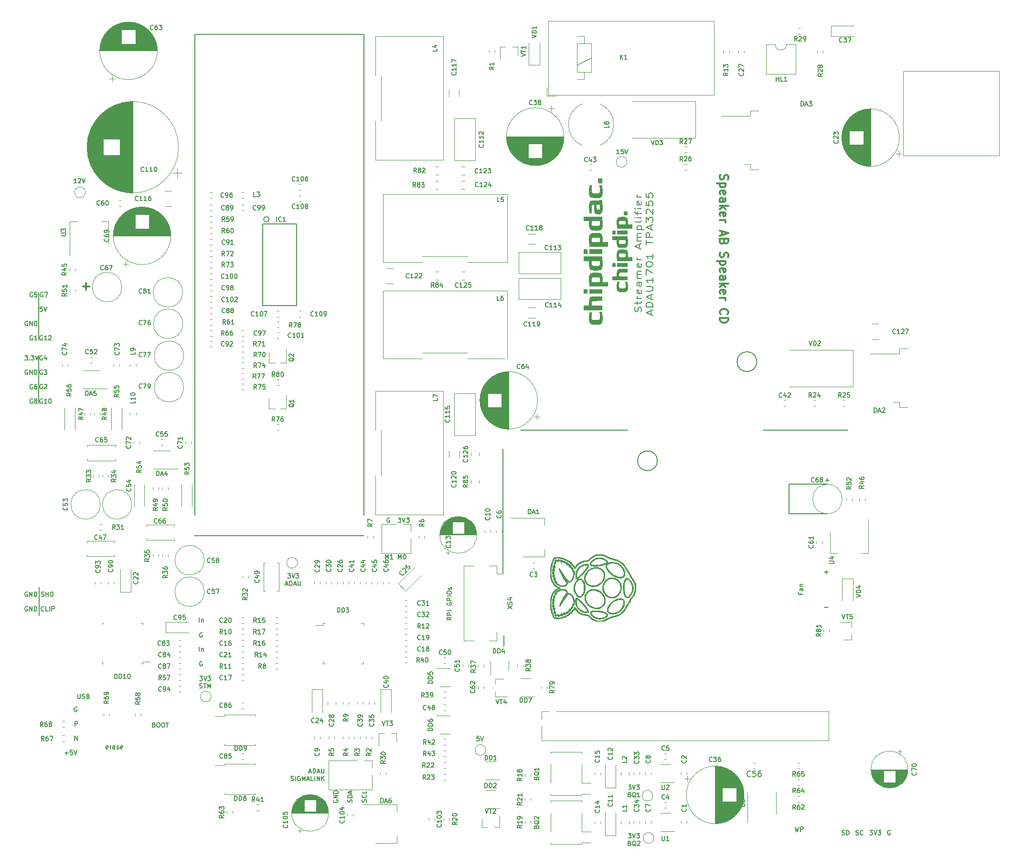
<source format=gbr>
G04 #@! TF.GenerationSoftware,KiCad,Pcbnew,(5.1.5)-3*
G04 #@! TF.CreationDate,2022-02-02T16:58:46+03:00*
G04 #@! TF.ProjectId,Streamer_ADAU1701_MK2,53747265-616d-4657-925f-414441553137,rev?*
G04 #@! TF.SameCoordinates,Original*
G04 #@! TF.FileFunction,Legend,Top*
G04 #@! TF.FilePolarity,Positive*
%FSLAX46Y46*%
G04 Gerber Fmt 4.6, Leading zero omitted, Abs format (unit mm)*
G04 Created by KiCad (PCBNEW (5.1.5)-3) date 2022-02-02 16:58:46*
%MOMM*%
%LPD*%
G04 APERTURE LIST*
%ADD10C,0.150000*%
%ADD11C,0.300000*%
%ADD12C,0.200000*%
%ADD13C,0.120000*%
%ADD14C,0.010000*%
%ADD15C,0.100000*%
%ADD16C,0.127000*%
%ADD17C,0.149860*%
G04 APERTURE END LIST*
D10*
X75990476Y-139261904D02*
X75990476Y-139909523D01*
X76028571Y-139985714D01*
X76066666Y-140023809D01*
X76142857Y-140061904D01*
X76295238Y-140061904D01*
X76371428Y-140023809D01*
X76409523Y-139985714D01*
X76447619Y-139909523D01*
X76447619Y-139261904D01*
X76790476Y-140023809D02*
X76904761Y-140061904D01*
X77095238Y-140061904D01*
X77171428Y-140023809D01*
X77209523Y-139985714D01*
X77247619Y-139909523D01*
X77247619Y-139833333D01*
X77209523Y-139757142D01*
X77171428Y-139719047D01*
X77095238Y-139680952D01*
X76942857Y-139642857D01*
X76866666Y-139604761D01*
X76828571Y-139566666D01*
X76790476Y-139490476D01*
X76790476Y-139414285D01*
X76828571Y-139338095D01*
X76866666Y-139300000D01*
X76942857Y-139261904D01*
X77133333Y-139261904D01*
X77247619Y-139300000D01*
X77857142Y-139642857D02*
X77971428Y-139680952D01*
X78009523Y-139719047D01*
X78047619Y-139795238D01*
X78047619Y-139909523D01*
X78009523Y-139985714D01*
X77971428Y-140023809D01*
X77895238Y-140061904D01*
X77590476Y-140061904D01*
X77590476Y-139261904D01*
X77857142Y-139261904D01*
X77933333Y-139300000D01*
X77971428Y-139338095D01*
X78009523Y-139414285D01*
X78009523Y-139490476D01*
X77971428Y-139566666D01*
X77933333Y-139604761D01*
X77857142Y-139642857D01*
X77590476Y-139642857D01*
D11*
X76928571Y-67007142D02*
X78071428Y-67007142D01*
X77500000Y-67578571D02*
X77500000Y-66435714D01*
D10*
X154500000Y-92500000D02*
X173500000Y-92500000D01*
X212500000Y-92500000D02*
X197500000Y-92500000D01*
D12*
X175885714Y-71485714D02*
X175942857Y-71271428D01*
X175942857Y-70914285D01*
X175885714Y-70771428D01*
X175828571Y-70700000D01*
X175714285Y-70628571D01*
X175600000Y-70628571D01*
X175485714Y-70700000D01*
X175428571Y-70771428D01*
X175371428Y-70914285D01*
X175314285Y-71200000D01*
X175257142Y-71342857D01*
X175200000Y-71414285D01*
X175085714Y-71485714D01*
X174971428Y-71485714D01*
X174857142Y-71414285D01*
X174800000Y-71342857D01*
X174742857Y-71200000D01*
X174742857Y-70842857D01*
X174800000Y-70628571D01*
X175142857Y-70200000D02*
X175142857Y-69628571D01*
X174742857Y-69985714D02*
X175771428Y-69985714D01*
X175885714Y-69914285D01*
X175942857Y-69771428D01*
X175942857Y-69628571D01*
X175942857Y-69128571D02*
X175142857Y-69128571D01*
X175371428Y-69128571D02*
X175257142Y-69057142D01*
X175200000Y-68985714D01*
X175142857Y-68842857D01*
X175142857Y-68700000D01*
X175885714Y-67628571D02*
X175942857Y-67771428D01*
X175942857Y-68057142D01*
X175885714Y-68200000D01*
X175771428Y-68271428D01*
X175314285Y-68271428D01*
X175200000Y-68200000D01*
X175142857Y-68057142D01*
X175142857Y-67771428D01*
X175200000Y-67628571D01*
X175314285Y-67557142D01*
X175428571Y-67557142D01*
X175542857Y-68271428D01*
X175942857Y-66271428D02*
X175314285Y-66271428D01*
X175200000Y-66342857D01*
X175142857Y-66485714D01*
X175142857Y-66771428D01*
X175200000Y-66914285D01*
X175885714Y-66271428D02*
X175942857Y-66414285D01*
X175942857Y-66771428D01*
X175885714Y-66914285D01*
X175771428Y-66985714D01*
X175657142Y-66985714D01*
X175542857Y-66914285D01*
X175485714Y-66771428D01*
X175485714Y-66414285D01*
X175428571Y-66271428D01*
X175942857Y-65557142D02*
X175142857Y-65557142D01*
X175257142Y-65557142D02*
X175200000Y-65485714D01*
X175142857Y-65342857D01*
X175142857Y-65128571D01*
X175200000Y-64985714D01*
X175314285Y-64914285D01*
X175942857Y-64914285D01*
X175314285Y-64914285D02*
X175200000Y-64842857D01*
X175142857Y-64700000D01*
X175142857Y-64485714D01*
X175200000Y-64342857D01*
X175314285Y-64271428D01*
X175942857Y-64271428D01*
X175885714Y-62985714D02*
X175942857Y-63128571D01*
X175942857Y-63414285D01*
X175885714Y-63557142D01*
X175771428Y-63628571D01*
X175314285Y-63628571D01*
X175200000Y-63557142D01*
X175142857Y-63414285D01*
X175142857Y-63128571D01*
X175200000Y-62985714D01*
X175314285Y-62914285D01*
X175428571Y-62914285D01*
X175542857Y-63628571D01*
X175942857Y-62271428D02*
X175142857Y-62271428D01*
X175371428Y-62271428D02*
X175257142Y-62200000D01*
X175200000Y-62128571D01*
X175142857Y-61985714D01*
X175142857Y-61842857D01*
X175600000Y-60271428D02*
X175600000Y-59557142D01*
X175942857Y-60414285D02*
X174742857Y-59914285D01*
X175942857Y-59414285D01*
X175942857Y-58914285D02*
X175142857Y-58914285D01*
X175257142Y-58914285D02*
X175200000Y-58842857D01*
X175142857Y-58700000D01*
X175142857Y-58485714D01*
X175200000Y-58342857D01*
X175314285Y-58271428D01*
X175942857Y-58271428D01*
X175314285Y-58271428D02*
X175200000Y-58200000D01*
X175142857Y-58057142D01*
X175142857Y-57842857D01*
X175200000Y-57700000D01*
X175314285Y-57628571D01*
X175942857Y-57628571D01*
X175142857Y-56914285D02*
X176342857Y-56914285D01*
X175200000Y-56914285D02*
X175142857Y-56771428D01*
X175142857Y-56485714D01*
X175200000Y-56342857D01*
X175257142Y-56271428D01*
X175371428Y-56200000D01*
X175714285Y-56200000D01*
X175828571Y-56271428D01*
X175885714Y-56342857D01*
X175942857Y-56485714D01*
X175942857Y-56771428D01*
X175885714Y-56914285D01*
X175942857Y-55342857D02*
X175885714Y-55485714D01*
X175771428Y-55557142D01*
X174742857Y-55557142D01*
X175942857Y-54771428D02*
X175142857Y-54771428D01*
X174742857Y-54771428D02*
X174800000Y-54842857D01*
X174857142Y-54771428D01*
X174800000Y-54700000D01*
X174742857Y-54771428D01*
X174857142Y-54771428D01*
X175142857Y-54271428D02*
X175142857Y-53700000D01*
X175942857Y-54057142D02*
X174914285Y-54057142D01*
X174800000Y-53985714D01*
X174742857Y-53842857D01*
X174742857Y-53700000D01*
X175942857Y-53200000D02*
X175142857Y-53200000D01*
X174742857Y-53200000D02*
X174800000Y-53271428D01*
X174857142Y-53200000D01*
X174800000Y-53128571D01*
X174742857Y-53200000D01*
X174857142Y-53200000D01*
X175885714Y-51914285D02*
X175942857Y-52057142D01*
X175942857Y-52342857D01*
X175885714Y-52485714D01*
X175771428Y-52557142D01*
X175314285Y-52557142D01*
X175200000Y-52485714D01*
X175142857Y-52342857D01*
X175142857Y-52057142D01*
X175200000Y-51914285D01*
X175314285Y-51842857D01*
X175428571Y-51842857D01*
X175542857Y-52557142D01*
X175942857Y-51200000D02*
X175142857Y-51200000D01*
X175371428Y-51200000D02*
X175257142Y-51128571D01*
X175200000Y-51057142D01*
X175142857Y-50914285D01*
X175142857Y-50771428D01*
X177600000Y-71985714D02*
X177600000Y-71271428D01*
X177942857Y-72128571D02*
X176742857Y-71628571D01*
X177942857Y-71128571D01*
X177942857Y-70628571D02*
X176742857Y-70628571D01*
X176742857Y-70271428D01*
X176800000Y-70057142D01*
X176914285Y-69914285D01*
X177028571Y-69842857D01*
X177257142Y-69771428D01*
X177428571Y-69771428D01*
X177657142Y-69842857D01*
X177771428Y-69914285D01*
X177885714Y-70057142D01*
X177942857Y-70271428D01*
X177942857Y-70628571D01*
X177600000Y-69200000D02*
X177600000Y-68485714D01*
X177942857Y-69342857D02*
X176742857Y-68842857D01*
X177942857Y-68342857D01*
X176742857Y-67842857D02*
X177714285Y-67842857D01*
X177828571Y-67771428D01*
X177885714Y-67700000D01*
X177942857Y-67557142D01*
X177942857Y-67271428D01*
X177885714Y-67128571D01*
X177828571Y-67057142D01*
X177714285Y-66985714D01*
X176742857Y-66985714D01*
X177942857Y-65485714D02*
X177942857Y-66342857D01*
X177942857Y-65914285D02*
X176742857Y-65914285D01*
X176914285Y-66057142D01*
X177028571Y-66200000D01*
X177085714Y-66342857D01*
X176742857Y-64985714D02*
X176742857Y-63985714D01*
X177942857Y-64628571D01*
X176742857Y-63128571D02*
X176742857Y-62985714D01*
X176800000Y-62842857D01*
X176857142Y-62771428D01*
X176971428Y-62700000D01*
X177200000Y-62628571D01*
X177485714Y-62628571D01*
X177714285Y-62700000D01*
X177828571Y-62771428D01*
X177885714Y-62842857D01*
X177942857Y-62985714D01*
X177942857Y-63128571D01*
X177885714Y-63271428D01*
X177828571Y-63342857D01*
X177714285Y-63414285D01*
X177485714Y-63485714D01*
X177200000Y-63485714D01*
X176971428Y-63414285D01*
X176857142Y-63342857D01*
X176800000Y-63271428D01*
X176742857Y-63128571D01*
X177942857Y-61200000D02*
X177942857Y-62057142D01*
X177942857Y-61628571D02*
X176742857Y-61628571D01*
X176914285Y-61771428D01*
X177028571Y-61914285D01*
X177085714Y-62057142D01*
X176742857Y-59628571D02*
X176742857Y-58771428D01*
X177942857Y-59200000D02*
X176742857Y-59200000D01*
X177942857Y-58271428D02*
X176742857Y-58271428D01*
X176742857Y-57700000D01*
X176800000Y-57557142D01*
X176857142Y-57485714D01*
X176971428Y-57414285D01*
X177142857Y-57414285D01*
X177257142Y-57485714D01*
X177314285Y-57557142D01*
X177371428Y-57700000D01*
X177371428Y-58271428D01*
X177600000Y-56842857D02*
X177600000Y-56128571D01*
X177942857Y-56985714D02*
X176742857Y-56485714D01*
X177942857Y-55985714D01*
X176742857Y-55628571D02*
X176742857Y-54700000D01*
X177200000Y-55200000D01*
X177200000Y-54985714D01*
X177257142Y-54842857D01*
X177314285Y-54771428D01*
X177428571Y-54700000D01*
X177714285Y-54700000D01*
X177828571Y-54771428D01*
X177885714Y-54842857D01*
X177942857Y-54985714D01*
X177942857Y-55414285D01*
X177885714Y-55557142D01*
X177828571Y-55628571D01*
X176857142Y-54128571D02*
X176800000Y-54057142D01*
X176742857Y-53914285D01*
X176742857Y-53557142D01*
X176800000Y-53414285D01*
X176857142Y-53342857D01*
X176971428Y-53271428D01*
X177085714Y-53271428D01*
X177257142Y-53342857D01*
X177942857Y-54200000D01*
X177942857Y-53271428D01*
X176742857Y-51914285D02*
X176742857Y-52628571D01*
X177314285Y-52700000D01*
X177257142Y-52628571D01*
X177200000Y-52485714D01*
X177200000Y-52128571D01*
X177257142Y-51985714D01*
X177314285Y-51914285D01*
X177428571Y-51842857D01*
X177714285Y-51842857D01*
X177828571Y-51914285D01*
X177885714Y-51985714D01*
X177942857Y-52128571D01*
X177942857Y-52485714D01*
X177885714Y-52628571D01*
X177828571Y-52700000D01*
X176742857Y-50485714D02*
X176742857Y-51200000D01*
X177314285Y-51271428D01*
X177257142Y-51200000D01*
X177200000Y-51057142D01*
X177200000Y-50700000D01*
X177257142Y-50557142D01*
X177314285Y-50485714D01*
X177428571Y-50414285D01*
X177714285Y-50414285D01*
X177828571Y-50485714D01*
X177885714Y-50557142D01*
X177942857Y-50700000D01*
X177942857Y-51057142D01*
X177885714Y-51200000D01*
X177828571Y-51271428D01*
D11*
X189892857Y-60985714D02*
X189821428Y-61200000D01*
X189821428Y-61557142D01*
X189892857Y-61700000D01*
X189964285Y-61771428D01*
X190107142Y-61842857D01*
X190250000Y-61842857D01*
X190392857Y-61771428D01*
X190464285Y-61700000D01*
X190535714Y-61557142D01*
X190607142Y-61271428D01*
X190678571Y-61128571D01*
X190750000Y-61057142D01*
X190892857Y-60985714D01*
X191035714Y-60985714D01*
X191178571Y-61057142D01*
X191250000Y-61128571D01*
X191321428Y-61271428D01*
X191321428Y-61628571D01*
X191250000Y-61842857D01*
X190821428Y-62485714D02*
X189321428Y-62485714D01*
X190750000Y-62485714D02*
X190821428Y-62628571D01*
X190821428Y-62914285D01*
X190750000Y-63057142D01*
X190678571Y-63128571D01*
X190535714Y-63200000D01*
X190107142Y-63200000D01*
X189964285Y-63128571D01*
X189892857Y-63057142D01*
X189821428Y-62914285D01*
X189821428Y-62628571D01*
X189892857Y-62485714D01*
X189892857Y-64414285D02*
X189821428Y-64271428D01*
X189821428Y-63985714D01*
X189892857Y-63842857D01*
X190035714Y-63771428D01*
X190607142Y-63771428D01*
X190750000Y-63842857D01*
X190821428Y-63985714D01*
X190821428Y-64271428D01*
X190750000Y-64414285D01*
X190607142Y-64485714D01*
X190464285Y-64485714D01*
X190321428Y-63771428D01*
X189821428Y-65771428D02*
X190607142Y-65771428D01*
X190750000Y-65700000D01*
X190821428Y-65557142D01*
X190821428Y-65271428D01*
X190750000Y-65128571D01*
X189892857Y-65771428D02*
X189821428Y-65628571D01*
X189821428Y-65271428D01*
X189892857Y-65128571D01*
X190035714Y-65057142D01*
X190178571Y-65057142D01*
X190321428Y-65128571D01*
X190392857Y-65271428D01*
X190392857Y-65628571D01*
X190464285Y-65771428D01*
X189821428Y-66485714D02*
X191321428Y-66485714D01*
X190392857Y-66628571D02*
X189821428Y-67057142D01*
X190821428Y-67057142D02*
X190250000Y-66485714D01*
X189892857Y-68271428D02*
X189821428Y-68128571D01*
X189821428Y-67842857D01*
X189892857Y-67700000D01*
X190035714Y-67628571D01*
X190607142Y-67628571D01*
X190750000Y-67700000D01*
X190821428Y-67842857D01*
X190821428Y-68128571D01*
X190750000Y-68271428D01*
X190607142Y-68342857D01*
X190464285Y-68342857D01*
X190321428Y-67628571D01*
X189821428Y-68985714D02*
X190821428Y-68985714D01*
X190535714Y-68985714D02*
X190678571Y-69057142D01*
X190750000Y-69128571D01*
X190821428Y-69271428D01*
X190821428Y-69414285D01*
X189964285Y-71914285D02*
X189892857Y-71842857D01*
X189821428Y-71628571D01*
X189821428Y-71485714D01*
X189892857Y-71271428D01*
X190035714Y-71128571D01*
X190178571Y-71057142D01*
X190464285Y-70985714D01*
X190678571Y-70985714D01*
X190964285Y-71057142D01*
X191107142Y-71128571D01*
X191250000Y-71271428D01*
X191321428Y-71485714D01*
X191321428Y-71628571D01*
X191250000Y-71842857D01*
X191178571Y-71914285D01*
X189821428Y-72557142D02*
X191321428Y-72557142D01*
X191321428Y-72914285D01*
X191250000Y-73128571D01*
X191107142Y-73271428D01*
X190964285Y-73342857D01*
X190678571Y-73414285D01*
X190464285Y-73414285D01*
X190178571Y-73342857D01*
X190035714Y-73271428D01*
X189892857Y-73128571D01*
X189821428Y-72914285D01*
X189821428Y-72557142D01*
X189892857Y-47192857D02*
X189821428Y-47407142D01*
X189821428Y-47764285D01*
X189892857Y-47907142D01*
X189964285Y-47978571D01*
X190107142Y-48050000D01*
X190250000Y-48050000D01*
X190392857Y-47978571D01*
X190464285Y-47907142D01*
X190535714Y-47764285D01*
X190607142Y-47478571D01*
X190678571Y-47335714D01*
X190750000Y-47264285D01*
X190892857Y-47192857D01*
X191035714Y-47192857D01*
X191178571Y-47264285D01*
X191250000Y-47335714D01*
X191321428Y-47478571D01*
X191321428Y-47835714D01*
X191250000Y-48050000D01*
X190821428Y-48692857D02*
X189321428Y-48692857D01*
X190750000Y-48692857D02*
X190821428Y-48835714D01*
X190821428Y-49121428D01*
X190750000Y-49264285D01*
X190678571Y-49335714D01*
X190535714Y-49407142D01*
X190107142Y-49407142D01*
X189964285Y-49335714D01*
X189892857Y-49264285D01*
X189821428Y-49121428D01*
X189821428Y-48835714D01*
X189892857Y-48692857D01*
X189892857Y-50621428D02*
X189821428Y-50478571D01*
X189821428Y-50192857D01*
X189892857Y-50050000D01*
X190035714Y-49978571D01*
X190607142Y-49978571D01*
X190750000Y-50050000D01*
X190821428Y-50192857D01*
X190821428Y-50478571D01*
X190750000Y-50621428D01*
X190607142Y-50692857D01*
X190464285Y-50692857D01*
X190321428Y-49978571D01*
X189821428Y-51978571D02*
X190607142Y-51978571D01*
X190750000Y-51907142D01*
X190821428Y-51764285D01*
X190821428Y-51478571D01*
X190750000Y-51335714D01*
X189892857Y-51978571D02*
X189821428Y-51835714D01*
X189821428Y-51478571D01*
X189892857Y-51335714D01*
X190035714Y-51264285D01*
X190178571Y-51264285D01*
X190321428Y-51335714D01*
X190392857Y-51478571D01*
X190392857Y-51835714D01*
X190464285Y-51978571D01*
X189821428Y-52692857D02*
X191321428Y-52692857D01*
X190392857Y-52835714D02*
X189821428Y-53264285D01*
X190821428Y-53264285D02*
X190250000Y-52692857D01*
X189892857Y-54478571D02*
X189821428Y-54335714D01*
X189821428Y-54050000D01*
X189892857Y-53907142D01*
X190035714Y-53835714D01*
X190607142Y-53835714D01*
X190750000Y-53907142D01*
X190821428Y-54050000D01*
X190821428Y-54335714D01*
X190750000Y-54478571D01*
X190607142Y-54550000D01*
X190464285Y-54550000D01*
X190321428Y-53835714D01*
X189821428Y-55192857D02*
X190821428Y-55192857D01*
X190535714Y-55192857D02*
X190678571Y-55264285D01*
X190750000Y-55335714D01*
X190821428Y-55478571D01*
X190821428Y-55621428D01*
X190250000Y-57192857D02*
X190250000Y-57907142D01*
X189821428Y-57050000D02*
X191321428Y-57550000D01*
X189821428Y-58050000D01*
X190607142Y-59050000D02*
X190535714Y-59264285D01*
X190464285Y-59335714D01*
X190321428Y-59407142D01*
X190107142Y-59407142D01*
X189964285Y-59335714D01*
X189892857Y-59264285D01*
X189821428Y-59121428D01*
X189821428Y-58550000D01*
X191321428Y-58550000D01*
X191321428Y-59050000D01*
X191250000Y-59192857D01*
X191178571Y-59264285D01*
X191035714Y-59335714D01*
X190892857Y-59335714D01*
X190750000Y-59264285D01*
X190678571Y-59192857D01*
X190607142Y-59050000D01*
X190607142Y-58550000D01*
D10*
X151550000Y-128850000D02*
X151550000Y-130750000D01*
X216407141Y-163461904D02*
X216902379Y-163461904D01*
X216635713Y-163766666D01*
X216749998Y-163766666D01*
X216826189Y-163804761D01*
X216864284Y-163842857D01*
X216902379Y-163919047D01*
X216902379Y-164109523D01*
X216864284Y-164185714D01*
X216826189Y-164223809D01*
X216749998Y-164261904D01*
X216521427Y-164261904D01*
X216445237Y-164223809D01*
X216407141Y-164185714D01*
X217130951Y-163461904D02*
X217397618Y-164261904D01*
X217664284Y-163461904D01*
X217854760Y-163461904D02*
X218349998Y-163461904D01*
X218083332Y-163766666D01*
X218197618Y-163766666D01*
X218273808Y-163804761D01*
X218311903Y-163842857D01*
X218349998Y-163919047D01*
X218349998Y-164109523D01*
X218311903Y-164185714D01*
X218273808Y-164223809D01*
X218197618Y-164261904D01*
X217969046Y-164261904D01*
X217892856Y-164223809D01*
X217854760Y-164185714D01*
X203157142Y-162861904D02*
X203347619Y-163661904D01*
X203500000Y-163090476D01*
X203652380Y-163661904D01*
X203842857Y-162861904D01*
X204147619Y-163661904D02*
X204147619Y-162861904D01*
X204452380Y-162861904D01*
X204528571Y-162900000D01*
X204566666Y-162938095D01*
X204604761Y-163014285D01*
X204604761Y-163128571D01*
X204566666Y-163204761D01*
X204528571Y-163242857D01*
X204452380Y-163280952D01*
X204147619Y-163280952D01*
X211471428Y-164223809D02*
X211585714Y-164261904D01*
X211776190Y-164261904D01*
X211852380Y-164223809D01*
X211890476Y-164185714D01*
X211928571Y-164109523D01*
X211928571Y-164033333D01*
X211890476Y-163957142D01*
X211852380Y-163919047D01*
X211776190Y-163880952D01*
X211623809Y-163842857D01*
X211547619Y-163804761D01*
X211509523Y-163766666D01*
X211471428Y-163690476D01*
X211471428Y-163614285D01*
X211509523Y-163538095D01*
X211547619Y-163500000D01*
X211623809Y-163461904D01*
X211814285Y-163461904D01*
X211928571Y-163500000D01*
X212271428Y-164261904D02*
X212271428Y-163461904D01*
X212461904Y-163461904D01*
X212576190Y-163500000D01*
X212652380Y-163576190D01*
X212690476Y-163652380D01*
X212728571Y-163804761D01*
X212728571Y-163919047D01*
X212690476Y-164071428D01*
X212652380Y-164147619D01*
X212576190Y-164223809D01*
X212461904Y-164261904D01*
X212271428Y-164261904D01*
X213938094Y-164223809D02*
X214052380Y-164261904D01*
X214242856Y-164261904D01*
X214319046Y-164223809D01*
X214357142Y-164185714D01*
X214395237Y-164109523D01*
X214395237Y-164033333D01*
X214357142Y-163957142D01*
X214319046Y-163919047D01*
X214242856Y-163880952D01*
X214090475Y-163842857D01*
X214014285Y-163804761D01*
X213976189Y-163766666D01*
X213938094Y-163690476D01*
X213938094Y-163614285D01*
X213976189Y-163538095D01*
X214014285Y-163500000D01*
X214090475Y-163461904D01*
X214280951Y-163461904D01*
X214395237Y-163500000D01*
X215195237Y-164185714D02*
X215157142Y-164223809D01*
X215042856Y-164261904D01*
X214966666Y-164261904D01*
X214852380Y-164223809D01*
X214776189Y-164147619D01*
X214738094Y-164071428D01*
X214699999Y-163919047D01*
X214699999Y-163804761D01*
X214738094Y-163652380D01*
X214776189Y-163576190D01*
X214852380Y-163500000D01*
X214966666Y-163461904D01*
X215042856Y-163461904D01*
X215157142Y-163500000D01*
X215195237Y-163538095D01*
X220009523Y-163500000D02*
X219933333Y-163461904D01*
X219819047Y-163461904D01*
X219704761Y-163500000D01*
X219628571Y-163576190D01*
X219590476Y-163652380D01*
X219552380Y-163804761D01*
X219552380Y-163919047D01*
X219590476Y-164071428D01*
X219628571Y-164147619D01*
X219704761Y-164223809D01*
X219819047Y-164261904D01*
X219895238Y-164261904D01*
X220009523Y-164223809D01*
X220047619Y-164185714D01*
X220047619Y-163919047D01*
X219895238Y-163919047D01*
X208595238Y-101357142D02*
X209204761Y-101357142D01*
X208900000Y-101661904D02*
X208900000Y-101052380D01*
X202100000Y-102080000D02*
X202100000Y-107320000D01*
X208900000Y-107320000D02*
X202100000Y-107320000D01*
X208900000Y-102080000D02*
X202100000Y-102080000D01*
D13*
X128750000Y-107500000D02*
X128750000Y-107000000D01*
X128750000Y-86000000D02*
X128750000Y-85500000D01*
X130100000Y-79750000D02*
X130600000Y-79750000D01*
X151600000Y-62650000D02*
X152100000Y-62650000D01*
X130100000Y-62650000D02*
X130600000Y-62650000D01*
X128750000Y-44100000D02*
X128750000Y-44600000D01*
X128750000Y-22600000D02*
X128750000Y-23100000D01*
D10*
X208395238Y-123857142D02*
X209004761Y-123857142D01*
X208395238Y-117657142D02*
X209004761Y-117657142D01*
X208700000Y-117961904D02*
X208700000Y-117352380D01*
X204142857Y-121309523D02*
X204142857Y-121576190D01*
X204561904Y-121576190D02*
X203761904Y-121576190D01*
X203761904Y-121195238D01*
X204561904Y-120547619D02*
X204142857Y-120547619D01*
X204066666Y-120585714D01*
X204028571Y-120661904D01*
X204028571Y-120814285D01*
X204066666Y-120890476D01*
X204523809Y-120547619D02*
X204561904Y-120623809D01*
X204561904Y-120814285D01*
X204523809Y-120890476D01*
X204447619Y-120928571D01*
X204371428Y-120928571D01*
X204295238Y-120890476D01*
X204257142Y-120814285D01*
X204257142Y-120623809D01*
X204219047Y-120547619D01*
X204028571Y-120166666D02*
X204561904Y-120166666D01*
X204104761Y-120166666D02*
X204066666Y-120128571D01*
X204028571Y-120052380D01*
X204028571Y-119938095D01*
X204066666Y-119861904D01*
X204142857Y-119823809D01*
X204561904Y-119823809D01*
X172004761Y-43461904D02*
X171547619Y-43461904D01*
X171776190Y-43461904D02*
X171776190Y-42661904D01*
X171700000Y-42776190D01*
X171623809Y-42852380D01*
X171547619Y-42890476D01*
X172728571Y-42661904D02*
X172347619Y-42661904D01*
X172309523Y-43042857D01*
X172347619Y-43004761D01*
X172423809Y-42966666D01*
X172614285Y-42966666D01*
X172690476Y-43004761D01*
X172728571Y-43042857D01*
X172766666Y-43119047D01*
X172766666Y-43309523D01*
X172728571Y-43385714D01*
X172690476Y-43423809D01*
X172614285Y-43461904D01*
X172423809Y-43461904D01*
X172347619Y-43423809D01*
X172309523Y-43385714D01*
X172995238Y-42661904D02*
X173261904Y-43461904D01*
X173528571Y-42661904D01*
X147147619Y-146761904D02*
X146766666Y-146761904D01*
X146728571Y-147142857D01*
X146766666Y-147104761D01*
X146842857Y-147066666D01*
X147033333Y-147066666D01*
X147109523Y-147104761D01*
X147147619Y-147142857D01*
X147185714Y-147219047D01*
X147185714Y-147409523D01*
X147147619Y-147485714D01*
X147109523Y-147523809D01*
X147033333Y-147561904D01*
X146842857Y-147561904D01*
X146766666Y-147523809D01*
X146728571Y-147485714D01*
X147414285Y-146761904D02*
X147680952Y-147561904D01*
X147947619Y-146761904D01*
X173609523Y-163986904D02*
X174104761Y-163986904D01*
X173838095Y-164291666D01*
X173952380Y-164291666D01*
X174028571Y-164329761D01*
X174066666Y-164367857D01*
X174104761Y-164444047D01*
X174104761Y-164634523D01*
X174066666Y-164710714D01*
X174028571Y-164748809D01*
X173952380Y-164786904D01*
X173723809Y-164786904D01*
X173647619Y-164748809D01*
X173609523Y-164710714D01*
X174333333Y-163986904D02*
X174600000Y-164786904D01*
X174866666Y-163986904D01*
X175057142Y-163986904D02*
X175552380Y-163986904D01*
X175285714Y-164291666D01*
X175400000Y-164291666D01*
X175476190Y-164329761D01*
X175514285Y-164367857D01*
X175552380Y-164444047D01*
X175552380Y-164634523D01*
X175514285Y-164710714D01*
X175476190Y-164748809D01*
X175400000Y-164786904D01*
X175171428Y-164786904D01*
X175095238Y-164748809D01*
X175057142Y-164710714D01*
X173857142Y-165717857D02*
X173971428Y-165755952D01*
X174009523Y-165794047D01*
X174047619Y-165870238D01*
X174047619Y-165984523D01*
X174009523Y-166060714D01*
X173971428Y-166098809D01*
X173895238Y-166136904D01*
X173590476Y-166136904D01*
X173590476Y-165336904D01*
X173857142Y-165336904D01*
X173933333Y-165375000D01*
X173971428Y-165413095D01*
X174009523Y-165489285D01*
X174009523Y-165565476D01*
X173971428Y-165641666D01*
X173933333Y-165679761D01*
X173857142Y-165717857D01*
X173590476Y-165717857D01*
X174923809Y-166213095D02*
X174847619Y-166175000D01*
X174771428Y-166098809D01*
X174657142Y-165984523D01*
X174580952Y-165946428D01*
X174504761Y-165946428D01*
X174542857Y-166136904D02*
X174466666Y-166098809D01*
X174390476Y-166022619D01*
X174352380Y-165870238D01*
X174352380Y-165603571D01*
X174390476Y-165451190D01*
X174466666Y-165375000D01*
X174542857Y-165336904D01*
X174695238Y-165336904D01*
X174771428Y-165375000D01*
X174847619Y-165451190D01*
X174885714Y-165603571D01*
X174885714Y-165870238D01*
X174847619Y-166022619D01*
X174771428Y-166098809D01*
X174695238Y-166136904D01*
X174542857Y-166136904D01*
X175190476Y-165413095D02*
X175228571Y-165375000D01*
X175304761Y-165336904D01*
X175495238Y-165336904D01*
X175571428Y-165375000D01*
X175609523Y-165413095D01*
X175647619Y-165489285D01*
X175647619Y-165565476D01*
X175609523Y-165679761D01*
X175152380Y-166136904D01*
X175647619Y-166136904D01*
X173609523Y-155386904D02*
X174104761Y-155386904D01*
X173838095Y-155691666D01*
X173952380Y-155691666D01*
X174028571Y-155729761D01*
X174066666Y-155767857D01*
X174104761Y-155844047D01*
X174104761Y-156034523D01*
X174066666Y-156110714D01*
X174028571Y-156148809D01*
X173952380Y-156186904D01*
X173723809Y-156186904D01*
X173647619Y-156148809D01*
X173609523Y-156110714D01*
X174333333Y-155386904D02*
X174600000Y-156186904D01*
X174866666Y-155386904D01*
X175057142Y-155386904D02*
X175552380Y-155386904D01*
X175285714Y-155691666D01*
X175400000Y-155691666D01*
X175476190Y-155729761D01*
X175514285Y-155767857D01*
X175552380Y-155844047D01*
X175552380Y-156034523D01*
X175514285Y-156110714D01*
X175476190Y-156148809D01*
X175400000Y-156186904D01*
X175171428Y-156186904D01*
X175095238Y-156148809D01*
X175057142Y-156110714D01*
X173857142Y-157117857D02*
X173971428Y-157155952D01*
X174009523Y-157194047D01*
X174047619Y-157270238D01*
X174047619Y-157384523D01*
X174009523Y-157460714D01*
X173971428Y-157498809D01*
X173895238Y-157536904D01*
X173590476Y-157536904D01*
X173590476Y-156736904D01*
X173857142Y-156736904D01*
X173933333Y-156775000D01*
X173971428Y-156813095D01*
X174009523Y-156889285D01*
X174009523Y-156965476D01*
X173971428Y-157041666D01*
X173933333Y-157079761D01*
X173857142Y-157117857D01*
X173590476Y-157117857D01*
X174923809Y-157613095D02*
X174847619Y-157575000D01*
X174771428Y-157498809D01*
X174657142Y-157384523D01*
X174580952Y-157346428D01*
X174504761Y-157346428D01*
X174542857Y-157536904D02*
X174466666Y-157498809D01*
X174390476Y-157422619D01*
X174352380Y-157270238D01*
X174352380Y-157003571D01*
X174390476Y-156851190D01*
X174466666Y-156775000D01*
X174542857Y-156736904D01*
X174695238Y-156736904D01*
X174771428Y-156775000D01*
X174847619Y-156851190D01*
X174885714Y-157003571D01*
X174885714Y-157270238D01*
X174847619Y-157422619D01*
X174771428Y-157498809D01*
X174695238Y-157536904D01*
X174542857Y-157536904D01*
X175647619Y-157536904D02*
X175190476Y-157536904D01*
X175419047Y-157536904D02*
X175419047Y-156736904D01*
X175342857Y-156851190D01*
X175266666Y-156927380D01*
X175190476Y-156965476D01*
X97609523Y-136086904D02*
X98104761Y-136086904D01*
X97838095Y-136391666D01*
X97952380Y-136391666D01*
X98028571Y-136429761D01*
X98066666Y-136467857D01*
X98104761Y-136544047D01*
X98104761Y-136734523D01*
X98066666Y-136810714D01*
X98028571Y-136848809D01*
X97952380Y-136886904D01*
X97723809Y-136886904D01*
X97647619Y-136848809D01*
X97609523Y-136810714D01*
X98333333Y-136086904D02*
X98600000Y-136886904D01*
X98866666Y-136086904D01*
X99057142Y-136086904D02*
X99552380Y-136086904D01*
X99285714Y-136391666D01*
X99400000Y-136391666D01*
X99476190Y-136429761D01*
X99514285Y-136467857D01*
X99552380Y-136544047D01*
X99552380Y-136734523D01*
X99514285Y-136810714D01*
X99476190Y-136848809D01*
X99400000Y-136886904D01*
X99171428Y-136886904D01*
X99095238Y-136848809D01*
X99057142Y-136810714D01*
X97609523Y-138198809D02*
X97723809Y-138236904D01*
X97914285Y-138236904D01*
X97990476Y-138198809D01*
X98028571Y-138160714D01*
X98066666Y-138084523D01*
X98066666Y-138008333D01*
X98028571Y-137932142D01*
X97990476Y-137894047D01*
X97914285Y-137855952D01*
X97761904Y-137817857D01*
X97685714Y-137779761D01*
X97647619Y-137741666D01*
X97609523Y-137665476D01*
X97609523Y-137589285D01*
X97647619Y-137513095D01*
X97685714Y-137475000D01*
X97761904Y-137436904D01*
X97952380Y-137436904D01*
X98066666Y-137475000D01*
X98295238Y-137436904D02*
X98752380Y-137436904D01*
X98523809Y-138236904D02*
X98523809Y-137436904D01*
X99019047Y-138236904D02*
X99019047Y-137436904D01*
X99285714Y-138008333D01*
X99552380Y-137436904D01*
X99552380Y-138236904D01*
X113209523Y-117886904D02*
X113704761Y-117886904D01*
X113438095Y-118191666D01*
X113552380Y-118191666D01*
X113628571Y-118229761D01*
X113666666Y-118267857D01*
X113704761Y-118344047D01*
X113704761Y-118534523D01*
X113666666Y-118610714D01*
X113628571Y-118648809D01*
X113552380Y-118686904D01*
X113323809Y-118686904D01*
X113247619Y-118648809D01*
X113209523Y-118610714D01*
X113933333Y-117886904D02*
X114200000Y-118686904D01*
X114466666Y-117886904D01*
X114657142Y-117886904D02*
X115152380Y-117886904D01*
X114885714Y-118191666D01*
X115000000Y-118191666D01*
X115076190Y-118229761D01*
X115114285Y-118267857D01*
X115152380Y-118344047D01*
X115152380Y-118534523D01*
X115114285Y-118610714D01*
X115076190Y-118648809D01*
X115000000Y-118686904D01*
X114771428Y-118686904D01*
X114695238Y-118648809D01*
X114657142Y-118610714D01*
X112847619Y-119808333D02*
X113228571Y-119808333D01*
X112771428Y-120036904D02*
X113038095Y-119236904D01*
X113304761Y-120036904D01*
X113571428Y-120036904D02*
X113571428Y-119236904D01*
X113761904Y-119236904D01*
X113876190Y-119275000D01*
X113952380Y-119351190D01*
X113990476Y-119427380D01*
X114028571Y-119579761D01*
X114028571Y-119694047D01*
X113990476Y-119846428D01*
X113952380Y-119922619D01*
X113876190Y-119998809D01*
X113761904Y-120036904D01*
X113571428Y-120036904D01*
X114333333Y-119808333D02*
X114714285Y-119808333D01*
X114257142Y-120036904D02*
X114523809Y-119236904D01*
X114790476Y-120036904D01*
X115057142Y-119236904D02*
X115057142Y-119884523D01*
X115095238Y-119960714D01*
X115133333Y-119998809D01*
X115209523Y-120036904D01*
X115361904Y-120036904D01*
X115438095Y-119998809D01*
X115476190Y-119960714D01*
X115514285Y-119884523D01*
X115514285Y-119236904D01*
X75804761Y-48661904D02*
X75347619Y-48661904D01*
X75576190Y-48661904D02*
X75576190Y-47861904D01*
X75500000Y-47976190D01*
X75423809Y-48052380D01*
X75347619Y-48090476D01*
X76109523Y-47938095D02*
X76147619Y-47900000D01*
X76223809Y-47861904D01*
X76414285Y-47861904D01*
X76490476Y-47900000D01*
X76528571Y-47938095D01*
X76566666Y-48014285D01*
X76566666Y-48090476D01*
X76528571Y-48204761D01*
X76071428Y-48661904D01*
X76566666Y-48661904D01*
X76795238Y-47861904D02*
X77061904Y-48661904D01*
X77328571Y-47861904D01*
X131273738Y-108058000D02*
X131197547Y-108019904D01*
X131083261Y-108019904D01*
X130968976Y-108058000D01*
X130892785Y-108134190D01*
X130854690Y-108210380D01*
X130816595Y-108362761D01*
X130816595Y-108477047D01*
X130854690Y-108629428D01*
X130892785Y-108705619D01*
X130968976Y-108781809D01*
X131083261Y-108819904D01*
X131159452Y-108819904D01*
X131273738Y-108781809D01*
X131311833Y-108743714D01*
X131311833Y-108477047D01*
X131159452Y-108477047D01*
X132797547Y-108019904D02*
X133292785Y-108019904D01*
X133026119Y-108324666D01*
X133140404Y-108324666D01*
X133216595Y-108362761D01*
X133254690Y-108400857D01*
X133292785Y-108477047D01*
X133292785Y-108667523D01*
X133254690Y-108743714D01*
X133216595Y-108781809D01*
X133140404Y-108819904D01*
X132911833Y-108819904D01*
X132835642Y-108781809D01*
X132797547Y-108743714D01*
X133521357Y-108019904D02*
X133788023Y-108819904D01*
X134054690Y-108019904D01*
X134245166Y-108019904D02*
X134740404Y-108019904D01*
X134473738Y-108324666D01*
X134588023Y-108324666D01*
X134664214Y-108362761D01*
X134702309Y-108400857D01*
X134740404Y-108477047D01*
X134740404Y-108667523D01*
X134702309Y-108743714D01*
X134664214Y-108781809D01*
X134588023Y-108819904D01*
X134359452Y-108819904D01*
X134283261Y-108781809D01*
X134245166Y-108743714D01*
X130543523Y-115296904D02*
X130543523Y-114496904D01*
X130810190Y-115068333D01*
X131076857Y-114496904D01*
X131076857Y-115296904D01*
X131876857Y-115296904D02*
X131419714Y-115296904D01*
X131648285Y-115296904D02*
X131648285Y-114496904D01*
X131572095Y-114611190D01*
X131495904Y-114687380D01*
X131419714Y-114725476D01*
X132829238Y-115296904D02*
X132829238Y-114496904D01*
X133095904Y-115068333D01*
X133362571Y-114496904D01*
X133362571Y-115296904D01*
X133895904Y-114496904D02*
X133972095Y-114496904D01*
X134048285Y-114535000D01*
X134086380Y-114573095D01*
X134124476Y-114649285D01*
X134162571Y-114801666D01*
X134162571Y-114992142D01*
X134124476Y-115144523D01*
X134086380Y-115220714D01*
X134048285Y-115258809D01*
X133972095Y-115296904D01*
X133895904Y-115296904D01*
X133819714Y-115258809D01*
X133781619Y-115220714D01*
X133743523Y-115144523D01*
X133705428Y-114992142D01*
X133705428Y-114801666D01*
X133743523Y-114649285D01*
X133781619Y-114573095D01*
X133819714Y-114535000D01*
X133895904Y-114496904D01*
X98063023Y-133521500D02*
X97986833Y-133483404D01*
X97872547Y-133483404D01*
X97758261Y-133521500D01*
X97682071Y-133597690D01*
X97643976Y-133673880D01*
X97605880Y-133826261D01*
X97605880Y-133940547D01*
X97643976Y-134092928D01*
X97682071Y-134169119D01*
X97758261Y-134245309D01*
X97872547Y-134283404D01*
X97948738Y-134283404D01*
X98063023Y-134245309D01*
X98101119Y-134207214D01*
X98101119Y-133940547D01*
X97948738Y-133940547D01*
X98063023Y-128441500D02*
X97986833Y-128403404D01*
X97872547Y-128403404D01*
X97758261Y-128441500D01*
X97682071Y-128517690D01*
X97643976Y-128593880D01*
X97605880Y-128746261D01*
X97605880Y-128860547D01*
X97643976Y-129012928D01*
X97682071Y-129089119D01*
X97758261Y-129165309D01*
X97872547Y-129203404D01*
X97948738Y-129203404D01*
X98063023Y-129165309D01*
X98101119Y-129127214D01*
X98101119Y-128860547D01*
X97948738Y-128860547D01*
X97555095Y-131679904D02*
X97555095Y-130879904D01*
X97936047Y-131146571D02*
X97936047Y-131679904D01*
X97936047Y-131222761D02*
X97974142Y-131184666D01*
X98050333Y-131146571D01*
X98164619Y-131146571D01*
X98240809Y-131184666D01*
X98278904Y-131260857D01*
X98278904Y-131679904D01*
X97555095Y-126536404D02*
X97555095Y-125736404D01*
X97936047Y-126003071D02*
X97936047Y-126536404D01*
X97936047Y-126079261D02*
X97974142Y-126041166D01*
X98050333Y-126003071D01*
X98164619Y-126003071D01*
X98240809Y-126041166D01*
X98278904Y-126117357D01*
X98278904Y-126536404D01*
X116996857Y-153064833D02*
X117377809Y-153064833D01*
X116920666Y-153293404D02*
X117187333Y-152493404D01*
X117454000Y-153293404D01*
X117720666Y-153293404D02*
X117720666Y-152493404D01*
X117911142Y-152493404D01*
X118025428Y-152531500D01*
X118101619Y-152607690D01*
X118139714Y-152683880D01*
X118177809Y-152836261D01*
X118177809Y-152950547D01*
X118139714Y-153102928D01*
X118101619Y-153179119D01*
X118025428Y-153255309D01*
X117911142Y-153293404D01*
X117720666Y-153293404D01*
X118482571Y-153064833D02*
X118863523Y-153064833D01*
X118406380Y-153293404D02*
X118673047Y-152493404D01*
X118939714Y-153293404D01*
X119206380Y-152493404D02*
X119206380Y-153141023D01*
X119244476Y-153217214D01*
X119282571Y-153255309D01*
X119358761Y-153293404D01*
X119511142Y-153293404D01*
X119587333Y-153255309D01*
X119625428Y-153217214D01*
X119663523Y-153141023D01*
X119663523Y-152493404D01*
X113796857Y-154605309D02*
X113911142Y-154643404D01*
X114101619Y-154643404D01*
X114177809Y-154605309D01*
X114215904Y-154567214D01*
X114254000Y-154491023D01*
X114254000Y-154414833D01*
X114215904Y-154338642D01*
X114177809Y-154300547D01*
X114101619Y-154262452D01*
X113949238Y-154224357D01*
X113873047Y-154186261D01*
X113834952Y-154148166D01*
X113796857Y-154071976D01*
X113796857Y-153995785D01*
X113834952Y-153919595D01*
X113873047Y-153881500D01*
X113949238Y-153843404D01*
X114139714Y-153843404D01*
X114254000Y-153881500D01*
X114596857Y-154643404D02*
X114596857Y-153843404D01*
X115396857Y-153881500D02*
X115320666Y-153843404D01*
X115206380Y-153843404D01*
X115092095Y-153881500D01*
X115015904Y-153957690D01*
X114977809Y-154033880D01*
X114939714Y-154186261D01*
X114939714Y-154300547D01*
X114977809Y-154452928D01*
X115015904Y-154529119D01*
X115092095Y-154605309D01*
X115206380Y-154643404D01*
X115282571Y-154643404D01*
X115396857Y-154605309D01*
X115434952Y-154567214D01*
X115434952Y-154300547D01*
X115282571Y-154300547D01*
X115777809Y-154643404D02*
X115777809Y-153843404D01*
X116044476Y-154414833D01*
X116311142Y-153843404D01*
X116311142Y-154643404D01*
X116654000Y-154414833D02*
X117034952Y-154414833D01*
X116577809Y-154643404D02*
X116844476Y-153843404D01*
X117111142Y-154643404D01*
X117758761Y-154643404D02*
X117377809Y-154643404D01*
X117377809Y-153843404D01*
X118025428Y-154643404D02*
X118025428Y-153843404D01*
X118406380Y-154643404D02*
X118406380Y-153843404D01*
X118863523Y-154643404D01*
X118863523Y-153843404D01*
X119244476Y-154643404D02*
X119244476Y-153843404D01*
X119701619Y-154643404D02*
X119358761Y-154186261D01*
X119701619Y-153843404D02*
X119244476Y-154300547D01*
X121393000Y-158089523D02*
X121354904Y-158165714D01*
X121354904Y-158280000D01*
X121393000Y-158394285D01*
X121469190Y-158470476D01*
X121545380Y-158508571D01*
X121697761Y-158546666D01*
X121812047Y-158546666D01*
X121964428Y-158508571D01*
X122040619Y-158470476D01*
X122116809Y-158394285D01*
X122154904Y-158280000D01*
X122154904Y-158203809D01*
X122116809Y-158089523D01*
X122078714Y-158051428D01*
X121812047Y-158051428D01*
X121812047Y-158203809D01*
X122154904Y-157708571D02*
X121354904Y-157708571D01*
X122154904Y-157251428D01*
X121354904Y-157251428D01*
X122154904Y-156870476D02*
X121354904Y-156870476D01*
X121354904Y-156680000D01*
X121393000Y-156565714D01*
X121469190Y-156489523D01*
X121545380Y-156451428D01*
X121697761Y-156413333D01*
X121812047Y-156413333D01*
X121964428Y-156451428D01*
X122040619Y-156489523D01*
X122116809Y-156565714D01*
X122154904Y-156680000D01*
X122154904Y-156870476D01*
X127133309Y-158432380D02*
X127171404Y-158318095D01*
X127171404Y-158127619D01*
X127133309Y-158051428D01*
X127095214Y-158013333D01*
X127019023Y-157975238D01*
X126942833Y-157975238D01*
X126866642Y-158013333D01*
X126828547Y-158051428D01*
X126790452Y-158127619D01*
X126752357Y-158280000D01*
X126714261Y-158356190D01*
X126676166Y-158394285D01*
X126599976Y-158432380D01*
X126523785Y-158432380D01*
X126447595Y-158394285D01*
X126409500Y-158356190D01*
X126371404Y-158280000D01*
X126371404Y-158089523D01*
X126409500Y-157975238D01*
X127095214Y-157175238D02*
X127133309Y-157213333D01*
X127171404Y-157327619D01*
X127171404Y-157403809D01*
X127133309Y-157518095D01*
X127057119Y-157594285D01*
X126980928Y-157632380D01*
X126828547Y-157670476D01*
X126714261Y-157670476D01*
X126561880Y-157632380D01*
X126485690Y-157594285D01*
X126409500Y-157518095D01*
X126371404Y-157403809D01*
X126371404Y-157327619D01*
X126409500Y-157213333D01*
X126447595Y-157175238D01*
X127171404Y-156451428D02*
X127171404Y-156832380D01*
X126371404Y-156832380D01*
X124625059Y-158451428D02*
X124663154Y-158337142D01*
X124663154Y-158146666D01*
X124625059Y-158070476D01*
X124586964Y-158032380D01*
X124510773Y-157994285D01*
X124434583Y-157994285D01*
X124358392Y-158032380D01*
X124320297Y-158070476D01*
X124282202Y-158146666D01*
X124244107Y-158299047D01*
X124206011Y-158375238D01*
X124167916Y-158413333D01*
X124091726Y-158451428D01*
X124015535Y-158451428D01*
X123939345Y-158413333D01*
X123901250Y-158375238D01*
X123863154Y-158299047D01*
X123863154Y-158108571D01*
X123901250Y-157994285D01*
X124663154Y-157651428D02*
X123863154Y-157651428D01*
X123863154Y-157460952D01*
X123901250Y-157346666D01*
X123977440Y-157270476D01*
X124053630Y-157232380D01*
X124206011Y-157194285D01*
X124320297Y-157194285D01*
X124472678Y-157232380D01*
X124548869Y-157270476D01*
X124625059Y-157346666D01*
X124663154Y-157460952D01*
X124663154Y-157651428D01*
X124434583Y-156889523D02*
X124434583Y-156508571D01*
X124663154Y-156965714D02*
X123863154Y-156699047D01*
X124663154Y-156432380D01*
X73710928Y-149726642D02*
X74320452Y-149726642D01*
X74015690Y-150031404D02*
X74015690Y-149421880D01*
X75082357Y-149231404D02*
X74701404Y-149231404D01*
X74663309Y-149612357D01*
X74701404Y-149574261D01*
X74777595Y-149536166D01*
X74968071Y-149536166D01*
X75044261Y-149574261D01*
X75082357Y-149612357D01*
X75120452Y-149688547D01*
X75120452Y-149879023D01*
X75082357Y-149955214D01*
X75044261Y-149993309D01*
X74968071Y-150031404D01*
X74777595Y-150031404D01*
X74701404Y-149993309D01*
X74663309Y-149955214D01*
X75349023Y-149231404D02*
X75615690Y-150031404D01*
X75882357Y-149231404D01*
X75463428Y-147491404D02*
X75463428Y-146691404D01*
X75920571Y-147491404D01*
X75920571Y-146691404D01*
X75482476Y-144951404D02*
X75482476Y-144151404D01*
X75787238Y-144151404D01*
X75863428Y-144189500D01*
X75901523Y-144227595D01*
X75939619Y-144303785D01*
X75939619Y-144418071D01*
X75901523Y-144494261D01*
X75863428Y-144532357D01*
X75787238Y-144570452D01*
X75482476Y-144570452D01*
X75838023Y-141649500D02*
X75761833Y-141611404D01*
X75647547Y-141611404D01*
X75533261Y-141649500D01*
X75457071Y-141725690D01*
X75418976Y-141801880D01*
X75380880Y-141954261D01*
X75380880Y-142068547D01*
X75418976Y-142220928D01*
X75457071Y-142297119D01*
X75533261Y-142373309D01*
X75647547Y-142411404D01*
X75723738Y-142411404D01*
X75838023Y-142373309D01*
X75876119Y-142335214D01*
X75876119Y-142068547D01*
X75723738Y-142068547D01*
X81362690Y-148977309D02*
X81286500Y-149015404D01*
X81134119Y-149015404D01*
X81057928Y-148977309D01*
X81019833Y-148901119D01*
X81019833Y-148596357D01*
X81057928Y-148520166D01*
X81134119Y-148482071D01*
X81286500Y-148482071D01*
X81362690Y-148520166D01*
X81400785Y-148596357D01*
X81400785Y-148672547D01*
X81019833Y-148748738D01*
X81743642Y-149015404D02*
X81743642Y-148482071D01*
X81743642Y-148634452D02*
X81781738Y-148558261D01*
X81819833Y-148520166D01*
X81896023Y-148482071D01*
X81972214Y-148482071D01*
X82581738Y-149015404D02*
X82581738Y-148596357D01*
X82543642Y-148520166D01*
X82467452Y-148482071D01*
X82315071Y-148482071D01*
X82238880Y-148520166D01*
X82581738Y-148977309D02*
X82505547Y-149015404D01*
X82315071Y-149015404D01*
X82238880Y-148977309D01*
X82200785Y-148901119D01*
X82200785Y-148824928D01*
X82238880Y-148748738D01*
X82315071Y-148710642D01*
X82505547Y-148710642D01*
X82581738Y-148672547D01*
X82924595Y-148977309D02*
X83000785Y-149015404D01*
X83153166Y-149015404D01*
X83229357Y-148977309D01*
X83267452Y-148901119D01*
X83267452Y-148863023D01*
X83229357Y-148786833D01*
X83153166Y-148748738D01*
X83038880Y-148748738D01*
X82962690Y-148710642D01*
X82924595Y-148634452D01*
X82924595Y-148596357D01*
X82962690Y-148520166D01*
X83038880Y-148482071D01*
X83153166Y-148482071D01*
X83229357Y-148520166D01*
X83915071Y-148977309D02*
X83838880Y-149015404D01*
X83686500Y-149015404D01*
X83610309Y-148977309D01*
X83572214Y-148901119D01*
X83572214Y-148596357D01*
X83610309Y-148520166D01*
X83686500Y-148482071D01*
X83838880Y-148482071D01*
X83915071Y-148520166D01*
X83953166Y-148596357D01*
X83953166Y-148672547D01*
X83572214Y-148748738D01*
X89528785Y-144722857D02*
X89643071Y-144760952D01*
X89681166Y-144799047D01*
X89719261Y-144875238D01*
X89719261Y-144989523D01*
X89681166Y-145065714D01*
X89643071Y-145103809D01*
X89566880Y-145141904D01*
X89262119Y-145141904D01*
X89262119Y-144341904D01*
X89528785Y-144341904D01*
X89604976Y-144380000D01*
X89643071Y-144418095D01*
X89681166Y-144494285D01*
X89681166Y-144570476D01*
X89643071Y-144646666D01*
X89604976Y-144684761D01*
X89528785Y-144722857D01*
X89262119Y-144722857D01*
X90214500Y-144341904D02*
X90366880Y-144341904D01*
X90443071Y-144380000D01*
X90519261Y-144456190D01*
X90557357Y-144608571D01*
X90557357Y-144875238D01*
X90519261Y-145027619D01*
X90443071Y-145103809D01*
X90366880Y-145141904D01*
X90214500Y-145141904D01*
X90138309Y-145103809D01*
X90062119Y-145027619D01*
X90024023Y-144875238D01*
X90024023Y-144608571D01*
X90062119Y-144456190D01*
X90138309Y-144380000D01*
X90214500Y-144341904D01*
X91052595Y-144341904D02*
X91204976Y-144341904D01*
X91281166Y-144380000D01*
X91357357Y-144456190D01*
X91395452Y-144608571D01*
X91395452Y-144875238D01*
X91357357Y-145027619D01*
X91281166Y-145103809D01*
X91204976Y-145141904D01*
X91052595Y-145141904D01*
X90976404Y-145103809D01*
X90900214Y-145027619D01*
X90862119Y-144875238D01*
X90862119Y-144608571D01*
X90900214Y-144456190D01*
X90976404Y-144380000D01*
X91052595Y-144341904D01*
X91624023Y-144341904D02*
X92081166Y-144341904D01*
X91852595Y-145141904D02*
X91852595Y-144341904D01*
X151400000Y-95800000D02*
X151400000Y-117800000D01*
X142261904Y-125630952D02*
X141880952Y-125897619D01*
X142261904Y-126088095D02*
X141461904Y-126088095D01*
X141461904Y-125783333D01*
X141500000Y-125707142D01*
X141538095Y-125669047D01*
X141614285Y-125630952D01*
X141728571Y-125630952D01*
X141804761Y-125669047D01*
X141842857Y-125707142D01*
X141880952Y-125783333D01*
X141880952Y-126088095D01*
X142261904Y-125288095D02*
X141461904Y-125288095D01*
X141461904Y-124983333D01*
X141500000Y-124907142D01*
X141538095Y-124869047D01*
X141614285Y-124830952D01*
X141728571Y-124830952D01*
X141804761Y-124869047D01*
X141842857Y-124907142D01*
X141880952Y-124983333D01*
X141880952Y-125288095D01*
X142261904Y-124488095D02*
X141461904Y-124488095D01*
X141500000Y-123078571D02*
X141461904Y-123154761D01*
X141461904Y-123269047D01*
X141500000Y-123383333D01*
X141576190Y-123459523D01*
X141652380Y-123497619D01*
X141804761Y-123535714D01*
X141919047Y-123535714D01*
X142071428Y-123497619D01*
X142147619Y-123459523D01*
X142223809Y-123383333D01*
X142261904Y-123269047D01*
X142261904Y-123192857D01*
X142223809Y-123078571D01*
X142185714Y-123040476D01*
X141919047Y-123040476D01*
X141919047Y-123192857D01*
X142261904Y-122697619D02*
X141461904Y-122697619D01*
X141461904Y-122392857D01*
X141500000Y-122316666D01*
X141538095Y-122278571D01*
X141614285Y-122240476D01*
X141728571Y-122240476D01*
X141804761Y-122278571D01*
X141842857Y-122316666D01*
X141880952Y-122392857D01*
X141880952Y-122697619D01*
X142261904Y-121897619D02*
X141461904Y-121897619D01*
X141461904Y-121364285D02*
X141461904Y-121211904D01*
X141500000Y-121135714D01*
X141576190Y-121059523D01*
X141728571Y-121021428D01*
X141995238Y-121021428D01*
X142147619Y-121059523D01*
X142223809Y-121135714D01*
X142261904Y-121211904D01*
X142261904Y-121364285D01*
X142223809Y-121440476D01*
X142147619Y-121516666D01*
X141995238Y-121554761D01*
X141728571Y-121554761D01*
X141576190Y-121516666D01*
X141500000Y-121440476D01*
X141461904Y-121364285D01*
X142223809Y-120716666D02*
X142261904Y-120640476D01*
X142261904Y-120488095D01*
X142223809Y-120411904D01*
X142147619Y-120373809D01*
X142109523Y-120373809D01*
X142033333Y-120411904D01*
X141995238Y-120488095D01*
X141995238Y-120602380D01*
X141957142Y-120678571D01*
X141880952Y-120716666D01*
X141842857Y-120716666D01*
X141766666Y-120678571D01*
X141728571Y-120602380D01*
X141728571Y-120488095D01*
X141766666Y-120411904D01*
X96750000Y-22550000D02*
X96750000Y-22300000D01*
X126750000Y-22300000D02*
X96800000Y-22300000D01*
X96700000Y-111200000D02*
X126700000Y-111200000D01*
X70033333Y-124485714D02*
X69995238Y-124523809D01*
X69880952Y-124561904D01*
X69804761Y-124561904D01*
X69690476Y-124523809D01*
X69614285Y-124447619D01*
X69576190Y-124371428D01*
X69538095Y-124219047D01*
X69538095Y-124104761D01*
X69576190Y-123952380D01*
X69614285Y-123876190D01*
X69690476Y-123800000D01*
X69804761Y-123761904D01*
X69880952Y-123761904D01*
X69995238Y-123800000D01*
X70033333Y-123838095D01*
X70757142Y-124561904D02*
X70376190Y-124561904D01*
X70376190Y-123761904D01*
X71023809Y-124561904D02*
X71023809Y-123761904D01*
X71404761Y-124561904D02*
X71404761Y-123761904D01*
X71709523Y-123761904D01*
X71785714Y-123800000D01*
X71823809Y-123838095D01*
X71861904Y-123914285D01*
X71861904Y-124028571D01*
X71823809Y-124104761D01*
X71785714Y-124142857D01*
X71709523Y-124180952D01*
X71404761Y-124180952D01*
X69552380Y-121923809D02*
X69666666Y-121961904D01*
X69857142Y-121961904D01*
X69933333Y-121923809D01*
X69971428Y-121885714D01*
X70009523Y-121809523D01*
X70009523Y-121733333D01*
X69971428Y-121657142D01*
X69933333Y-121619047D01*
X69857142Y-121580952D01*
X69704761Y-121542857D01*
X69628571Y-121504761D01*
X69590476Y-121466666D01*
X69552380Y-121390476D01*
X69552380Y-121314285D01*
X69590476Y-121238095D01*
X69628571Y-121200000D01*
X69704761Y-121161904D01*
X69895238Y-121161904D01*
X70009523Y-121200000D01*
X70352380Y-121961904D02*
X70352380Y-121161904D01*
X70352380Y-121542857D02*
X70809523Y-121542857D01*
X70809523Y-121961904D02*
X70809523Y-121161904D01*
X71190476Y-121961904D02*
X71190476Y-121161904D01*
X71380952Y-121161904D01*
X71495238Y-121200000D01*
X71571428Y-121276190D01*
X71609523Y-121352380D01*
X71647619Y-121504761D01*
X71647619Y-121619047D01*
X71609523Y-121771428D01*
X71571428Y-121847619D01*
X71495238Y-121923809D01*
X71380952Y-121961904D01*
X71190476Y-121961904D01*
X69200000Y-120300000D02*
X69200000Y-125300000D01*
X67090476Y-123800000D02*
X67014285Y-123761904D01*
X66900000Y-123761904D01*
X66785714Y-123800000D01*
X66709523Y-123876190D01*
X66671428Y-123952380D01*
X66633333Y-124104761D01*
X66633333Y-124219047D01*
X66671428Y-124371428D01*
X66709523Y-124447619D01*
X66785714Y-124523809D01*
X66900000Y-124561904D01*
X66976190Y-124561904D01*
X67090476Y-124523809D01*
X67128571Y-124485714D01*
X67128571Y-124219047D01*
X66976190Y-124219047D01*
X67471428Y-124561904D02*
X67471428Y-123761904D01*
X67928571Y-124561904D01*
X67928571Y-123761904D01*
X68309523Y-124561904D02*
X68309523Y-123761904D01*
X68500000Y-123761904D01*
X68614285Y-123800000D01*
X68690476Y-123876190D01*
X68728571Y-123952380D01*
X68766666Y-124104761D01*
X68766666Y-124219047D01*
X68728571Y-124371428D01*
X68690476Y-124447619D01*
X68614285Y-124523809D01*
X68500000Y-124561904D01*
X68309523Y-124561904D01*
X67090476Y-121200000D02*
X67014285Y-121161904D01*
X66900000Y-121161904D01*
X66785714Y-121200000D01*
X66709523Y-121276190D01*
X66671428Y-121352380D01*
X66633333Y-121504761D01*
X66633333Y-121619047D01*
X66671428Y-121771428D01*
X66709523Y-121847619D01*
X66785714Y-121923809D01*
X66900000Y-121961904D01*
X66976190Y-121961904D01*
X67090476Y-121923809D01*
X67128571Y-121885714D01*
X67128571Y-121619047D01*
X66976190Y-121619047D01*
X67471428Y-121961904D02*
X67471428Y-121161904D01*
X67928571Y-121961904D01*
X67928571Y-121161904D01*
X68309523Y-121961904D02*
X68309523Y-121161904D01*
X68500000Y-121161904D01*
X68614285Y-121200000D01*
X68690476Y-121276190D01*
X68728571Y-121352380D01*
X68766666Y-121504761D01*
X68766666Y-121619047D01*
X68728571Y-121771428D01*
X68690476Y-121847619D01*
X68614285Y-121923809D01*
X68500000Y-121961904D01*
X68309523Y-121961904D01*
X69100000Y-79200000D02*
X69100000Y-87700000D01*
X67102381Y-81850000D02*
X67026190Y-81811904D01*
X66911905Y-81811904D01*
X66797619Y-81850000D01*
X66721428Y-81926190D01*
X66683333Y-82002380D01*
X66645238Y-82154761D01*
X66645238Y-82269047D01*
X66683333Y-82421428D01*
X66721428Y-82497619D01*
X66797619Y-82573809D01*
X66911905Y-82611904D01*
X66988095Y-82611904D01*
X67102381Y-82573809D01*
X67140476Y-82535714D01*
X67140476Y-82269047D01*
X66988095Y-82269047D01*
X67483333Y-82611904D02*
X67483333Y-81811904D01*
X67940476Y-82611904D01*
X67940476Y-81811904D01*
X68321428Y-82611904D02*
X68321428Y-81811904D01*
X68511905Y-81811904D01*
X68626190Y-81850000D01*
X68702381Y-81926190D01*
X68740476Y-82002380D01*
X68778571Y-82154761D01*
X68778571Y-82269047D01*
X68740476Y-82421428D01*
X68702381Y-82497619D01*
X68626190Y-82573809D01*
X68511905Y-82611904D01*
X68321428Y-82611904D01*
X66619047Y-79261904D02*
X67114285Y-79261904D01*
X66847619Y-79566666D01*
X66961904Y-79566666D01*
X67038095Y-79604761D01*
X67076190Y-79642857D01*
X67114285Y-79719047D01*
X67114285Y-79909523D01*
X67076190Y-79985714D01*
X67038095Y-80023809D01*
X66961904Y-80061904D01*
X66733333Y-80061904D01*
X66657142Y-80023809D01*
X66619047Y-79985714D01*
X67457142Y-79985714D02*
X67495238Y-80023809D01*
X67457142Y-80061904D01*
X67419047Y-80023809D01*
X67457142Y-79985714D01*
X67457142Y-80061904D01*
X67761904Y-79261904D02*
X68257142Y-79261904D01*
X67990476Y-79566666D01*
X68104761Y-79566666D01*
X68180952Y-79604761D01*
X68219047Y-79642857D01*
X68257142Y-79719047D01*
X68257142Y-79909523D01*
X68219047Y-79985714D01*
X68180952Y-80023809D01*
X68104761Y-80061904D01*
X67876190Y-80061904D01*
X67800000Y-80023809D01*
X67761904Y-79985714D01*
X68485714Y-79261904D02*
X68752380Y-80061904D01*
X69019047Y-79261904D01*
X67978571Y-84400000D02*
X67902380Y-84361904D01*
X67788095Y-84361904D01*
X67673809Y-84400000D01*
X67597619Y-84476190D01*
X67559523Y-84552380D01*
X67521428Y-84704761D01*
X67521428Y-84819047D01*
X67559523Y-84971428D01*
X67597619Y-85047619D01*
X67673809Y-85123809D01*
X67788095Y-85161904D01*
X67864285Y-85161904D01*
X67978571Y-85123809D01*
X68016666Y-85085714D01*
X68016666Y-84819047D01*
X67864285Y-84819047D01*
X68702380Y-84361904D02*
X68550000Y-84361904D01*
X68473809Y-84400000D01*
X68435714Y-84438095D01*
X68359523Y-84552380D01*
X68321428Y-84704761D01*
X68321428Y-85009523D01*
X68359523Y-85085714D01*
X68397619Y-85123809D01*
X68473809Y-85161904D01*
X68626190Y-85161904D01*
X68702380Y-85123809D01*
X68740476Y-85085714D01*
X68778571Y-85009523D01*
X68778571Y-84819047D01*
X68740476Y-84742857D01*
X68702380Y-84704761D01*
X68626190Y-84666666D01*
X68473809Y-84666666D01*
X68397619Y-84704761D01*
X68359523Y-84742857D01*
X68321428Y-84819047D01*
X67978571Y-86950000D02*
X67902380Y-86911904D01*
X67788095Y-86911904D01*
X67673809Y-86950000D01*
X67597619Y-87026190D01*
X67559523Y-87102380D01*
X67521428Y-87254761D01*
X67521428Y-87369047D01*
X67559523Y-87521428D01*
X67597619Y-87597619D01*
X67673809Y-87673809D01*
X67788095Y-87711904D01*
X67864285Y-87711904D01*
X67978571Y-87673809D01*
X68016666Y-87635714D01*
X68016666Y-87369047D01*
X67864285Y-87369047D01*
X68473809Y-87254761D02*
X68397619Y-87216666D01*
X68359523Y-87178571D01*
X68321428Y-87102380D01*
X68321428Y-87064285D01*
X68359523Y-86988095D01*
X68397619Y-86950000D01*
X68473809Y-86911904D01*
X68626190Y-86911904D01*
X68702380Y-86950000D01*
X68740476Y-86988095D01*
X68778571Y-87064285D01*
X68778571Y-87102380D01*
X68740476Y-87178571D01*
X68702380Y-87216666D01*
X68626190Y-87254761D01*
X68473809Y-87254761D01*
X68397619Y-87292857D01*
X68359523Y-87330952D01*
X68321428Y-87407142D01*
X68321428Y-87559523D01*
X68359523Y-87635714D01*
X68397619Y-87673809D01*
X68473809Y-87711904D01*
X68626190Y-87711904D01*
X68702380Y-87673809D01*
X68740476Y-87635714D01*
X68778571Y-87559523D01*
X68778571Y-87407142D01*
X68740476Y-87330952D01*
X68702380Y-87292857D01*
X68626190Y-87254761D01*
X69747618Y-79300000D02*
X69671427Y-79261904D01*
X69557142Y-79261904D01*
X69442856Y-79300000D01*
X69366666Y-79376190D01*
X69328570Y-79452380D01*
X69290475Y-79604761D01*
X69290475Y-79719047D01*
X69328570Y-79871428D01*
X69366666Y-79947619D01*
X69442856Y-80023809D01*
X69557142Y-80061904D01*
X69633332Y-80061904D01*
X69747618Y-80023809D01*
X69785713Y-79985714D01*
X69785713Y-79719047D01*
X69633332Y-79719047D01*
X70471427Y-79528571D02*
X70471427Y-80061904D01*
X70280951Y-79223809D02*
X70090475Y-79795238D01*
X70585713Y-79795238D01*
X69747618Y-81850000D02*
X69671427Y-81811904D01*
X69557142Y-81811904D01*
X69442856Y-81850000D01*
X69366666Y-81926190D01*
X69328570Y-82002380D01*
X69290475Y-82154761D01*
X69290475Y-82269047D01*
X69328570Y-82421428D01*
X69366666Y-82497619D01*
X69442856Y-82573809D01*
X69557142Y-82611904D01*
X69633332Y-82611904D01*
X69747618Y-82573809D01*
X69785713Y-82535714D01*
X69785713Y-82269047D01*
X69633332Y-82269047D01*
X70052380Y-81811904D02*
X70547618Y-81811904D01*
X70280951Y-82116666D01*
X70395237Y-82116666D01*
X70471427Y-82154761D01*
X70509523Y-82192857D01*
X70547618Y-82269047D01*
X70547618Y-82459523D01*
X70509523Y-82535714D01*
X70471427Y-82573809D01*
X70395237Y-82611904D01*
X70166666Y-82611904D01*
X70090475Y-82573809D01*
X70052380Y-82535714D01*
X69747618Y-84350000D02*
X69671427Y-84311904D01*
X69557142Y-84311904D01*
X69442856Y-84350000D01*
X69366666Y-84426190D01*
X69328570Y-84502380D01*
X69290475Y-84654761D01*
X69290475Y-84769047D01*
X69328570Y-84921428D01*
X69366666Y-84997619D01*
X69442856Y-85073809D01*
X69557142Y-85111904D01*
X69633332Y-85111904D01*
X69747618Y-85073809D01*
X69785713Y-85035714D01*
X69785713Y-84769047D01*
X69633332Y-84769047D01*
X70090475Y-84388095D02*
X70128570Y-84350000D01*
X70204761Y-84311904D01*
X70395237Y-84311904D01*
X70471427Y-84350000D01*
X70509523Y-84388095D01*
X70547618Y-84464285D01*
X70547618Y-84540476D01*
X70509523Y-84654761D01*
X70052380Y-85111904D01*
X70547618Y-85111904D01*
X69747619Y-86950000D02*
X69671428Y-86911904D01*
X69557142Y-86911904D01*
X69442857Y-86950000D01*
X69366666Y-87026190D01*
X69328571Y-87102380D01*
X69290476Y-87254761D01*
X69290476Y-87369047D01*
X69328571Y-87521428D01*
X69366666Y-87597619D01*
X69442857Y-87673809D01*
X69557142Y-87711904D01*
X69633333Y-87711904D01*
X69747619Y-87673809D01*
X69785714Y-87635714D01*
X69785714Y-87369047D01*
X69633333Y-87369047D01*
X70547619Y-87711904D02*
X70090476Y-87711904D01*
X70319047Y-87711904D02*
X70319047Y-86911904D01*
X70242857Y-87026190D01*
X70166666Y-87102380D01*
X70090476Y-87140476D01*
X71042857Y-86911904D02*
X71119047Y-86911904D01*
X71195238Y-86950000D01*
X71233333Y-86988095D01*
X71271428Y-87064285D01*
X71309523Y-87216666D01*
X71309523Y-87407142D01*
X71271428Y-87559523D01*
X71233333Y-87635714D01*
X71195238Y-87673809D01*
X71119047Y-87711904D01*
X71042857Y-87711904D01*
X70966666Y-87673809D01*
X70928571Y-87635714D01*
X70890476Y-87559523D01*
X70852380Y-87407142D01*
X70852380Y-87216666D01*
X70890476Y-87064285D01*
X70928571Y-86988095D01*
X70966666Y-86950000D01*
X71042857Y-86911904D01*
X69828571Y-68090000D02*
X69752380Y-68051904D01*
X69638095Y-68051904D01*
X69523809Y-68090000D01*
X69447619Y-68166190D01*
X69409523Y-68242380D01*
X69371428Y-68394761D01*
X69371428Y-68509047D01*
X69409523Y-68661428D01*
X69447619Y-68737619D01*
X69523809Y-68813809D01*
X69638095Y-68851904D01*
X69714285Y-68851904D01*
X69828571Y-68813809D01*
X69866666Y-68775714D01*
X69866666Y-68509047D01*
X69714285Y-68509047D01*
X70133333Y-68051904D02*
X70666666Y-68051904D01*
X70323809Y-68851904D01*
X69747619Y-70601904D02*
X69366666Y-70601904D01*
X69328571Y-70982857D01*
X69366666Y-70944761D01*
X69442857Y-70906666D01*
X69633333Y-70906666D01*
X69709523Y-70944761D01*
X69747619Y-70982857D01*
X69785714Y-71059047D01*
X69785714Y-71249523D01*
X69747619Y-71325714D01*
X69709523Y-71363809D01*
X69633333Y-71401904D01*
X69442857Y-71401904D01*
X69366666Y-71363809D01*
X69328571Y-71325714D01*
X70014285Y-70601904D02*
X70280952Y-71401904D01*
X70547619Y-70601904D01*
X69747619Y-75740000D02*
X69671428Y-75701904D01*
X69557142Y-75701904D01*
X69442857Y-75740000D01*
X69366666Y-75816190D01*
X69328571Y-75892380D01*
X69290476Y-76044761D01*
X69290476Y-76159047D01*
X69328571Y-76311428D01*
X69366666Y-76387619D01*
X69442857Y-76463809D01*
X69557142Y-76501904D01*
X69633333Y-76501904D01*
X69747619Y-76463809D01*
X69785714Y-76425714D01*
X69785714Y-76159047D01*
X69633333Y-76159047D01*
X70547619Y-76501904D02*
X70090476Y-76501904D01*
X70319047Y-76501904D02*
X70319047Y-75701904D01*
X70242857Y-75816190D01*
X70166666Y-75892380D01*
X70090476Y-75930476D01*
X70852380Y-75778095D02*
X70890476Y-75740000D01*
X70966666Y-75701904D01*
X71157142Y-75701904D01*
X71233333Y-75740000D01*
X71271428Y-75778095D01*
X71309523Y-75854285D01*
X71309523Y-75930476D01*
X71271428Y-76044761D01*
X70814285Y-76501904D01*
X71309523Y-76501904D01*
X67978571Y-75740000D02*
X67902380Y-75701904D01*
X67788095Y-75701904D01*
X67673809Y-75740000D01*
X67597619Y-75816190D01*
X67559523Y-75892380D01*
X67521428Y-76044761D01*
X67521428Y-76159047D01*
X67559523Y-76311428D01*
X67597619Y-76387619D01*
X67673809Y-76463809D01*
X67788095Y-76501904D01*
X67864285Y-76501904D01*
X67978571Y-76463809D01*
X68016666Y-76425714D01*
X68016666Y-76159047D01*
X67864285Y-76159047D01*
X68778571Y-76501904D02*
X68321428Y-76501904D01*
X68550000Y-76501904D02*
X68550000Y-75701904D01*
X68473809Y-75816190D01*
X68397619Y-75892380D01*
X68321428Y-75930476D01*
X67102381Y-73190000D02*
X67026190Y-73151904D01*
X66911905Y-73151904D01*
X66797619Y-73190000D01*
X66721428Y-73266190D01*
X66683333Y-73342380D01*
X66645238Y-73494761D01*
X66645238Y-73609047D01*
X66683333Y-73761428D01*
X66721428Y-73837619D01*
X66797619Y-73913809D01*
X66911905Y-73951904D01*
X66988095Y-73951904D01*
X67102381Y-73913809D01*
X67140476Y-73875714D01*
X67140476Y-73609047D01*
X66988095Y-73609047D01*
X67483333Y-73951904D02*
X67483333Y-73151904D01*
X67940476Y-73951904D01*
X67940476Y-73151904D01*
X68321428Y-73951904D02*
X68321428Y-73151904D01*
X68511905Y-73151904D01*
X68626190Y-73190000D01*
X68702381Y-73266190D01*
X68740476Y-73342380D01*
X68778571Y-73494761D01*
X68778571Y-73609047D01*
X68740476Y-73761428D01*
X68702381Y-73837619D01*
X68626190Y-73913809D01*
X68511905Y-73951904D01*
X68321428Y-73951904D01*
X67978571Y-68090000D02*
X67902380Y-68051904D01*
X67788095Y-68051904D01*
X67673809Y-68090000D01*
X67597619Y-68166190D01*
X67559523Y-68242380D01*
X67521428Y-68394761D01*
X67521428Y-68509047D01*
X67559523Y-68661428D01*
X67597619Y-68737619D01*
X67673809Y-68813809D01*
X67788095Y-68851904D01*
X67864285Y-68851904D01*
X67978571Y-68813809D01*
X68016666Y-68775714D01*
X68016666Y-68509047D01*
X67864285Y-68509047D01*
X68740476Y-68051904D02*
X68359523Y-68051904D01*
X68321428Y-68432857D01*
X68359523Y-68394761D01*
X68435714Y-68356666D01*
X68626190Y-68356666D01*
X68702380Y-68394761D01*
X68740476Y-68432857D01*
X68778571Y-68509047D01*
X68778571Y-68699523D01*
X68740476Y-68775714D01*
X68702380Y-68813809D01*
X68626190Y-68851904D01*
X68435714Y-68851904D01*
X68359523Y-68813809D01*
X68321428Y-68775714D01*
X69100000Y-67990000D02*
X69100000Y-76490000D01*
X96750000Y-22550000D02*
X96750000Y-107550000D01*
X126750000Y-107550000D02*
X126750000Y-22300000D01*
D13*
X128750000Y-86000000D02*
X128750000Y-92500000D01*
X128750000Y-107000000D02*
X128750000Y-100500000D01*
X129750000Y-92500000D02*
X129750000Y-100500000D01*
X140750000Y-107500000D02*
X140750000Y-85500000D01*
X140750000Y-85500000D02*
X128750000Y-85500000D01*
X140750000Y-107500000D02*
X128750000Y-107500000D01*
X152100000Y-67750000D02*
X152100000Y-79750000D01*
X130100000Y-67750000D02*
X130100000Y-79750000D01*
X152100000Y-67750000D02*
X130100000Y-67750000D01*
X137100000Y-78750000D02*
X145100000Y-78750000D01*
X151600000Y-79750000D02*
X145100000Y-79750000D01*
X130600000Y-79750000D02*
X137100000Y-79750000D01*
X152100000Y-50650000D02*
X152100000Y-62650000D01*
X130100000Y-50650000D02*
X130100000Y-62650000D01*
X152100000Y-50650000D02*
X130100000Y-50650000D01*
X137100000Y-61650000D02*
X145100000Y-61650000D01*
X151600000Y-62650000D02*
X145100000Y-62650000D01*
X130600000Y-62650000D02*
X137100000Y-62650000D01*
X128750000Y-23100000D02*
X128750000Y-29600000D01*
X128750000Y-44100000D02*
X128750000Y-37600000D01*
X129750000Y-29600000D02*
X129750000Y-37600000D01*
X140750000Y-44600000D02*
X140750000Y-22600000D01*
X140750000Y-22600000D02*
X128750000Y-22600000D01*
X140750000Y-44600000D02*
X128750000Y-44600000D01*
X85435000Y-121185000D02*
X85435000Y-117100000D01*
X83565000Y-121185000D02*
X85435000Y-121185000D01*
X83565000Y-117100000D02*
X83565000Y-121185000D01*
X141296000Y-114235241D02*
X141926000Y-114235241D01*
X141611000Y-114550241D02*
X141611000Y-113920241D01*
X143048000Y-107809000D02*
X143852000Y-107809000D01*
X142817000Y-107849000D02*
X144083000Y-107849000D01*
X142648000Y-107889000D02*
X144252000Y-107889000D01*
X142510000Y-107929000D02*
X144390000Y-107929000D01*
X142391000Y-107969000D02*
X144509000Y-107969000D01*
X142285000Y-108009000D02*
X144615000Y-108009000D01*
X142188000Y-108049000D02*
X144712000Y-108049000D01*
X142100000Y-108089000D02*
X144800000Y-108089000D01*
X142018000Y-108129000D02*
X144882000Y-108129000D01*
X141941000Y-108169000D02*
X144959000Y-108169000D01*
X141869000Y-108209000D02*
X145031000Y-108209000D01*
X141800000Y-108249000D02*
X145100000Y-108249000D01*
X141736000Y-108289000D02*
X145164000Y-108289000D01*
X141674000Y-108329000D02*
X145226000Y-108329000D01*
X141616000Y-108369000D02*
X145284000Y-108369000D01*
X141560000Y-108409000D02*
X145340000Y-108409000D01*
X141506000Y-108449000D02*
X145394000Y-108449000D01*
X141455000Y-108489000D02*
X145445000Y-108489000D01*
X141406000Y-108529000D02*
X145494000Y-108529000D01*
X141358000Y-108569000D02*
X145542000Y-108569000D01*
X141313000Y-108609000D02*
X145587000Y-108609000D01*
X141268000Y-108649000D02*
X145632000Y-108649000D01*
X141226000Y-108689000D02*
X145674000Y-108689000D01*
X141185000Y-108729000D02*
X145715000Y-108729000D01*
X144490000Y-108769000D02*
X145755000Y-108769000D01*
X141145000Y-108769000D02*
X142410000Y-108769000D01*
X144490000Y-108809000D02*
X145793000Y-108809000D01*
X141107000Y-108809000D02*
X142410000Y-108809000D01*
X144490000Y-108849000D02*
X145830000Y-108849000D01*
X141070000Y-108849000D02*
X142410000Y-108849000D01*
X144490000Y-108889000D02*
X145866000Y-108889000D01*
X141034000Y-108889000D02*
X142410000Y-108889000D01*
X144490000Y-108929000D02*
X145900000Y-108929000D01*
X141000000Y-108929000D02*
X142410000Y-108929000D01*
X144490000Y-108969000D02*
X145934000Y-108969000D01*
X140966000Y-108969000D02*
X142410000Y-108969000D01*
X144490000Y-109009000D02*
X145966000Y-109009000D01*
X140934000Y-109009000D02*
X142410000Y-109009000D01*
X144490000Y-109049000D02*
X145998000Y-109049000D01*
X140902000Y-109049000D02*
X142410000Y-109049000D01*
X144490000Y-109089000D02*
X146028000Y-109089000D01*
X140872000Y-109089000D02*
X142410000Y-109089000D01*
X144490000Y-109129000D02*
X146057000Y-109129000D01*
X140843000Y-109129000D02*
X142410000Y-109129000D01*
X144490000Y-109169000D02*
X146086000Y-109169000D01*
X140814000Y-109169000D02*
X142410000Y-109169000D01*
X144490000Y-109209000D02*
X146114000Y-109209000D01*
X140786000Y-109209000D02*
X142410000Y-109209000D01*
X144490000Y-109249000D02*
X146140000Y-109249000D01*
X140760000Y-109249000D02*
X142410000Y-109249000D01*
X144490000Y-109289000D02*
X146166000Y-109289000D01*
X140734000Y-109289000D02*
X142410000Y-109289000D01*
X144490000Y-109329000D02*
X146192000Y-109329000D01*
X140708000Y-109329000D02*
X142410000Y-109329000D01*
X144490000Y-109369000D02*
X146216000Y-109369000D01*
X140684000Y-109369000D02*
X142410000Y-109369000D01*
X144490000Y-109409000D02*
X146240000Y-109409000D01*
X140660000Y-109409000D02*
X142410000Y-109409000D01*
X144490000Y-109449000D02*
X146262000Y-109449000D01*
X140638000Y-109449000D02*
X142410000Y-109449000D01*
X144490000Y-109489000D02*
X146284000Y-109489000D01*
X140616000Y-109489000D02*
X142410000Y-109489000D01*
X144490000Y-109529000D02*
X146306000Y-109529000D01*
X140594000Y-109529000D02*
X142410000Y-109529000D01*
X144490000Y-109569000D02*
X146326000Y-109569000D01*
X140574000Y-109569000D02*
X142410000Y-109569000D01*
X144490000Y-109609000D02*
X146346000Y-109609000D01*
X140554000Y-109609000D02*
X142410000Y-109609000D01*
X144490000Y-109649000D02*
X146366000Y-109649000D01*
X140534000Y-109649000D02*
X142410000Y-109649000D01*
X144490000Y-109689000D02*
X146384000Y-109689000D01*
X140516000Y-109689000D02*
X142410000Y-109689000D01*
X144490000Y-109729000D02*
X146402000Y-109729000D01*
X140498000Y-109729000D02*
X142410000Y-109729000D01*
X144490000Y-109769000D02*
X146420000Y-109769000D01*
X140480000Y-109769000D02*
X142410000Y-109769000D01*
X144490000Y-109809000D02*
X146436000Y-109809000D01*
X140464000Y-109809000D02*
X142410000Y-109809000D01*
X144490000Y-109849000D02*
X146452000Y-109849000D01*
X140448000Y-109849000D02*
X142410000Y-109849000D01*
X144490000Y-109889000D02*
X146468000Y-109889000D01*
X140432000Y-109889000D02*
X142410000Y-109889000D01*
X144490000Y-109929000D02*
X146483000Y-109929000D01*
X140417000Y-109929000D02*
X142410000Y-109929000D01*
X144490000Y-109969000D02*
X146497000Y-109969000D01*
X140403000Y-109969000D02*
X142410000Y-109969000D01*
X144490000Y-110009000D02*
X146511000Y-110009000D01*
X140389000Y-110009000D02*
X142410000Y-110009000D01*
X144490000Y-110049000D02*
X146524000Y-110049000D01*
X140376000Y-110049000D02*
X142410000Y-110049000D01*
X144490000Y-110089000D02*
X146536000Y-110089000D01*
X140364000Y-110089000D02*
X142410000Y-110089000D01*
X144490000Y-110129000D02*
X146548000Y-110129000D01*
X140352000Y-110129000D02*
X142410000Y-110129000D01*
X144490000Y-110169000D02*
X146560000Y-110169000D01*
X140340000Y-110169000D02*
X142410000Y-110169000D01*
X144490000Y-110209000D02*
X146571000Y-110209000D01*
X140329000Y-110209000D02*
X142410000Y-110209000D01*
X144490000Y-110249000D02*
X146581000Y-110249000D01*
X140319000Y-110249000D02*
X142410000Y-110249000D01*
X144490000Y-110289000D02*
X146591000Y-110289000D01*
X140309000Y-110289000D02*
X142410000Y-110289000D01*
X144490000Y-110329000D02*
X146600000Y-110329000D01*
X140300000Y-110329000D02*
X142410000Y-110329000D01*
X144490000Y-110370000D02*
X146609000Y-110370000D01*
X140291000Y-110370000D02*
X142410000Y-110370000D01*
X144490000Y-110410000D02*
X146617000Y-110410000D01*
X140283000Y-110410000D02*
X142410000Y-110410000D01*
X144490000Y-110450000D02*
X146625000Y-110450000D01*
X140275000Y-110450000D02*
X142410000Y-110450000D01*
X144490000Y-110490000D02*
X146632000Y-110490000D01*
X140268000Y-110490000D02*
X142410000Y-110490000D01*
X144490000Y-110530000D02*
X146639000Y-110530000D01*
X140261000Y-110530000D02*
X142410000Y-110530000D01*
X144490000Y-110570000D02*
X146645000Y-110570000D01*
X140255000Y-110570000D02*
X142410000Y-110570000D01*
X144490000Y-110610000D02*
X146651000Y-110610000D01*
X140249000Y-110610000D02*
X142410000Y-110610000D01*
X144490000Y-110650000D02*
X146656000Y-110650000D01*
X140244000Y-110650000D02*
X142410000Y-110650000D01*
X144490000Y-110690000D02*
X146661000Y-110690000D01*
X140239000Y-110690000D02*
X142410000Y-110690000D01*
X144490000Y-110730000D02*
X146665000Y-110730000D01*
X140235000Y-110730000D02*
X142410000Y-110730000D01*
X144490000Y-110770000D02*
X146668000Y-110770000D01*
X140232000Y-110770000D02*
X142410000Y-110770000D01*
X144490000Y-110810000D02*
X146672000Y-110810000D01*
X140228000Y-110810000D02*
X142410000Y-110810000D01*
X140226000Y-110850000D02*
X146674000Y-110850000D01*
X140223000Y-110890000D02*
X146677000Y-110890000D01*
X140222000Y-110930000D02*
X146678000Y-110930000D01*
X140220000Y-110970000D02*
X146680000Y-110970000D01*
X140220000Y-111010000D02*
X146680000Y-111010000D01*
X140220000Y-111050000D02*
X146680000Y-111050000D01*
X146720000Y-111050000D02*
G75*
G03X146720000Y-111050000I-3270000J0D01*
G01*
X158197200Y-147540800D02*
X158197200Y-144940800D01*
X158197200Y-147540800D02*
X209117200Y-147540800D01*
X209117200Y-147540800D02*
X209117200Y-142340800D01*
X160797200Y-142340800D02*
X209117200Y-142340800D01*
X158197200Y-142340800D02*
X159527200Y-142340800D01*
X158197200Y-143670800D02*
X158197200Y-142340800D01*
X115036000Y-163535241D02*
X115666000Y-163535241D01*
X115351000Y-163850241D02*
X115351000Y-163220241D01*
X116788000Y-157109000D02*
X117592000Y-157109000D01*
X116557000Y-157149000D02*
X117823000Y-157149000D01*
X116388000Y-157189000D02*
X117992000Y-157189000D01*
X116250000Y-157229000D02*
X118130000Y-157229000D01*
X116131000Y-157269000D02*
X118249000Y-157269000D01*
X116025000Y-157309000D02*
X118355000Y-157309000D01*
X115928000Y-157349000D02*
X118452000Y-157349000D01*
X115840000Y-157389000D02*
X118540000Y-157389000D01*
X115758000Y-157429000D02*
X118622000Y-157429000D01*
X115681000Y-157469000D02*
X118699000Y-157469000D01*
X115609000Y-157509000D02*
X118771000Y-157509000D01*
X115540000Y-157549000D02*
X118840000Y-157549000D01*
X115476000Y-157589000D02*
X118904000Y-157589000D01*
X115414000Y-157629000D02*
X118966000Y-157629000D01*
X115356000Y-157669000D02*
X119024000Y-157669000D01*
X115300000Y-157709000D02*
X119080000Y-157709000D01*
X115246000Y-157749000D02*
X119134000Y-157749000D01*
X115195000Y-157789000D02*
X119185000Y-157789000D01*
X115146000Y-157829000D02*
X119234000Y-157829000D01*
X115098000Y-157869000D02*
X119282000Y-157869000D01*
X115053000Y-157909000D02*
X119327000Y-157909000D01*
X115008000Y-157949000D02*
X119372000Y-157949000D01*
X114966000Y-157989000D02*
X119414000Y-157989000D01*
X114925000Y-158029000D02*
X119455000Y-158029000D01*
X118230000Y-158069000D02*
X119495000Y-158069000D01*
X114885000Y-158069000D02*
X116150000Y-158069000D01*
X118230000Y-158109000D02*
X119533000Y-158109000D01*
X114847000Y-158109000D02*
X116150000Y-158109000D01*
X118230000Y-158149000D02*
X119570000Y-158149000D01*
X114810000Y-158149000D02*
X116150000Y-158149000D01*
X118230000Y-158189000D02*
X119606000Y-158189000D01*
X114774000Y-158189000D02*
X116150000Y-158189000D01*
X118230000Y-158229000D02*
X119640000Y-158229000D01*
X114740000Y-158229000D02*
X116150000Y-158229000D01*
X118230000Y-158269000D02*
X119674000Y-158269000D01*
X114706000Y-158269000D02*
X116150000Y-158269000D01*
X118230000Y-158309000D02*
X119706000Y-158309000D01*
X114674000Y-158309000D02*
X116150000Y-158309000D01*
X118230000Y-158349000D02*
X119738000Y-158349000D01*
X114642000Y-158349000D02*
X116150000Y-158349000D01*
X118230000Y-158389000D02*
X119768000Y-158389000D01*
X114612000Y-158389000D02*
X116150000Y-158389000D01*
X118230000Y-158429000D02*
X119797000Y-158429000D01*
X114583000Y-158429000D02*
X116150000Y-158429000D01*
X118230000Y-158469000D02*
X119826000Y-158469000D01*
X114554000Y-158469000D02*
X116150000Y-158469000D01*
X118230000Y-158509000D02*
X119854000Y-158509000D01*
X114526000Y-158509000D02*
X116150000Y-158509000D01*
X118230000Y-158549000D02*
X119880000Y-158549000D01*
X114500000Y-158549000D02*
X116150000Y-158549000D01*
X118230000Y-158589000D02*
X119906000Y-158589000D01*
X114474000Y-158589000D02*
X116150000Y-158589000D01*
X118230000Y-158629000D02*
X119932000Y-158629000D01*
X114448000Y-158629000D02*
X116150000Y-158629000D01*
X118230000Y-158669000D02*
X119956000Y-158669000D01*
X114424000Y-158669000D02*
X116150000Y-158669000D01*
X118230000Y-158709000D02*
X119980000Y-158709000D01*
X114400000Y-158709000D02*
X116150000Y-158709000D01*
X118230000Y-158749000D02*
X120002000Y-158749000D01*
X114378000Y-158749000D02*
X116150000Y-158749000D01*
X118230000Y-158789000D02*
X120024000Y-158789000D01*
X114356000Y-158789000D02*
X116150000Y-158789000D01*
X118230000Y-158829000D02*
X120046000Y-158829000D01*
X114334000Y-158829000D02*
X116150000Y-158829000D01*
X118230000Y-158869000D02*
X120066000Y-158869000D01*
X114314000Y-158869000D02*
X116150000Y-158869000D01*
X118230000Y-158909000D02*
X120086000Y-158909000D01*
X114294000Y-158909000D02*
X116150000Y-158909000D01*
X118230000Y-158949000D02*
X120106000Y-158949000D01*
X114274000Y-158949000D02*
X116150000Y-158949000D01*
X118230000Y-158989000D02*
X120124000Y-158989000D01*
X114256000Y-158989000D02*
X116150000Y-158989000D01*
X118230000Y-159029000D02*
X120142000Y-159029000D01*
X114238000Y-159029000D02*
X116150000Y-159029000D01*
X118230000Y-159069000D02*
X120160000Y-159069000D01*
X114220000Y-159069000D02*
X116150000Y-159069000D01*
X118230000Y-159109000D02*
X120176000Y-159109000D01*
X114204000Y-159109000D02*
X116150000Y-159109000D01*
X118230000Y-159149000D02*
X120192000Y-159149000D01*
X114188000Y-159149000D02*
X116150000Y-159149000D01*
X118230000Y-159189000D02*
X120208000Y-159189000D01*
X114172000Y-159189000D02*
X116150000Y-159189000D01*
X118230000Y-159229000D02*
X120223000Y-159229000D01*
X114157000Y-159229000D02*
X116150000Y-159229000D01*
X118230000Y-159269000D02*
X120237000Y-159269000D01*
X114143000Y-159269000D02*
X116150000Y-159269000D01*
X118230000Y-159309000D02*
X120251000Y-159309000D01*
X114129000Y-159309000D02*
X116150000Y-159309000D01*
X118230000Y-159349000D02*
X120264000Y-159349000D01*
X114116000Y-159349000D02*
X116150000Y-159349000D01*
X118230000Y-159389000D02*
X120276000Y-159389000D01*
X114104000Y-159389000D02*
X116150000Y-159389000D01*
X118230000Y-159429000D02*
X120288000Y-159429000D01*
X114092000Y-159429000D02*
X116150000Y-159429000D01*
X118230000Y-159469000D02*
X120300000Y-159469000D01*
X114080000Y-159469000D02*
X116150000Y-159469000D01*
X118230000Y-159509000D02*
X120311000Y-159509000D01*
X114069000Y-159509000D02*
X116150000Y-159509000D01*
X118230000Y-159549000D02*
X120321000Y-159549000D01*
X114059000Y-159549000D02*
X116150000Y-159549000D01*
X118230000Y-159589000D02*
X120331000Y-159589000D01*
X114049000Y-159589000D02*
X116150000Y-159589000D01*
X118230000Y-159629000D02*
X120340000Y-159629000D01*
X114040000Y-159629000D02*
X116150000Y-159629000D01*
X118230000Y-159670000D02*
X120349000Y-159670000D01*
X114031000Y-159670000D02*
X116150000Y-159670000D01*
X118230000Y-159710000D02*
X120357000Y-159710000D01*
X114023000Y-159710000D02*
X116150000Y-159710000D01*
X118230000Y-159750000D02*
X120365000Y-159750000D01*
X114015000Y-159750000D02*
X116150000Y-159750000D01*
X118230000Y-159790000D02*
X120372000Y-159790000D01*
X114008000Y-159790000D02*
X116150000Y-159790000D01*
X118230000Y-159830000D02*
X120379000Y-159830000D01*
X114001000Y-159830000D02*
X116150000Y-159830000D01*
X118230000Y-159870000D02*
X120385000Y-159870000D01*
X113995000Y-159870000D02*
X116150000Y-159870000D01*
X118230000Y-159910000D02*
X120391000Y-159910000D01*
X113989000Y-159910000D02*
X116150000Y-159910000D01*
X118230000Y-159950000D02*
X120396000Y-159950000D01*
X113984000Y-159950000D02*
X116150000Y-159950000D01*
X118230000Y-159990000D02*
X120401000Y-159990000D01*
X113979000Y-159990000D02*
X116150000Y-159990000D01*
X118230000Y-160030000D02*
X120405000Y-160030000D01*
X113975000Y-160030000D02*
X116150000Y-160030000D01*
X118230000Y-160070000D02*
X120408000Y-160070000D01*
X113972000Y-160070000D02*
X116150000Y-160070000D01*
X118230000Y-160110000D02*
X120412000Y-160110000D01*
X113968000Y-160110000D02*
X116150000Y-160110000D01*
X113966000Y-160150000D02*
X120414000Y-160150000D01*
X113963000Y-160190000D02*
X120417000Y-160190000D01*
X113962000Y-160230000D02*
X120418000Y-160230000D01*
X113960000Y-160270000D02*
X120420000Y-160270000D01*
X113960000Y-160310000D02*
X120420000Y-160310000D01*
X113960000Y-160350000D02*
X120420000Y-160350000D01*
X120460000Y-160350000D02*
G75*
G03X120460000Y-160350000I-3270000J0D01*
G01*
X85604000Y-105650000D02*
G75*
G03X85604000Y-105650000I-2620000J0D01*
G01*
X211520000Y-104700000D02*
G75*
G03X211520000Y-104700000I-2620000J0D01*
G01*
X214541200Y-104548733D02*
X214541200Y-104891267D01*
X215561200Y-104548733D02*
X215561200Y-104891267D01*
X206958000Y-112511267D02*
X206958000Y-112168733D01*
X207978000Y-112511267D02*
X207978000Y-112168733D01*
X209341200Y-114300800D02*
X210601200Y-114300800D01*
X216161200Y-114300800D02*
X214901200Y-114300800D01*
X209341200Y-110540800D02*
X209341200Y-114300800D01*
X216161200Y-108290800D02*
X216161200Y-114300800D01*
X212241200Y-104548733D02*
X212241200Y-104891267D01*
X213261200Y-104548733D02*
X213261200Y-104891267D01*
X80016000Y-105650000D02*
G75*
G03X80016000Y-105650000I-2620000J0D01*
G01*
X85980000Y-105980000D02*
X85980000Y-102140000D01*
X87820000Y-105980000D02*
X87820000Y-102140000D01*
X150240000Y-117992000D02*
X150240000Y-116502000D01*
X150240000Y-116502000D02*
X148900000Y-116502000D01*
X150240000Y-128312000D02*
X150240000Y-129802000D01*
X150240000Y-129802000D02*
X148900000Y-129802000D01*
X146180000Y-116502000D02*
X144440000Y-116502000D01*
X144440000Y-116502000D02*
X144440000Y-129802000D01*
X144440000Y-129802000D02*
X146180000Y-129802000D01*
X150240000Y-117992000D02*
X151440000Y-117992000D01*
X173350000Y-44900000D02*
G75*
G03X173350000Y-44900000I-950000J0D01*
G01*
X158724000Y-114878000D02*
X158724000Y-113618000D01*
X158724000Y-108058000D02*
X158724000Y-109318000D01*
X154964000Y-114878000D02*
X158724000Y-114878000D01*
X152714000Y-108058000D02*
X158724000Y-108058000D01*
X126552000Y-158858000D02*
X132562000Y-158858000D01*
X128802000Y-165678000D02*
X132562000Y-165678000D01*
X132562000Y-158858000D02*
X132562000Y-160118000D01*
X132562000Y-165678000D02*
X132562000Y-164418000D01*
X74590000Y-61500000D02*
X74590000Y-55490000D01*
X81410000Y-59250000D02*
X81410000Y-55490000D01*
X74590000Y-55490000D02*
X75850000Y-55490000D01*
X81410000Y-55490000D02*
X80150000Y-55490000D01*
X129830000Y-109122000D02*
X129830000Y-114322000D01*
X132430000Y-109122000D02*
X129830000Y-109122000D01*
X135030000Y-114322000D02*
X129830000Y-114322000D01*
X135030000Y-111722000D02*
X135030000Y-114322000D01*
X133700000Y-109122000D02*
X135030000Y-109122000D01*
X135030000Y-109122000D02*
X135030000Y-110452000D01*
X120432000Y-151032000D02*
X120432000Y-156232000D01*
X125572000Y-151032000D02*
X120432000Y-151032000D01*
X128172000Y-156232000D02*
X120432000Y-156232000D01*
X128172000Y-153632000D02*
X128172000Y-156232000D01*
X126842000Y-151032000D02*
X128172000Y-151032000D01*
X128172000Y-151032000D02*
X128172000Y-152362000D01*
D14*
G36*
X160068898Y-117672538D02*
G01*
X160121529Y-117637085D01*
X160135694Y-117632915D01*
X160174862Y-117621532D01*
X160188000Y-117615206D01*
X160181703Y-117594496D01*
X160165056Y-117543929D01*
X160141423Y-117473700D01*
X160136938Y-117460495D01*
X160097667Y-117327126D01*
X160079497Y-117215550D01*
X160079090Y-117125066D01*
X160100423Y-117083222D01*
X160146706Y-117052322D01*
X160200580Y-117041858D01*
X160222902Y-117046431D01*
X160247103Y-117049555D01*
X160248158Y-117024836D01*
X160244116Y-117008822D01*
X160207711Y-116845414D01*
X160194578Y-116704524D01*
X160205190Y-116591859D01*
X160208350Y-116579543D01*
X160225903Y-116520885D01*
X160240653Y-116495998D01*
X160261156Y-116497873D01*
X160287987Y-116514284D01*
X160327483Y-116535863D01*
X160348523Y-116539576D01*
X160350107Y-116515995D01*
X160346581Y-116461128D01*
X160338702Y-116385612D01*
X160336012Y-116363739D01*
X160324361Y-116205499D01*
X160332626Y-116076765D01*
X160360113Y-115979737D01*
X160406129Y-115916612D01*
X160469979Y-115889592D01*
X160485870Y-115888710D01*
X160547834Y-115888710D01*
X160547952Y-115724668D01*
X160553138Y-115587613D01*
X160569275Y-115487647D01*
X160597566Y-115420664D01*
X160639216Y-115382557D01*
X160649648Y-115377887D01*
X160680771Y-115370070D01*
X160715918Y-115373298D01*
X160764059Y-115390421D01*
X160834167Y-115424287D01*
X160893093Y-115455204D01*
X160971999Y-115496243D01*
X161035509Y-115527444D01*
X161075464Y-115544905D01*
X161084989Y-115546978D01*
X161092863Y-115523545D01*
X161105873Y-115474381D01*
X161110146Y-115456867D01*
X161130865Y-115398631D01*
X161157321Y-115358262D01*
X161163503Y-115353321D01*
X161224479Y-115339518D01*
X161303772Y-115359916D01*
X161397108Y-115412912D01*
X161466709Y-115467001D01*
X161591835Y-115574117D01*
X161619146Y-115509163D01*
X161658596Y-115458111D01*
X161718467Y-115444074D01*
X161798782Y-115467056D01*
X161899563Y-115527063D01*
X161997766Y-115604136D01*
X162055551Y-115652010D01*
X162092962Y-115676012D01*
X162121423Y-115680217D01*
X162152358Y-115668700D01*
X162163160Y-115663139D01*
X162222456Y-115642385D01*
X162280916Y-115646812D01*
X162344892Y-115679270D01*
X162420733Y-115742606D01*
X162484818Y-115807407D01*
X162550132Y-115875574D01*
X162593776Y-115916770D01*
X162622518Y-115935379D01*
X162643127Y-115935789D01*
X162662343Y-115922412D01*
X162713001Y-115891344D01*
X162766012Y-115890745D01*
X162824253Y-115922579D01*
X162890600Y-115988813D01*
X162967929Y-116091412D01*
X163016356Y-116164324D01*
X163070714Y-116248219D01*
X163107646Y-116301375D01*
X163132552Y-116328708D01*
X163150830Y-116335132D01*
X163167879Y-116325561D01*
X163180348Y-116313602D01*
X163213754Y-116286632D01*
X163245670Y-116286697D01*
X163280600Y-116302632D01*
X163323640Y-116341771D01*
X163375295Y-116416867D01*
X163432803Y-116523103D01*
X163493403Y-116655658D01*
X163520241Y-116720844D01*
X163543983Y-116771255D01*
X163565299Y-116788168D01*
X163589369Y-116780907D01*
X163638435Y-116773367D01*
X163684360Y-116790289D01*
X163724775Y-116825213D01*
X163759567Y-116887652D01*
X163790440Y-116982045D01*
X163819101Y-117112836D01*
X163828547Y-117165813D01*
X163845848Y-117266079D01*
X163858970Y-117331515D01*
X163871118Y-117368980D01*
X163885495Y-117385327D01*
X163905306Y-117387413D01*
X163929991Y-117382854D01*
X163997032Y-117386663D01*
X164029750Y-117403378D01*
X164048490Y-117422026D01*
X164061023Y-117449518D01*
X164068760Y-117494144D01*
X164073107Y-117564192D01*
X164075475Y-117667953D01*
X164075547Y-117672869D01*
X164075144Y-117788287D01*
X164071249Y-117906278D01*
X164064580Y-118009658D01*
X164059444Y-118058293D01*
X164010231Y-118322003D01*
X163935818Y-118567322D01*
X163838418Y-118790463D01*
X163720248Y-118987642D01*
X163583524Y-119155073D01*
X163430460Y-119288970D01*
X163289783Y-119373291D01*
X163184026Y-119421633D01*
X163099147Y-119450453D01*
X163027431Y-119457572D01*
X162961162Y-119440809D01*
X162892625Y-119397988D01*
X162814104Y-119326928D01*
X162717883Y-119225450D01*
X162701032Y-119207015D01*
X162592963Y-119088678D01*
X162510393Y-118998805D01*
X162450467Y-118934424D01*
X162410331Y-118892560D01*
X162387131Y-118870243D01*
X162378013Y-118864498D01*
X162380123Y-118872353D01*
X162380553Y-118873210D01*
X162407206Y-118918348D01*
X162453396Y-118989276D01*
X162513483Y-119077754D01*
X162581828Y-119175537D01*
X162652791Y-119274384D01*
X162685771Y-119319307D01*
X162742094Y-119398698D01*
X162791273Y-119473962D01*
X162825533Y-119532969D01*
X162833572Y-119549912D01*
X162848315Y-119592653D01*
X162848858Y-119629311D01*
X162832774Y-119674878D01*
X162804106Y-119732031D01*
X162733001Y-119838685D01*
X162634645Y-119947247D01*
X162521762Y-120045684D01*
X162407072Y-120121962D01*
X162374119Y-120138770D01*
X162320337Y-120162561D01*
X162272248Y-120178648D01*
X162219603Y-120188487D01*
X162152151Y-120193536D01*
X162143099Y-120193703D01*
X162143099Y-119995070D01*
X162203655Y-119992106D01*
X162247590Y-119984762D01*
X162283468Y-119972027D01*
X162319851Y-119952890D01*
X162333040Y-119945225D01*
X162391477Y-119904034D01*
X162457880Y-119846736D01*
X162524247Y-119781693D01*
X162582579Y-119717265D01*
X162624875Y-119661814D01*
X162643136Y-119623701D01*
X162643334Y-119620923D01*
X162631507Y-119591057D01*
X162599631Y-119536215D01*
X162553107Y-119465253D01*
X162516772Y-119413567D01*
X162243714Y-119017847D01*
X161995041Y-118621744D01*
X161774224Y-118231251D01*
X161584734Y-117852359D01*
X161492592Y-117645108D01*
X161448405Y-117541374D01*
X161404085Y-117438501D01*
X161365790Y-117350728D01*
X161346301Y-117306861D01*
X161313860Y-117222293D01*
X161301889Y-117148995D01*
X161304543Y-117079319D01*
X161312137Y-117017295D01*
X161320212Y-116976964D01*
X161324751Y-116968210D01*
X161351907Y-116985355D01*
X161395836Y-117032525D01*
X161451738Y-117103319D01*
X161514814Y-117191335D01*
X161580263Y-117290174D01*
X161642185Y-117391543D01*
X161957744Y-117910665D01*
X162178587Y-118249681D01*
X162270831Y-118382643D01*
X162371811Y-118519818D01*
X162477813Y-118656918D01*
X162585124Y-118789652D01*
X162690028Y-118913732D01*
X162788813Y-119024870D01*
X162877763Y-119118775D01*
X162953165Y-119191160D01*
X163011305Y-119237734D01*
X163048465Y-119254210D01*
X163118612Y-119239793D01*
X163207004Y-119200635D01*
X163302928Y-119142876D01*
X163395673Y-119072653D01*
X163446091Y-119026339D01*
X163560459Y-118886981D01*
X163661838Y-118713680D01*
X163747729Y-118513504D01*
X163815634Y-118293524D01*
X163863056Y-118060807D01*
X163887494Y-117822425D01*
X163889489Y-117771709D01*
X163889229Y-117712799D01*
X163879931Y-117684876D01*
X163855355Y-117676689D01*
X163836661Y-117676459D01*
X163789807Y-117667155D01*
X163751683Y-117634595D01*
X163719949Y-117574148D01*
X163692269Y-117481185D01*
X163666306Y-117351078D01*
X163663231Y-117332966D01*
X163646389Y-117237242D01*
X163630837Y-117157649D01*
X163618406Y-117103035D01*
X163611389Y-117082543D01*
X163586085Y-117082292D01*
X163552008Y-117096008D01*
X163514200Y-117109364D01*
X163485158Y-117093970D01*
X163466102Y-117071265D01*
X163441413Y-117029779D01*
X163407392Y-116960510D01*
X163369675Y-116875275D01*
X163351298Y-116830626D01*
X163316829Y-116746962D01*
X163286744Y-116678183D01*
X163265304Y-116633828D01*
X163258550Y-116623093D01*
X163244086Y-116631083D01*
X163225436Y-116670384D01*
X163215158Y-116702468D01*
X163196166Y-116759021D01*
X163178431Y-116793706D01*
X163171663Y-116798876D01*
X163154825Y-116781545D01*
X163123818Y-116735207D01*
X163084134Y-116668345D01*
X163065462Y-116634835D01*
X162976909Y-116475673D01*
X162904501Y-116351532D01*
X162848741Y-116263202D01*
X162810130Y-116211476D01*
X162789168Y-116197145D01*
X162788527Y-116197464D01*
X162776227Y-116224114D01*
X162769254Y-116275371D01*
X162768846Y-116286834D01*
X162765155Y-116359177D01*
X162755074Y-116399397D01*
X162735050Y-116406801D01*
X162701529Y-116380694D01*
X162650960Y-116320383D01*
X162601010Y-116254050D01*
X162536070Y-116167761D01*
X162471762Y-116085189D01*
X162417256Y-116017975D01*
X162392054Y-115988730D01*
X162349022Y-115942693D01*
X162323734Y-115924717D01*
X162305958Y-115931092D01*
X162289949Y-115951689D01*
X162251610Y-115987273D01*
X162203171Y-115994102D01*
X162140435Y-115970861D01*
X162059205Y-115916238D01*
X161987167Y-115856960D01*
X161918205Y-115798685D01*
X161860618Y-115752652D01*
X161822112Y-115724878D01*
X161811087Y-115719464D01*
X161804816Y-115738838D01*
X161803185Y-115790531D01*
X161806333Y-115864765D01*
X161808568Y-115894001D01*
X161823378Y-116068626D01*
X161578828Y-115830501D01*
X161494799Y-115749993D01*
X161420339Y-115681121D01*
X161361065Y-115628886D01*
X161322593Y-115598291D01*
X161311473Y-115592376D01*
X161293753Y-115610323D01*
X161288667Y-115640583D01*
X161271973Y-115709562D01*
X161228718Y-115760845D01*
X161169143Y-115782744D01*
X161163999Y-115782876D01*
X161118354Y-115773175D01*
X161048872Y-115747387D01*
X160968441Y-115710481D01*
X160944529Y-115698210D01*
X160868890Y-115659681D01*
X160806491Y-115630327D01*
X160767470Y-115614829D01*
X160761080Y-115613543D01*
X160749058Y-115634061D01*
X160741347Y-115693375D01*
X160738357Y-115788131D01*
X160738334Y-115798891D01*
X160733448Y-115941115D01*
X160717996Y-116047819D01*
X160690789Y-116124765D01*
X160662555Y-116165750D01*
X160632389Y-116191215D01*
X160602253Y-116186293D01*
X160580849Y-116173343D01*
X160541680Y-116154978D01*
X160520467Y-116155965D01*
X160514216Y-116181074D01*
X160516481Y-116237331D01*
X160527574Y-116327344D01*
X160547807Y-116453726D01*
X160572499Y-116592101D01*
X160588235Y-116686660D01*
X160598427Y-116766650D01*
X160602040Y-116822458D01*
X160599503Y-116843228D01*
X160568394Y-116857381D01*
X160508737Y-116856978D01*
X160502756Y-116856226D01*
X160460748Y-116851791D01*
X160434835Y-116856415D01*
X160423867Y-116876695D01*
X160426695Y-116919230D01*
X160442170Y-116990617D01*
X160464151Y-117077896D01*
X160491300Y-117210879D01*
X160496491Y-117312994D01*
X160493791Y-117338756D01*
X160480114Y-117429959D01*
X160408495Y-117387703D01*
X160358118Y-117362323D01*
X160322390Y-117352025D01*
X160317483Y-117352620D01*
X160317060Y-117373755D01*
X160331058Y-117425313D01*
X160356897Y-117498947D01*
X160383158Y-117565235D01*
X160427825Y-117681455D01*
X160451180Y-117767078D01*
X160453125Y-117828143D01*
X160433564Y-117870689D01*
X160392398Y-117900752D01*
X160377626Y-117907488D01*
X160314726Y-117933935D01*
X160431280Y-118101385D01*
X160501320Y-118211458D01*
X160539363Y-118295459D01*
X160545459Y-118354972D01*
X160519663Y-118391580D01*
X160462028Y-118406866D01*
X160441518Y-118407543D01*
X160407605Y-118412454D01*
X160397141Y-118430053D01*
X160411872Y-118464644D01*
X160453542Y-118520528D01*
X160517464Y-118594776D01*
X160576089Y-118663652D01*
X160622058Y-118723072D01*
X160649111Y-118764650D01*
X160653667Y-118777217D01*
X160635927Y-118846938D01*
X160584704Y-118892020D01*
X160574937Y-118896143D01*
X160523148Y-118915833D01*
X160572532Y-118974196D01*
X160608751Y-119013457D01*
X160666717Y-119072418D01*
X160737259Y-119141861D01*
X160785959Y-119188681D01*
X160853037Y-119253839D01*
X160906859Y-119308630D01*
X160941053Y-119346408D01*
X160950000Y-119359796D01*
X160932167Y-119375798D01*
X160887117Y-119398844D01*
X160861470Y-119409564D01*
X160772940Y-119444340D01*
X160822577Y-119497176D01*
X160891049Y-119558377D01*
X160989748Y-119630814D01*
X161110041Y-119708936D01*
X161243293Y-119787193D01*
X161380867Y-119860032D01*
X161407250Y-119873029D01*
X161635689Y-119984094D01*
X161937868Y-119991908D01*
X162057358Y-119994667D01*
X162143099Y-119995070D01*
X162143099Y-120193703D01*
X162059642Y-120195249D01*
X161976584Y-120195251D01*
X161856287Y-120193920D01*
X161766102Y-120189689D01*
X161693825Y-120180922D01*
X161627253Y-120165983D01*
X161554184Y-120143237D01*
X161532084Y-120135657D01*
X161389089Y-120079976D01*
X161246860Y-120011181D01*
X161095769Y-119924065D01*
X160926187Y-119813419D01*
X160888615Y-119787599D01*
X160744299Y-119682454D01*
X160637494Y-119592089D01*
X160566831Y-119514535D01*
X160530940Y-119447826D01*
X160528452Y-119389994D01*
X160557998Y-119339071D01*
X160568967Y-119328324D01*
X160585257Y-119311675D01*
X160590945Y-119294707D01*
X160582358Y-119271588D01*
X160555823Y-119236489D01*
X160507667Y-119183579D01*
X160434215Y-119107030D01*
X160420800Y-119093160D01*
X160349426Y-119017970D01*
X160290237Y-118952929D01*
X160248803Y-118904357D01*
X160230694Y-118878575D01*
X160230334Y-118877014D01*
X160244560Y-118841804D01*
X160278143Y-118798174D01*
X160317436Y-118761265D01*
X160348206Y-118746210D01*
X160350015Y-118730873D01*
X160327451Y-118688212D01*
X160283452Y-118623247D01*
X160249976Y-118578252D01*
X160188959Y-118495788D01*
X160151198Y-118436577D01*
X160132223Y-118391882D01*
X160127565Y-118352966D01*
X160128348Y-118340509D01*
X160141887Y-118287048D01*
X160177568Y-118257911D01*
X160198584Y-118250025D01*
X160245009Y-118234200D01*
X160269425Y-118224573D01*
X160269656Y-118224431D01*
X160262774Y-118205596D01*
X160237913Y-118159487D01*
X160199756Y-118094590D01*
X160181549Y-118064832D01*
X160104766Y-117927827D01*
X160060444Y-117817230D01*
X160048512Y-117732360D01*
X160068898Y-117672538D01*
G37*
X160068898Y-117672538D02*
X160121529Y-117637085D01*
X160135694Y-117632915D01*
X160174862Y-117621532D01*
X160188000Y-117615206D01*
X160181703Y-117594496D01*
X160165056Y-117543929D01*
X160141423Y-117473700D01*
X160136938Y-117460495D01*
X160097667Y-117327126D01*
X160079497Y-117215550D01*
X160079090Y-117125066D01*
X160100423Y-117083222D01*
X160146706Y-117052322D01*
X160200580Y-117041858D01*
X160222902Y-117046431D01*
X160247103Y-117049555D01*
X160248158Y-117024836D01*
X160244116Y-117008822D01*
X160207711Y-116845414D01*
X160194578Y-116704524D01*
X160205190Y-116591859D01*
X160208350Y-116579543D01*
X160225903Y-116520885D01*
X160240653Y-116495998D01*
X160261156Y-116497873D01*
X160287987Y-116514284D01*
X160327483Y-116535863D01*
X160348523Y-116539576D01*
X160350107Y-116515995D01*
X160346581Y-116461128D01*
X160338702Y-116385612D01*
X160336012Y-116363739D01*
X160324361Y-116205499D01*
X160332626Y-116076765D01*
X160360113Y-115979737D01*
X160406129Y-115916612D01*
X160469979Y-115889592D01*
X160485870Y-115888710D01*
X160547834Y-115888710D01*
X160547952Y-115724668D01*
X160553138Y-115587613D01*
X160569275Y-115487647D01*
X160597566Y-115420664D01*
X160639216Y-115382557D01*
X160649648Y-115377887D01*
X160680771Y-115370070D01*
X160715918Y-115373298D01*
X160764059Y-115390421D01*
X160834167Y-115424287D01*
X160893093Y-115455204D01*
X160971999Y-115496243D01*
X161035509Y-115527444D01*
X161075464Y-115544905D01*
X161084989Y-115546978D01*
X161092863Y-115523545D01*
X161105873Y-115474381D01*
X161110146Y-115456867D01*
X161130865Y-115398631D01*
X161157321Y-115358262D01*
X161163503Y-115353321D01*
X161224479Y-115339518D01*
X161303772Y-115359916D01*
X161397108Y-115412912D01*
X161466709Y-115467001D01*
X161591835Y-115574117D01*
X161619146Y-115509163D01*
X161658596Y-115458111D01*
X161718467Y-115444074D01*
X161798782Y-115467056D01*
X161899563Y-115527063D01*
X161997766Y-115604136D01*
X162055551Y-115652010D01*
X162092962Y-115676012D01*
X162121423Y-115680217D01*
X162152358Y-115668700D01*
X162163160Y-115663139D01*
X162222456Y-115642385D01*
X162280916Y-115646812D01*
X162344892Y-115679270D01*
X162420733Y-115742606D01*
X162484818Y-115807407D01*
X162550132Y-115875574D01*
X162593776Y-115916770D01*
X162622518Y-115935379D01*
X162643127Y-115935789D01*
X162662343Y-115922412D01*
X162713001Y-115891344D01*
X162766012Y-115890745D01*
X162824253Y-115922579D01*
X162890600Y-115988813D01*
X162967929Y-116091412D01*
X163016356Y-116164324D01*
X163070714Y-116248219D01*
X163107646Y-116301375D01*
X163132552Y-116328708D01*
X163150830Y-116335132D01*
X163167879Y-116325561D01*
X163180348Y-116313602D01*
X163213754Y-116286632D01*
X163245670Y-116286697D01*
X163280600Y-116302632D01*
X163323640Y-116341771D01*
X163375295Y-116416867D01*
X163432803Y-116523103D01*
X163493403Y-116655658D01*
X163520241Y-116720844D01*
X163543983Y-116771255D01*
X163565299Y-116788168D01*
X163589369Y-116780907D01*
X163638435Y-116773367D01*
X163684360Y-116790289D01*
X163724775Y-116825213D01*
X163759567Y-116887652D01*
X163790440Y-116982045D01*
X163819101Y-117112836D01*
X163828547Y-117165813D01*
X163845848Y-117266079D01*
X163858970Y-117331515D01*
X163871118Y-117368980D01*
X163885495Y-117385327D01*
X163905306Y-117387413D01*
X163929991Y-117382854D01*
X163997032Y-117386663D01*
X164029750Y-117403378D01*
X164048490Y-117422026D01*
X164061023Y-117449518D01*
X164068760Y-117494144D01*
X164073107Y-117564192D01*
X164075475Y-117667953D01*
X164075547Y-117672869D01*
X164075144Y-117788287D01*
X164071249Y-117906278D01*
X164064580Y-118009658D01*
X164059444Y-118058293D01*
X164010231Y-118322003D01*
X163935818Y-118567322D01*
X163838418Y-118790463D01*
X163720248Y-118987642D01*
X163583524Y-119155073D01*
X163430460Y-119288970D01*
X163289783Y-119373291D01*
X163184026Y-119421633D01*
X163099147Y-119450453D01*
X163027431Y-119457572D01*
X162961162Y-119440809D01*
X162892625Y-119397988D01*
X162814104Y-119326928D01*
X162717883Y-119225450D01*
X162701032Y-119207015D01*
X162592963Y-119088678D01*
X162510393Y-118998805D01*
X162450467Y-118934424D01*
X162410331Y-118892560D01*
X162387131Y-118870243D01*
X162378013Y-118864498D01*
X162380123Y-118872353D01*
X162380553Y-118873210D01*
X162407206Y-118918348D01*
X162453396Y-118989276D01*
X162513483Y-119077754D01*
X162581828Y-119175537D01*
X162652791Y-119274384D01*
X162685771Y-119319307D01*
X162742094Y-119398698D01*
X162791273Y-119473962D01*
X162825533Y-119532969D01*
X162833572Y-119549912D01*
X162848315Y-119592653D01*
X162848858Y-119629311D01*
X162832774Y-119674878D01*
X162804106Y-119732031D01*
X162733001Y-119838685D01*
X162634645Y-119947247D01*
X162521762Y-120045684D01*
X162407072Y-120121962D01*
X162374119Y-120138770D01*
X162320337Y-120162561D01*
X162272248Y-120178648D01*
X162219603Y-120188487D01*
X162152151Y-120193536D01*
X162143099Y-120193703D01*
X162143099Y-119995070D01*
X162203655Y-119992106D01*
X162247590Y-119984762D01*
X162283468Y-119972027D01*
X162319851Y-119952890D01*
X162333040Y-119945225D01*
X162391477Y-119904034D01*
X162457880Y-119846736D01*
X162524247Y-119781693D01*
X162582579Y-119717265D01*
X162624875Y-119661814D01*
X162643136Y-119623701D01*
X162643334Y-119620923D01*
X162631507Y-119591057D01*
X162599631Y-119536215D01*
X162553107Y-119465253D01*
X162516772Y-119413567D01*
X162243714Y-119017847D01*
X161995041Y-118621744D01*
X161774224Y-118231251D01*
X161584734Y-117852359D01*
X161492592Y-117645108D01*
X161448405Y-117541374D01*
X161404085Y-117438501D01*
X161365790Y-117350728D01*
X161346301Y-117306861D01*
X161313860Y-117222293D01*
X161301889Y-117148995D01*
X161304543Y-117079319D01*
X161312137Y-117017295D01*
X161320212Y-116976964D01*
X161324751Y-116968210D01*
X161351907Y-116985355D01*
X161395836Y-117032525D01*
X161451738Y-117103319D01*
X161514814Y-117191335D01*
X161580263Y-117290174D01*
X161642185Y-117391543D01*
X161957744Y-117910665D01*
X162178587Y-118249681D01*
X162270831Y-118382643D01*
X162371811Y-118519818D01*
X162477813Y-118656918D01*
X162585124Y-118789652D01*
X162690028Y-118913732D01*
X162788813Y-119024870D01*
X162877763Y-119118775D01*
X162953165Y-119191160D01*
X163011305Y-119237734D01*
X163048465Y-119254210D01*
X163118612Y-119239793D01*
X163207004Y-119200635D01*
X163302928Y-119142876D01*
X163395673Y-119072653D01*
X163446091Y-119026339D01*
X163560459Y-118886981D01*
X163661838Y-118713680D01*
X163747729Y-118513504D01*
X163815634Y-118293524D01*
X163863056Y-118060807D01*
X163887494Y-117822425D01*
X163889489Y-117771709D01*
X163889229Y-117712799D01*
X163879931Y-117684876D01*
X163855355Y-117676689D01*
X163836661Y-117676459D01*
X163789807Y-117667155D01*
X163751683Y-117634595D01*
X163719949Y-117574148D01*
X163692269Y-117481185D01*
X163666306Y-117351078D01*
X163663231Y-117332966D01*
X163646389Y-117237242D01*
X163630837Y-117157649D01*
X163618406Y-117103035D01*
X163611389Y-117082543D01*
X163586085Y-117082292D01*
X163552008Y-117096008D01*
X163514200Y-117109364D01*
X163485158Y-117093970D01*
X163466102Y-117071265D01*
X163441413Y-117029779D01*
X163407392Y-116960510D01*
X163369675Y-116875275D01*
X163351298Y-116830626D01*
X163316829Y-116746962D01*
X163286744Y-116678183D01*
X163265304Y-116633828D01*
X163258550Y-116623093D01*
X163244086Y-116631083D01*
X163225436Y-116670384D01*
X163215158Y-116702468D01*
X163196166Y-116759021D01*
X163178431Y-116793706D01*
X163171663Y-116798876D01*
X163154825Y-116781545D01*
X163123818Y-116735207D01*
X163084134Y-116668345D01*
X163065462Y-116634835D01*
X162976909Y-116475673D01*
X162904501Y-116351532D01*
X162848741Y-116263202D01*
X162810130Y-116211476D01*
X162789168Y-116197145D01*
X162788527Y-116197464D01*
X162776227Y-116224114D01*
X162769254Y-116275371D01*
X162768846Y-116286834D01*
X162765155Y-116359177D01*
X162755074Y-116399397D01*
X162735050Y-116406801D01*
X162701529Y-116380694D01*
X162650960Y-116320383D01*
X162601010Y-116254050D01*
X162536070Y-116167761D01*
X162471762Y-116085189D01*
X162417256Y-116017975D01*
X162392054Y-115988730D01*
X162349022Y-115942693D01*
X162323734Y-115924717D01*
X162305958Y-115931092D01*
X162289949Y-115951689D01*
X162251610Y-115987273D01*
X162203171Y-115994102D01*
X162140435Y-115970861D01*
X162059205Y-115916238D01*
X161987167Y-115856960D01*
X161918205Y-115798685D01*
X161860618Y-115752652D01*
X161822112Y-115724878D01*
X161811087Y-115719464D01*
X161804816Y-115738838D01*
X161803185Y-115790531D01*
X161806333Y-115864765D01*
X161808568Y-115894001D01*
X161823378Y-116068626D01*
X161578828Y-115830501D01*
X161494799Y-115749993D01*
X161420339Y-115681121D01*
X161361065Y-115628886D01*
X161322593Y-115598291D01*
X161311473Y-115592376D01*
X161293753Y-115610323D01*
X161288667Y-115640583D01*
X161271973Y-115709562D01*
X161228718Y-115760845D01*
X161169143Y-115782744D01*
X161163999Y-115782876D01*
X161118354Y-115773175D01*
X161048872Y-115747387D01*
X160968441Y-115710481D01*
X160944529Y-115698210D01*
X160868890Y-115659681D01*
X160806491Y-115630327D01*
X160767470Y-115614829D01*
X160761080Y-115613543D01*
X160749058Y-115634061D01*
X160741347Y-115693375D01*
X160738357Y-115788131D01*
X160738334Y-115798891D01*
X160733448Y-115941115D01*
X160717996Y-116047819D01*
X160690789Y-116124765D01*
X160662555Y-116165750D01*
X160632389Y-116191215D01*
X160602253Y-116186293D01*
X160580849Y-116173343D01*
X160541680Y-116154978D01*
X160520467Y-116155965D01*
X160514216Y-116181074D01*
X160516481Y-116237331D01*
X160527574Y-116327344D01*
X160547807Y-116453726D01*
X160572499Y-116592101D01*
X160588235Y-116686660D01*
X160598427Y-116766650D01*
X160602040Y-116822458D01*
X160599503Y-116843228D01*
X160568394Y-116857381D01*
X160508737Y-116856978D01*
X160502756Y-116856226D01*
X160460748Y-116851791D01*
X160434835Y-116856415D01*
X160423867Y-116876695D01*
X160426695Y-116919230D01*
X160442170Y-116990617D01*
X160464151Y-117077896D01*
X160491300Y-117210879D01*
X160496491Y-117312994D01*
X160493791Y-117338756D01*
X160480114Y-117429959D01*
X160408495Y-117387703D01*
X160358118Y-117362323D01*
X160322390Y-117352025D01*
X160317483Y-117352620D01*
X160317060Y-117373755D01*
X160331058Y-117425313D01*
X160356897Y-117498947D01*
X160383158Y-117565235D01*
X160427825Y-117681455D01*
X160451180Y-117767078D01*
X160453125Y-117828143D01*
X160433564Y-117870689D01*
X160392398Y-117900752D01*
X160377626Y-117907488D01*
X160314726Y-117933935D01*
X160431280Y-118101385D01*
X160501320Y-118211458D01*
X160539363Y-118295459D01*
X160545459Y-118354972D01*
X160519663Y-118391580D01*
X160462028Y-118406866D01*
X160441518Y-118407543D01*
X160407605Y-118412454D01*
X160397141Y-118430053D01*
X160411872Y-118464644D01*
X160453542Y-118520528D01*
X160517464Y-118594776D01*
X160576089Y-118663652D01*
X160622058Y-118723072D01*
X160649111Y-118764650D01*
X160653667Y-118777217D01*
X160635927Y-118846938D01*
X160584704Y-118892020D01*
X160574937Y-118896143D01*
X160523148Y-118915833D01*
X160572532Y-118974196D01*
X160608751Y-119013457D01*
X160666717Y-119072418D01*
X160737259Y-119141861D01*
X160785959Y-119188681D01*
X160853037Y-119253839D01*
X160906859Y-119308630D01*
X160941053Y-119346408D01*
X160950000Y-119359796D01*
X160932167Y-119375798D01*
X160887117Y-119398844D01*
X160861470Y-119409564D01*
X160772940Y-119444340D01*
X160822577Y-119497176D01*
X160891049Y-119558377D01*
X160989748Y-119630814D01*
X161110041Y-119708936D01*
X161243293Y-119787193D01*
X161380867Y-119860032D01*
X161407250Y-119873029D01*
X161635689Y-119984094D01*
X161937868Y-119991908D01*
X162057358Y-119994667D01*
X162143099Y-119995070D01*
X162143099Y-120193703D01*
X162059642Y-120195249D01*
X161976584Y-120195251D01*
X161856287Y-120193920D01*
X161766102Y-120189689D01*
X161693825Y-120180922D01*
X161627253Y-120165983D01*
X161554184Y-120143237D01*
X161532084Y-120135657D01*
X161389089Y-120079976D01*
X161246860Y-120011181D01*
X161095769Y-119924065D01*
X160926187Y-119813419D01*
X160888615Y-119787599D01*
X160744299Y-119682454D01*
X160637494Y-119592089D01*
X160566831Y-119514535D01*
X160530940Y-119447826D01*
X160528452Y-119389994D01*
X160557998Y-119339071D01*
X160568967Y-119328324D01*
X160585257Y-119311675D01*
X160590945Y-119294707D01*
X160582358Y-119271588D01*
X160555823Y-119236489D01*
X160507667Y-119183579D01*
X160434215Y-119107030D01*
X160420800Y-119093160D01*
X160349426Y-119017970D01*
X160290237Y-118952929D01*
X160248803Y-118904357D01*
X160230694Y-118878575D01*
X160230334Y-118877014D01*
X160244560Y-118841804D01*
X160278143Y-118798174D01*
X160317436Y-118761265D01*
X160348206Y-118746210D01*
X160350015Y-118730873D01*
X160327451Y-118688212D01*
X160283452Y-118623247D01*
X160249976Y-118578252D01*
X160188959Y-118495788D01*
X160151198Y-118436577D01*
X160132223Y-118391882D01*
X160127565Y-118352966D01*
X160128348Y-118340509D01*
X160141887Y-118287048D01*
X160177568Y-118257911D01*
X160198584Y-118250025D01*
X160245009Y-118234200D01*
X160269425Y-118224573D01*
X160269656Y-118224431D01*
X160262774Y-118205596D01*
X160237913Y-118159487D01*
X160199756Y-118094590D01*
X160181549Y-118064832D01*
X160104766Y-117927827D01*
X160060444Y-117817230D01*
X160048512Y-117732360D01*
X160068898Y-117672538D01*
G36*
X160045888Y-123073824D02*
G01*
X160071141Y-122984229D01*
X160115052Y-122883010D01*
X160170479Y-122785971D01*
X160209360Y-122721464D01*
X160234957Y-122670411D01*
X160242153Y-122643123D01*
X160241770Y-122642257D01*
X160215380Y-122626377D01*
X160167274Y-122612390D01*
X160120703Y-122595457D01*
X160104229Y-122562430D01*
X160103334Y-122545105D01*
X160121130Y-122462930D01*
X160173234Y-122362754D01*
X160239757Y-122270460D01*
X160291386Y-122204345D01*
X160318376Y-122161451D01*
X160322855Y-122132203D01*
X160306950Y-122107025D01*
X160281270Y-122083626D01*
X160246977Y-122044379D01*
X160236209Y-122001393D01*
X160251022Y-121949727D01*
X160293472Y-121884437D01*
X160365616Y-121800580D01*
X160424897Y-121738390D01*
X160497786Y-121662829D01*
X160544527Y-121610929D01*
X160569087Y-121576601D01*
X160575432Y-121553752D01*
X160567528Y-121536291D01*
X160561064Y-121529250D01*
X160535565Y-121483159D01*
X160526667Y-121432564D01*
X160545091Y-121378750D01*
X160599530Y-121306172D01*
X160688733Y-121216153D01*
X160811449Y-121110013D01*
X160894076Y-121044234D01*
X161040983Y-120944431D01*
X161213012Y-120850809D01*
X161398380Y-120768231D01*
X161585305Y-120701561D01*
X161762002Y-120655663D01*
X161878249Y-120638021D01*
X162072667Y-120640464D01*
X162260958Y-120682076D01*
X162436853Y-120759809D01*
X162594085Y-120870611D01*
X162726384Y-121011433D01*
X162768093Y-121071052D01*
X162808456Y-121140405D01*
X162830480Y-121200837D01*
X162832560Y-121259975D01*
X162813090Y-121325446D01*
X162770465Y-121404877D01*
X162703080Y-121505894D01*
X162665418Y-121558804D01*
X162577565Y-121681665D01*
X162514387Y-121771904D01*
X162475175Y-121830780D01*
X162459217Y-121859549D01*
X162465805Y-121859469D01*
X162494230Y-121831797D01*
X162538538Y-121783626D01*
X162607106Y-121708536D01*
X162690530Y-121618780D01*
X162774175Y-121530064D01*
X162800911Y-121502045D01*
X162865726Y-121434744D01*
X162915211Y-121390032D01*
X162958766Y-121366905D01*
X163005791Y-121364361D01*
X163065684Y-121381400D01*
X163147846Y-121417017D01*
X163231494Y-121456144D01*
X163398767Y-121554345D01*
X163558954Y-121685757D01*
X163703447Y-121841285D01*
X163823636Y-122011835D01*
X163900837Y-122163208D01*
X163940441Y-122275260D01*
X163977135Y-122411110D01*
X164009941Y-122563129D01*
X164037882Y-122723687D01*
X164059980Y-122885155D01*
X164075257Y-123039903D01*
X164082734Y-123180301D01*
X164081435Y-123298720D01*
X164070380Y-123387530D01*
X164061529Y-123416890D01*
X164022202Y-123463653D01*
X163961551Y-123483282D01*
X163915041Y-123477502D01*
X163889543Y-123473978D01*
X163871585Y-123487417D01*
X163857908Y-123524930D01*
X163845251Y-123593629D01*
X163837681Y-123646293D01*
X163807935Y-123804611D01*
X163767529Y-123928681D01*
X163717544Y-124016596D01*
X163659059Y-124066447D01*
X163594148Y-124076475D01*
X163567109Y-124078414D01*
X163543881Y-124098465D01*
X163518447Y-124144364D01*
X163490519Y-124209673D01*
X163435885Y-124337942D01*
X163389487Y-124431973D01*
X163347667Y-124498156D01*
X163306768Y-124542884D01*
X163293968Y-124553196D01*
X163252843Y-124579951D01*
X163222383Y-124580777D01*
X163184330Y-124559223D01*
X163130236Y-124523779D01*
X163052836Y-124645953D01*
X162965492Y-124777473D01*
X162891802Y-124873039D01*
X162828374Y-124935445D01*
X162771814Y-124967487D01*
X162718732Y-124971959D01*
X162675359Y-124956983D01*
X162646351Y-124943658D01*
X162621567Y-124941686D01*
X162592801Y-124955384D01*
X162551847Y-124989069D01*
X162490499Y-125047057D01*
X162474160Y-125062820D01*
X162383422Y-125144773D01*
X162311592Y-125195022D01*
X162252686Y-125216108D01*
X162200723Y-125210570D01*
X162166894Y-125193282D01*
X162139927Y-125177693D01*
X162115898Y-125174609D01*
X162085938Y-125187852D01*
X162041178Y-125221242D01*
X161976819Y-125275144D01*
X161906905Y-125330793D01*
X161842601Y-125375614D01*
X161795192Y-125401918D01*
X161786354Y-125404950D01*
X161715785Y-125410359D01*
X161654561Y-125394080D01*
X161616512Y-125360533D01*
X161612048Y-125349246D01*
X161599058Y-125315545D01*
X161591327Y-125307876D01*
X161571083Y-125320004D01*
X161526837Y-125352000D01*
X161467641Y-125397287D01*
X161459510Y-125403658D01*
X161357471Y-125476532D01*
X161288857Y-125510672D01*
X161288857Y-125286710D01*
X161311222Y-125273074D01*
X161358432Y-125235547D01*
X161424454Y-125179200D01*
X161503258Y-125109103D01*
X161540611Y-125075043D01*
X161622631Y-125000595D01*
X161693898Y-124937609D01*
X161748554Y-124891132D01*
X161780738Y-124866213D01*
X161786324Y-124863376D01*
X161791814Y-124882697D01*
X161792433Y-124933826D01*
X161788153Y-125006519D01*
X161786764Y-125022126D01*
X161781193Y-125097809D01*
X161779964Y-125153890D01*
X161783229Y-125180115D01*
X161784382Y-125180876D01*
X161803428Y-125167167D01*
X161847457Y-125129435D01*
X161910725Y-125072780D01*
X161987487Y-125002298D01*
X162024313Y-124967979D01*
X162251750Y-124755082D01*
X162266166Y-124853632D01*
X162277099Y-124914476D01*
X162288296Y-124955830D01*
X162292708Y-124964307D01*
X162315739Y-124960654D01*
X162354227Y-124929570D01*
X162400434Y-124879039D01*
X162446627Y-124817044D01*
X162467492Y-124783917D01*
X162525083Y-124702834D01*
X162585844Y-124645056D01*
X162643814Y-124613276D01*
X162693029Y-124610189D01*
X162727528Y-124638487D01*
X162736692Y-124662293D01*
X162753353Y-124701927D01*
X162769764Y-124715210D01*
X162789876Y-124697564D01*
X162824509Y-124649737D01*
X162869219Y-124579394D01*
X162919562Y-124494202D01*
X162971094Y-124401827D01*
X163019369Y-124309934D01*
X163059944Y-124226189D01*
X163079816Y-124180414D01*
X163109520Y-124113577D01*
X163134755Y-124068147D01*
X163150719Y-124052557D01*
X163152108Y-124053414D01*
X163165530Y-124082023D01*
X163183699Y-124136477D01*
X163193297Y-124170168D01*
X163212193Y-124228175D01*
X163230369Y-124264501D01*
X163238207Y-124270710D01*
X163262138Y-124250941D01*
X163294620Y-124191274D01*
X163335919Y-124091163D01*
X163364968Y-124011666D01*
X163403965Y-123908713D01*
X163437137Y-123841756D01*
X163468766Y-123805683D01*
X163503133Y-123795379D01*
X163539158Y-123803614D01*
X163570990Y-123812147D01*
X163595301Y-123806417D01*
X163614585Y-123780970D01*
X163631333Y-123730353D01*
X163648038Y-123649116D01*
X163667193Y-123531805D01*
X163669122Y-123519293D01*
X163691480Y-123382701D01*
X163710894Y-123284648D01*
X163728318Y-123221518D01*
X163744703Y-123189697D01*
X163757378Y-123184286D01*
X163790653Y-123191785D01*
X163834353Y-123202455D01*
X163867712Y-123208990D01*
X163884869Y-123200750D01*
X163891190Y-123168535D01*
X163892042Y-123103546D01*
X163888689Y-123031517D01*
X163879817Y-122934050D01*
X163867028Y-122827436D01*
X163860068Y-122778460D01*
X163820732Y-122557222D01*
X163773125Y-122370438D01*
X163714068Y-122210532D01*
X163640378Y-122069933D01*
X163548876Y-121941065D01*
X163471130Y-121852302D01*
X163377818Y-121761265D01*
X163287849Y-121693682D01*
X163183427Y-121636331D01*
X163175144Y-121632371D01*
X163014444Y-121556112D01*
X162846024Y-121733369D01*
X162723993Y-121870284D01*
X162586147Y-122039994D01*
X162435971Y-122237619D01*
X162276946Y-122458276D01*
X162112559Y-122697083D01*
X161946292Y-122949157D01*
X161781629Y-123209618D01*
X161715078Y-123318210D01*
X161652366Y-123420640D01*
X161594281Y-123513923D01*
X161545707Y-123590335D01*
X161511524Y-123642151D01*
X161501132Y-123656713D01*
X161460666Y-123709465D01*
X161401125Y-123664493D01*
X161361769Y-123623670D01*
X161344796Y-123583753D01*
X161344848Y-123579990D01*
X161356877Y-123530854D01*
X161386024Y-123450235D01*
X161429655Y-123344096D01*
X161485138Y-123218399D01*
X161549841Y-123079106D01*
X161621131Y-122932180D01*
X161696376Y-122783581D01*
X161697128Y-122782129D01*
X161845108Y-122505744D01*
X162000134Y-122233338D01*
X162156839Y-121973792D01*
X162309855Y-121735987D01*
X162453818Y-121528805D01*
X162457589Y-121523636D01*
X162535992Y-121415245D01*
X162590318Y-121333657D01*
X162621574Y-121271577D01*
X162630768Y-121221704D01*
X162618904Y-121176742D01*
X162586989Y-121129392D01*
X162536031Y-121072356D01*
X162521899Y-121057288D01*
X162387809Y-120943278D01*
X162235807Y-120867581D01*
X162065996Y-120830202D01*
X161878479Y-120831147D01*
X161673360Y-120870421D01*
X161450741Y-120948028D01*
X161335495Y-120999956D01*
X161248823Y-121046000D01*
X161152023Y-121104349D01*
X161052560Y-121169670D01*
X160957897Y-121236629D01*
X160875499Y-121299891D01*
X160812829Y-121354124D01*
X160777353Y-121393993D01*
X160773399Y-121401618D01*
X160781403Y-121430407D01*
X160829895Y-121457056D01*
X160834629Y-121458803D01*
X160882249Y-121478948D01*
X160906775Y-121495038D01*
X160907667Y-121497234D01*
X160893476Y-121515688D01*
X160854499Y-121558148D01*
X160796130Y-121618933D01*
X160723764Y-121692363D01*
X160696000Y-121720126D01*
X160619959Y-121796816D01*
X160556034Y-121863067D01*
X160509626Y-121913141D01*
X160486139Y-121941301D01*
X160484334Y-121944915D01*
X160502794Y-121957546D01*
X160548234Y-121970688D01*
X160558417Y-121972730D01*
X160607271Y-121987113D01*
X160631818Y-122004559D01*
X160632500Y-122007515D01*
X160617453Y-122066333D01*
X160575497Y-122145103D01*
X160511408Y-122235705D01*
X160466219Y-122290200D01*
X160404697Y-122362595D01*
X160370518Y-122409695D01*
X160361549Y-122436593D01*
X160375660Y-122448383D01*
X160399179Y-122450376D01*
X160444272Y-122468919D01*
X160481137Y-122514128D01*
X160499727Y-122570375D01*
X160497737Y-122603681D01*
X160480475Y-122643433D01*
X160445841Y-122706019D01*
X160400565Y-122779466D01*
X160388951Y-122797244D01*
X160345504Y-122864339D01*
X160313769Y-122915973D01*
X160298846Y-122943746D01*
X160298507Y-122946260D01*
X160320579Y-122954363D01*
X160365814Y-122969505D01*
X160367917Y-122970191D01*
X160418380Y-123003015D01*
X160438021Y-123059758D01*
X160426975Y-123142292D01*
X160388177Y-123246307D01*
X160352768Y-123327743D01*
X160319929Y-123407518D01*
X160302474Y-123452955D01*
X160272813Y-123534784D01*
X160325657Y-123521747D01*
X160389554Y-123505929D01*
X160429044Y-123496113D01*
X160458947Y-123491086D01*
X160472346Y-123502116D01*
X160473516Y-123538775D01*
X160469221Y-123586071D01*
X160458674Y-123658919D01*
X160440825Y-123752752D01*
X160419468Y-123847698D01*
X160418678Y-123850903D01*
X160395828Y-123944645D01*
X160383991Y-124004286D01*
X160384203Y-124036864D01*
X160397496Y-124049417D01*
X160424906Y-124048985D01*
X160447292Y-124045619D01*
X160517340Y-124047811D01*
X160556482Y-124064996D01*
X160577342Y-124083341D01*
X160586133Y-124105512D01*
X160583225Y-124142675D01*
X160568986Y-124205999D01*
X160562056Y-124233774D01*
X160543502Y-124323770D01*
X160526436Y-124434325D01*
X160514144Y-124543702D01*
X160512866Y-124559295D01*
X160498501Y-124746178D01*
X160607834Y-124654640D01*
X160717167Y-124563101D01*
X160717167Y-124902490D01*
X160718340Y-125018615D01*
X160721586Y-125119046D01*
X160726490Y-125196433D01*
X160732641Y-125243425D01*
X160736925Y-125254089D01*
X160763501Y-125250620D01*
X160817615Y-125230923D01*
X160889490Y-125198764D01*
X160922133Y-125182695D01*
X161034482Y-125129541D01*
X161117379Y-125099804D01*
X161176138Y-125092746D01*
X161216071Y-125107629D01*
X161239988Y-125138543D01*
X161260746Y-125196372D01*
X161267188Y-125239085D01*
X161275480Y-125276264D01*
X161288857Y-125286710D01*
X161288857Y-125510672D01*
X161276424Y-125516859D01*
X161211924Y-125525929D01*
X161159525Y-125505034D01*
X161146870Y-125494418D01*
X161112213Y-125450818D01*
X161098167Y-125411751D01*
X161095146Y-125364987D01*
X161081900Y-125340024D01*
X161052158Y-125336685D01*
X160999645Y-125354789D01*
X160918089Y-125394160D01*
X160895040Y-125405959D01*
X160797517Y-125454414D01*
X160728177Y-125483200D01*
X160678676Y-125494041D01*
X160640668Y-125488663D01*
X160605807Y-125468789D01*
X160602603Y-125466397D01*
X160583171Y-125444296D01*
X160568515Y-125406675D01*
X160556775Y-125345617D01*
X160546093Y-125253206D01*
X160541884Y-125207778D01*
X160532595Y-125107473D01*
X160524447Y-125041838D01*
X160515025Y-125003359D01*
X160501915Y-124984524D01*
X160482701Y-124977819D01*
X160467556Y-124976511D01*
X160404355Y-124955277D01*
X160358854Y-124899567D01*
X160330702Y-124808237D01*
X160319548Y-124680141D01*
X160325043Y-124514134D01*
X160325244Y-124511435D01*
X160331628Y-124418983D01*
X160333261Y-124360810D01*
X160329103Y-124329024D01*
X160318112Y-124315732D01*
X160299249Y-124313043D01*
X160299089Y-124313043D01*
X160247112Y-124293747D01*
X160201692Y-124242966D01*
X160178449Y-124191193D01*
X160175086Y-124144219D01*
X160181354Y-124069453D01*
X160195505Y-123979878D01*
X160215789Y-123888476D01*
X160222634Y-123863251D01*
X160221422Y-123836557D01*
X160190680Y-123826794D01*
X160170828Y-123826210D01*
X160115556Y-123808405D01*
X160081401Y-123757430D01*
X160068607Y-123676944D01*
X160077417Y-123570608D01*
X160108074Y-123442080D01*
X160139132Y-123350245D01*
X160178530Y-123244697D01*
X160114536Y-123212662D01*
X160068310Y-123179545D01*
X160043574Y-123142979D01*
X160043147Y-123141048D01*
X160045888Y-123073824D01*
G37*
X160045888Y-123073824D02*
X160071141Y-122984229D01*
X160115052Y-122883010D01*
X160170479Y-122785971D01*
X160209360Y-122721464D01*
X160234957Y-122670411D01*
X160242153Y-122643123D01*
X160241770Y-122642257D01*
X160215380Y-122626377D01*
X160167274Y-122612390D01*
X160120703Y-122595457D01*
X160104229Y-122562430D01*
X160103334Y-122545105D01*
X160121130Y-122462930D01*
X160173234Y-122362754D01*
X160239757Y-122270460D01*
X160291386Y-122204345D01*
X160318376Y-122161451D01*
X160322855Y-122132203D01*
X160306950Y-122107025D01*
X160281270Y-122083626D01*
X160246977Y-122044379D01*
X160236209Y-122001393D01*
X160251022Y-121949727D01*
X160293472Y-121884437D01*
X160365616Y-121800580D01*
X160424897Y-121738390D01*
X160497786Y-121662829D01*
X160544527Y-121610929D01*
X160569087Y-121576601D01*
X160575432Y-121553752D01*
X160567528Y-121536291D01*
X160561064Y-121529250D01*
X160535565Y-121483159D01*
X160526667Y-121432564D01*
X160545091Y-121378750D01*
X160599530Y-121306172D01*
X160688733Y-121216153D01*
X160811449Y-121110013D01*
X160894076Y-121044234D01*
X161040983Y-120944431D01*
X161213012Y-120850809D01*
X161398380Y-120768231D01*
X161585305Y-120701561D01*
X161762002Y-120655663D01*
X161878249Y-120638021D01*
X162072667Y-120640464D01*
X162260958Y-120682076D01*
X162436853Y-120759809D01*
X162594085Y-120870611D01*
X162726384Y-121011433D01*
X162768093Y-121071052D01*
X162808456Y-121140405D01*
X162830480Y-121200837D01*
X162832560Y-121259975D01*
X162813090Y-121325446D01*
X162770465Y-121404877D01*
X162703080Y-121505894D01*
X162665418Y-121558804D01*
X162577565Y-121681665D01*
X162514387Y-121771904D01*
X162475175Y-121830780D01*
X162459217Y-121859549D01*
X162465805Y-121859469D01*
X162494230Y-121831797D01*
X162538538Y-121783626D01*
X162607106Y-121708536D01*
X162690530Y-121618780D01*
X162774175Y-121530064D01*
X162800911Y-121502045D01*
X162865726Y-121434744D01*
X162915211Y-121390032D01*
X162958766Y-121366905D01*
X163005791Y-121364361D01*
X163065684Y-121381400D01*
X163147846Y-121417017D01*
X163231494Y-121456144D01*
X163398767Y-121554345D01*
X163558954Y-121685757D01*
X163703447Y-121841285D01*
X163823636Y-122011835D01*
X163900837Y-122163208D01*
X163940441Y-122275260D01*
X163977135Y-122411110D01*
X164009941Y-122563129D01*
X164037882Y-122723687D01*
X164059980Y-122885155D01*
X164075257Y-123039903D01*
X164082734Y-123180301D01*
X164081435Y-123298720D01*
X164070380Y-123387530D01*
X164061529Y-123416890D01*
X164022202Y-123463653D01*
X163961551Y-123483282D01*
X163915041Y-123477502D01*
X163889543Y-123473978D01*
X163871585Y-123487417D01*
X163857908Y-123524930D01*
X163845251Y-123593629D01*
X163837681Y-123646293D01*
X163807935Y-123804611D01*
X163767529Y-123928681D01*
X163717544Y-124016596D01*
X163659059Y-124066447D01*
X163594148Y-124076475D01*
X163567109Y-124078414D01*
X163543881Y-124098465D01*
X163518447Y-124144364D01*
X163490519Y-124209673D01*
X163435885Y-124337942D01*
X163389487Y-124431973D01*
X163347667Y-124498156D01*
X163306768Y-124542884D01*
X163293968Y-124553196D01*
X163252843Y-124579951D01*
X163222383Y-124580777D01*
X163184330Y-124559223D01*
X163130236Y-124523779D01*
X163052836Y-124645953D01*
X162965492Y-124777473D01*
X162891802Y-124873039D01*
X162828374Y-124935445D01*
X162771814Y-124967487D01*
X162718732Y-124971959D01*
X162675359Y-124956983D01*
X162646351Y-124943658D01*
X162621567Y-124941686D01*
X162592801Y-124955384D01*
X162551847Y-124989069D01*
X162490499Y-125047057D01*
X162474160Y-125062820D01*
X162383422Y-125144773D01*
X162311592Y-125195022D01*
X162252686Y-125216108D01*
X162200723Y-125210570D01*
X162166894Y-125193282D01*
X162139927Y-125177693D01*
X162115898Y-125174609D01*
X162085938Y-125187852D01*
X162041178Y-125221242D01*
X161976819Y-125275144D01*
X161906905Y-125330793D01*
X161842601Y-125375614D01*
X161795192Y-125401918D01*
X161786354Y-125404950D01*
X161715785Y-125410359D01*
X161654561Y-125394080D01*
X161616512Y-125360533D01*
X161612048Y-125349246D01*
X161599058Y-125315545D01*
X161591327Y-125307876D01*
X161571083Y-125320004D01*
X161526837Y-125352000D01*
X161467641Y-125397287D01*
X161459510Y-125403658D01*
X161357471Y-125476532D01*
X161288857Y-125510672D01*
X161288857Y-125286710D01*
X161311222Y-125273074D01*
X161358432Y-125235547D01*
X161424454Y-125179200D01*
X161503258Y-125109103D01*
X161540611Y-125075043D01*
X161622631Y-125000595D01*
X161693898Y-124937609D01*
X161748554Y-124891132D01*
X161780738Y-124866213D01*
X161786324Y-124863376D01*
X161791814Y-124882697D01*
X161792433Y-124933826D01*
X161788153Y-125006519D01*
X161786764Y-125022126D01*
X161781193Y-125097809D01*
X161779964Y-125153890D01*
X161783229Y-125180115D01*
X161784382Y-125180876D01*
X161803428Y-125167167D01*
X161847457Y-125129435D01*
X161910725Y-125072780D01*
X161987487Y-125002298D01*
X162024313Y-124967979D01*
X162251750Y-124755082D01*
X162266166Y-124853632D01*
X162277099Y-124914476D01*
X162288296Y-124955830D01*
X162292708Y-124964307D01*
X162315739Y-124960654D01*
X162354227Y-124929570D01*
X162400434Y-124879039D01*
X162446627Y-124817044D01*
X162467492Y-124783917D01*
X162525083Y-124702834D01*
X162585844Y-124645056D01*
X162643814Y-124613276D01*
X162693029Y-124610189D01*
X162727528Y-124638487D01*
X162736692Y-124662293D01*
X162753353Y-124701927D01*
X162769764Y-124715210D01*
X162789876Y-124697564D01*
X162824509Y-124649737D01*
X162869219Y-124579394D01*
X162919562Y-124494202D01*
X162971094Y-124401827D01*
X163019369Y-124309934D01*
X163059944Y-124226189D01*
X163079816Y-124180414D01*
X163109520Y-124113577D01*
X163134755Y-124068147D01*
X163150719Y-124052557D01*
X163152108Y-124053414D01*
X163165530Y-124082023D01*
X163183699Y-124136477D01*
X163193297Y-124170168D01*
X163212193Y-124228175D01*
X163230369Y-124264501D01*
X163238207Y-124270710D01*
X163262138Y-124250941D01*
X163294620Y-124191274D01*
X163335919Y-124091163D01*
X163364968Y-124011666D01*
X163403965Y-123908713D01*
X163437137Y-123841756D01*
X163468766Y-123805683D01*
X163503133Y-123795379D01*
X163539158Y-123803614D01*
X163570990Y-123812147D01*
X163595301Y-123806417D01*
X163614585Y-123780970D01*
X163631333Y-123730353D01*
X163648038Y-123649116D01*
X163667193Y-123531805D01*
X163669122Y-123519293D01*
X163691480Y-123382701D01*
X163710894Y-123284648D01*
X163728318Y-123221518D01*
X163744703Y-123189697D01*
X163757378Y-123184286D01*
X163790653Y-123191785D01*
X163834353Y-123202455D01*
X163867712Y-123208990D01*
X163884869Y-123200750D01*
X163891190Y-123168535D01*
X163892042Y-123103546D01*
X163888689Y-123031517D01*
X163879817Y-122934050D01*
X163867028Y-122827436D01*
X163860068Y-122778460D01*
X163820732Y-122557222D01*
X163773125Y-122370438D01*
X163714068Y-122210532D01*
X163640378Y-122069933D01*
X163548876Y-121941065D01*
X163471130Y-121852302D01*
X163377818Y-121761265D01*
X163287849Y-121693682D01*
X163183427Y-121636331D01*
X163175144Y-121632371D01*
X163014444Y-121556112D01*
X162846024Y-121733369D01*
X162723993Y-121870284D01*
X162586147Y-122039994D01*
X162435971Y-122237619D01*
X162276946Y-122458276D01*
X162112559Y-122697083D01*
X161946292Y-122949157D01*
X161781629Y-123209618D01*
X161715078Y-123318210D01*
X161652366Y-123420640D01*
X161594281Y-123513923D01*
X161545707Y-123590335D01*
X161511524Y-123642151D01*
X161501132Y-123656713D01*
X161460666Y-123709465D01*
X161401125Y-123664493D01*
X161361769Y-123623670D01*
X161344796Y-123583753D01*
X161344848Y-123579990D01*
X161356877Y-123530854D01*
X161386024Y-123450235D01*
X161429655Y-123344096D01*
X161485138Y-123218399D01*
X161549841Y-123079106D01*
X161621131Y-122932180D01*
X161696376Y-122783581D01*
X161697128Y-122782129D01*
X161845108Y-122505744D01*
X162000134Y-122233338D01*
X162156839Y-121973792D01*
X162309855Y-121735987D01*
X162453818Y-121528805D01*
X162457589Y-121523636D01*
X162535992Y-121415245D01*
X162590318Y-121333657D01*
X162621574Y-121271577D01*
X162630768Y-121221704D01*
X162618904Y-121176742D01*
X162586989Y-121129392D01*
X162536031Y-121072356D01*
X162521899Y-121057288D01*
X162387809Y-120943278D01*
X162235807Y-120867581D01*
X162065996Y-120830202D01*
X161878479Y-120831147D01*
X161673360Y-120870421D01*
X161450741Y-120948028D01*
X161335495Y-120999956D01*
X161248823Y-121046000D01*
X161152023Y-121104349D01*
X161052560Y-121169670D01*
X160957897Y-121236629D01*
X160875499Y-121299891D01*
X160812829Y-121354124D01*
X160777353Y-121393993D01*
X160773399Y-121401618D01*
X160781403Y-121430407D01*
X160829895Y-121457056D01*
X160834629Y-121458803D01*
X160882249Y-121478948D01*
X160906775Y-121495038D01*
X160907667Y-121497234D01*
X160893476Y-121515688D01*
X160854499Y-121558148D01*
X160796130Y-121618933D01*
X160723764Y-121692363D01*
X160696000Y-121720126D01*
X160619959Y-121796816D01*
X160556034Y-121863067D01*
X160509626Y-121913141D01*
X160486139Y-121941301D01*
X160484334Y-121944915D01*
X160502794Y-121957546D01*
X160548234Y-121970688D01*
X160558417Y-121972730D01*
X160607271Y-121987113D01*
X160631818Y-122004559D01*
X160632500Y-122007515D01*
X160617453Y-122066333D01*
X160575497Y-122145103D01*
X160511408Y-122235705D01*
X160466219Y-122290200D01*
X160404697Y-122362595D01*
X160370518Y-122409695D01*
X160361549Y-122436593D01*
X160375660Y-122448383D01*
X160399179Y-122450376D01*
X160444272Y-122468919D01*
X160481137Y-122514128D01*
X160499727Y-122570375D01*
X160497737Y-122603681D01*
X160480475Y-122643433D01*
X160445841Y-122706019D01*
X160400565Y-122779466D01*
X160388951Y-122797244D01*
X160345504Y-122864339D01*
X160313769Y-122915973D01*
X160298846Y-122943746D01*
X160298507Y-122946260D01*
X160320579Y-122954363D01*
X160365814Y-122969505D01*
X160367917Y-122970191D01*
X160418380Y-123003015D01*
X160438021Y-123059758D01*
X160426975Y-123142292D01*
X160388177Y-123246307D01*
X160352768Y-123327743D01*
X160319929Y-123407518D01*
X160302474Y-123452955D01*
X160272813Y-123534784D01*
X160325657Y-123521747D01*
X160389554Y-123505929D01*
X160429044Y-123496113D01*
X160458947Y-123491086D01*
X160472346Y-123502116D01*
X160473516Y-123538775D01*
X160469221Y-123586071D01*
X160458674Y-123658919D01*
X160440825Y-123752752D01*
X160419468Y-123847698D01*
X160418678Y-123850903D01*
X160395828Y-123944645D01*
X160383991Y-124004286D01*
X160384203Y-124036864D01*
X160397496Y-124049417D01*
X160424906Y-124048985D01*
X160447292Y-124045619D01*
X160517340Y-124047811D01*
X160556482Y-124064996D01*
X160577342Y-124083341D01*
X160586133Y-124105512D01*
X160583225Y-124142675D01*
X160568986Y-124205999D01*
X160562056Y-124233774D01*
X160543502Y-124323770D01*
X160526436Y-124434325D01*
X160514144Y-124543702D01*
X160512866Y-124559295D01*
X160498501Y-124746178D01*
X160607834Y-124654640D01*
X160717167Y-124563101D01*
X160717167Y-124902490D01*
X160718340Y-125018615D01*
X160721586Y-125119046D01*
X160726490Y-125196433D01*
X160732641Y-125243425D01*
X160736925Y-125254089D01*
X160763501Y-125250620D01*
X160817615Y-125230923D01*
X160889490Y-125198764D01*
X160922133Y-125182695D01*
X161034482Y-125129541D01*
X161117379Y-125099804D01*
X161176138Y-125092746D01*
X161216071Y-125107629D01*
X161239988Y-125138543D01*
X161260746Y-125196372D01*
X161267188Y-125239085D01*
X161275480Y-125276264D01*
X161288857Y-125286710D01*
X161288857Y-125510672D01*
X161276424Y-125516859D01*
X161211924Y-125525929D01*
X161159525Y-125505034D01*
X161146870Y-125494418D01*
X161112213Y-125450818D01*
X161098167Y-125411751D01*
X161095146Y-125364987D01*
X161081900Y-125340024D01*
X161052158Y-125336685D01*
X160999645Y-125354789D01*
X160918089Y-125394160D01*
X160895040Y-125405959D01*
X160797517Y-125454414D01*
X160728177Y-125483200D01*
X160678676Y-125494041D01*
X160640668Y-125488663D01*
X160605807Y-125468789D01*
X160602603Y-125466397D01*
X160583171Y-125444296D01*
X160568515Y-125406675D01*
X160556775Y-125345617D01*
X160546093Y-125253206D01*
X160541884Y-125207778D01*
X160532595Y-125107473D01*
X160524447Y-125041838D01*
X160515025Y-125003359D01*
X160501915Y-124984524D01*
X160482701Y-124977819D01*
X160467556Y-124976511D01*
X160404355Y-124955277D01*
X160358854Y-124899567D01*
X160330702Y-124808237D01*
X160319548Y-124680141D01*
X160325043Y-124514134D01*
X160325244Y-124511435D01*
X160331628Y-124418983D01*
X160333261Y-124360810D01*
X160329103Y-124329024D01*
X160318112Y-124315732D01*
X160299249Y-124313043D01*
X160299089Y-124313043D01*
X160247112Y-124293747D01*
X160201692Y-124242966D01*
X160178449Y-124191193D01*
X160175086Y-124144219D01*
X160181354Y-124069453D01*
X160195505Y-123979878D01*
X160215789Y-123888476D01*
X160222634Y-123863251D01*
X160221422Y-123836557D01*
X160190680Y-123826794D01*
X160170828Y-123826210D01*
X160115556Y-123808405D01*
X160081401Y-123757430D01*
X160068607Y-123676944D01*
X160077417Y-123570608D01*
X160108074Y-123442080D01*
X160139132Y-123350245D01*
X160178530Y-123244697D01*
X160114536Y-123212662D01*
X160068310Y-123179545D01*
X160043574Y-123142979D01*
X160043147Y-123141048D01*
X160045888Y-123073824D01*
G36*
X163899824Y-120301960D02*
G01*
X163916735Y-120128526D01*
X163949297Y-119967124D01*
X164001090Y-119805676D01*
X164075692Y-119632104D01*
X164131677Y-119519462D01*
X164194451Y-119402107D01*
X164249784Y-119310690D01*
X164306927Y-119232244D01*
X164375129Y-119153803D01*
X164442500Y-119083726D01*
X164553171Y-118976910D01*
X164648476Y-118899632D01*
X164737847Y-118847119D01*
X164830714Y-118814597D01*
X164936507Y-118797293D01*
X165019140Y-118791844D01*
X165112541Y-118789354D01*
X165176901Y-118792435D01*
X165225372Y-118803261D01*
X165271111Y-118824003D01*
X165294603Y-118837324D01*
X165373249Y-118894073D01*
X165462431Y-118974952D01*
X165550454Y-119068066D01*
X165625624Y-119161518D01*
X165653034Y-119201930D01*
X165708659Y-119305593D01*
X165765765Y-119438716D01*
X165819481Y-119588904D01*
X165862836Y-119735732D01*
X165881279Y-119831328D01*
X165896359Y-119959294D01*
X165907806Y-120109782D01*
X165915349Y-120272941D01*
X165918717Y-120438921D01*
X165917638Y-120597875D01*
X165911841Y-120739950D01*
X165901055Y-120855299D01*
X165894739Y-120894626D01*
X165864439Y-121023777D01*
X165821120Y-121170679D01*
X165769892Y-121320369D01*
X165715867Y-121457886D01*
X165665453Y-121565821D01*
X165594223Y-121680420D01*
X165504915Y-121793328D01*
X165405219Y-121897175D01*
X165302827Y-121984588D01*
X165205433Y-122048199D01*
X165130417Y-122078523D01*
X165048622Y-122090218D01*
X164976380Y-122092031D01*
X164976380Y-121906062D01*
X165086280Y-121888133D01*
X165148104Y-121859860D01*
X165219441Y-121805428D01*
X165301629Y-121727032D01*
X165383381Y-121636792D01*
X165453410Y-121546830D01*
X165485193Y-121497876D01*
X165520912Y-121425575D01*
X165562543Y-121324008D01*
X165606010Y-121205047D01*
X165647239Y-121080564D01*
X165682152Y-120962431D01*
X165706676Y-120862520D01*
X165711009Y-120840086D01*
X165717247Y-120781311D01*
X165721883Y-120689644D01*
X165724670Y-120574501D01*
X165725365Y-120445303D01*
X165724169Y-120333710D01*
X165720323Y-120177712D01*
X165714719Y-120055188D01*
X165706538Y-119957285D01*
X165694963Y-119875154D01*
X165679174Y-119799945D01*
X165672284Y-119772793D01*
X165603360Y-119549204D01*
X165523962Y-119363854D01*
X165432261Y-119213539D01*
X165326428Y-119095056D01*
X165250546Y-119034532D01*
X165193242Y-119001180D01*
X165133725Y-118984317D01*
X165053550Y-118979116D01*
X165038478Y-118979043D01*
X164893032Y-119000041D01*
X164752256Y-119062786D01*
X164616563Y-119166909D01*
X164486368Y-119312037D01*
X164362085Y-119497801D01*
X164271926Y-119665752D01*
X164205801Y-119806952D01*
X164158084Y-119928762D01*
X164126033Y-120043601D01*
X164106905Y-120163889D01*
X164097957Y-120302046D01*
X164096387Y-120460710D01*
X164100099Y-120629974D01*
X164110987Y-120769488D01*
X164131864Y-120891612D01*
X164165544Y-121008702D01*
X164214839Y-121133117D01*
X164281988Y-121276049D01*
X164381053Y-121453171D01*
X164492330Y-121609995D01*
X164610267Y-121739754D01*
X164729315Y-121835681D01*
X164753000Y-121850345D01*
X164860677Y-121893355D01*
X164976380Y-121906062D01*
X164976380Y-122092031D01*
X164949368Y-122092709D01*
X164849511Y-122086668D01*
X164765910Y-122072764D01*
X164734763Y-122062777D01*
X164638517Y-122007645D01*
X164531491Y-121921437D01*
X164420577Y-121811547D01*
X164312664Y-121685370D01*
X164214641Y-121550300D01*
X164137893Y-121422243D01*
X164024631Y-121176668D01*
X163947769Y-120930049D01*
X163905492Y-120673851D01*
X163895987Y-120399538D01*
X163899824Y-120301960D01*
G37*
X163899824Y-120301960D02*
X163916735Y-120128526D01*
X163949297Y-119967124D01*
X164001090Y-119805676D01*
X164075692Y-119632104D01*
X164131677Y-119519462D01*
X164194451Y-119402107D01*
X164249784Y-119310690D01*
X164306927Y-119232244D01*
X164375129Y-119153803D01*
X164442500Y-119083726D01*
X164553171Y-118976910D01*
X164648476Y-118899632D01*
X164737847Y-118847119D01*
X164830714Y-118814597D01*
X164936507Y-118797293D01*
X165019140Y-118791844D01*
X165112541Y-118789354D01*
X165176901Y-118792435D01*
X165225372Y-118803261D01*
X165271111Y-118824003D01*
X165294603Y-118837324D01*
X165373249Y-118894073D01*
X165462431Y-118974952D01*
X165550454Y-119068066D01*
X165625624Y-119161518D01*
X165653034Y-119201930D01*
X165708659Y-119305593D01*
X165765765Y-119438716D01*
X165819481Y-119588904D01*
X165862836Y-119735732D01*
X165881279Y-119831328D01*
X165896359Y-119959294D01*
X165907806Y-120109782D01*
X165915349Y-120272941D01*
X165918717Y-120438921D01*
X165917638Y-120597875D01*
X165911841Y-120739950D01*
X165901055Y-120855299D01*
X165894739Y-120894626D01*
X165864439Y-121023777D01*
X165821120Y-121170679D01*
X165769892Y-121320369D01*
X165715867Y-121457886D01*
X165665453Y-121565821D01*
X165594223Y-121680420D01*
X165504915Y-121793328D01*
X165405219Y-121897175D01*
X165302827Y-121984588D01*
X165205433Y-122048199D01*
X165130417Y-122078523D01*
X165048622Y-122090218D01*
X164976380Y-122092031D01*
X164976380Y-121906062D01*
X165086280Y-121888133D01*
X165148104Y-121859860D01*
X165219441Y-121805428D01*
X165301629Y-121727032D01*
X165383381Y-121636792D01*
X165453410Y-121546830D01*
X165485193Y-121497876D01*
X165520912Y-121425575D01*
X165562543Y-121324008D01*
X165606010Y-121205047D01*
X165647239Y-121080564D01*
X165682152Y-120962431D01*
X165706676Y-120862520D01*
X165711009Y-120840086D01*
X165717247Y-120781311D01*
X165721883Y-120689644D01*
X165724670Y-120574501D01*
X165725365Y-120445303D01*
X165724169Y-120333710D01*
X165720323Y-120177712D01*
X165714719Y-120055188D01*
X165706538Y-119957285D01*
X165694963Y-119875154D01*
X165679174Y-119799945D01*
X165672284Y-119772793D01*
X165603360Y-119549204D01*
X165523962Y-119363854D01*
X165432261Y-119213539D01*
X165326428Y-119095056D01*
X165250546Y-119034532D01*
X165193242Y-119001180D01*
X165133725Y-118984317D01*
X165053550Y-118979116D01*
X165038478Y-118979043D01*
X164893032Y-119000041D01*
X164752256Y-119062786D01*
X164616563Y-119166909D01*
X164486368Y-119312037D01*
X164362085Y-119497801D01*
X164271926Y-119665752D01*
X164205801Y-119806952D01*
X164158084Y-119928762D01*
X164126033Y-120043601D01*
X164106905Y-120163889D01*
X164097957Y-120302046D01*
X164096387Y-120460710D01*
X164100099Y-120629974D01*
X164110987Y-120769488D01*
X164131864Y-120891612D01*
X164165544Y-121008702D01*
X164214839Y-121133117D01*
X164281988Y-121276049D01*
X164381053Y-121453171D01*
X164492330Y-121609995D01*
X164610267Y-121739754D01*
X164729315Y-121835681D01*
X164753000Y-121850345D01*
X164860677Y-121893355D01*
X164976380Y-121906062D01*
X164976380Y-122092031D01*
X164949368Y-122092709D01*
X164849511Y-122086668D01*
X164765910Y-122072764D01*
X164734763Y-122062777D01*
X164638517Y-122007645D01*
X164531491Y-121921437D01*
X164420577Y-121811547D01*
X164312664Y-121685370D01*
X164214641Y-121550300D01*
X164137893Y-121422243D01*
X164024631Y-121176668D01*
X163947769Y-120930049D01*
X163905492Y-120673851D01*
X163895987Y-120399538D01*
X163899824Y-120301960D01*
G36*
X164194921Y-122621681D02*
G01*
X164201928Y-122491811D01*
X164214002Y-122384193D01*
X164230806Y-122306885D01*
X164240144Y-122283504D01*
X164292572Y-122221599D01*
X164366395Y-122195335D01*
X164460078Y-122204769D01*
X164572083Y-122249958D01*
X164608044Y-122269917D01*
X164699224Y-122331800D01*
X164812217Y-122422081D01*
X164942365Y-122536116D01*
X165085011Y-122669267D01*
X165235499Y-122816891D01*
X165389173Y-122974348D01*
X165541374Y-123136997D01*
X165687447Y-123300196D01*
X165822734Y-123459305D01*
X165909394Y-123566870D01*
X166083310Y-123794992D01*
X166226296Y-123996852D01*
X166339289Y-124174052D01*
X166423229Y-124328196D01*
X166479053Y-124460886D01*
X166507700Y-124573727D01*
X166510183Y-124593389D01*
X166514633Y-124664442D01*
X166506930Y-124711349D01*
X166483025Y-124751515D01*
X166469645Y-124767709D01*
X166433517Y-124802815D01*
X166391732Y-124823124D01*
X166331625Y-124833824D01*
X166331625Y-124651710D01*
X166318312Y-124582918D01*
X166301713Y-124529214D01*
X166271050Y-124454797D01*
X166233347Y-124376543D01*
X166163736Y-124255019D01*
X166068451Y-124107438D01*
X165950799Y-123938600D01*
X165814090Y-123753305D01*
X165713227Y-123622017D01*
X165638747Y-123531239D01*
X165544564Y-123423764D01*
X165435277Y-123304205D01*
X165315481Y-123177173D01*
X165189775Y-123047284D01*
X165062755Y-122919148D01*
X164939019Y-122797380D01*
X164823164Y-122686591D01*
X164719787Y-122591396D01*
X164633485Y-122516407D01*
X164568855Y-122466236D01*
X164548334Y-122453135D01*
X164485700Y-122418834D01*
X164438242Y-122394939D01*
X164417942Y-122387075D01*
X164406540Y-122406767D01*
X164397395Y-122461099D01*
X164390760Y-122542426D01*
X164386891Y-122643101D01*
X164386042Y-122755479D01*
X164388468Y-122871915D01*
X164394424Y-122984762D01*
X164396962Y-123017067D01*
X164424793Y-123241540D01*
X164469310Y-123436950D01*
X164534361Y-123614574D01*
X164623794Y-123785688D01*
X164698793Y-123901618D01*
X164773760Y-123996878D01*
X164870861Y-124101317D01*
X164980014Y-124205646D01*
X165091136Y-124300576D01*
X165194147Y-124376817D01*
X165253604Y-124412817D01*
X165470908Y-124510010D01*
X165708114Y-124584689D01*
X165950459Y-124633116D01*
X166183181Y-124651554D01*
X166196688Y-124651625D01*
X166331625Y-124651710D01*
X166331625Y-124833824D01*
X166329760Y-124834156D01*
X166284387Y-124838084D01*
X166158754Y-124839552D01*
X166008649Y-124829633D01*
X165849768Y-124810312D01*
X165697805Y-124783575D01*
X165568455Y-124751407D01*
X165547940Y-124744915D01*
X165276036Y-124633883D01*
X165028990Y-124489608D01*
X164808796Y-124313883D01*
X164617446Y-124108506D01*
X164456931Y-123875272D01*
X164349913Y-123664942D01*
X164306618Y-123562348D01*
X164274763Y-123475086D01*
X164251544Y-123391318D01*
X164234158Y-123299204D01*
X164219800Y-123186906D01*
X164207650Y-123064210D01*
X164197446Y-122915940D01*
X164193315Y-122765744D01*
X164194921Y-122621681D01*
G37*
X164194921Y-122621681D02*
X164201928Y-122491811D01*
X164214002Y-122384193D01*
X164230806Y-122306885D01*
X164240144Y-122283504D01*
X164292572Y-122221599D01*
X164366395Y-122195335D01*
X164460078Y-122204769D01*
X164572083Y-122249958D01*
X164608044Y-122269917D01*
X164699224Y-122331800D01*
X164812217Y-122422081D01*
X164942365Y-122536116D01*
X165085011Y-122669267D01*
X165235499Y-122816891D01*
X165389173Y-122974348D01*
X165541374Y-123136997D01*
X165687447Y-123300196D01*
X165822734Y-123459305D01*
X165909394Y-123566870D01*
X166083310Y-123794992D01*
X166226296Y-123996852D01*
X166339289Y-124174052D01*
X166423229Y-124328196D01*
X166479053Y-124460886D01*
X166507700Y-124573727D01*
X166510183Y-124593389D01*
X166514633Y-124664442D01*
X166506930Y-124711349D01*
X166483025Y-124751515D01*
X166469645Y-124767709D01*
X166433517Y-124802815D01*
X166391732Y-124823124D01*
X166331625Y-124833824D01*
X166331625Y-124651710D01*
X166318312Y-124582918D01*
X166301713Y-124529214D01*
X166271050Y-124454797D01*
X166233347Y-124376543D01*
X166163736Y-124255019D01*
X166068451Y-124107438D01*
X165950799Y-123938600D01*
X165814090Y-123753305D01*
X165713227Y-123622017D01*
X165638747Y-123531239D01*
X165544564Y-123423764D01*
X165435277Y-123304205D01*
X165315481Y-123177173D01*
X165189775Y-123047284D01*
X165062755Y-122919148D01*
X164939019Y-122797380D01*
X164823164Y-122686591D01*
X164719787Y-122591396D01*
X164633485Y-122516407D01*
X164568855Y-122466236D01*
X164548334Y-122453135D01*
X164485700Y-122418834D01*
X164438242Y-122394939D01*
X164417942Y-122387075D01*
X164406540Y-122406767D01*
X164397395Y-122461099D01*
X164390760Y-122542426D01*
X164386891Y-122643101D01*
X164386042Y-122755479D01*
X164388468Y-122871915D01*
X164394424Y-122984762D01*
X164396962Y-123017067D01*
X164424793Y-123241540D01*
X164469310Y-123436950D01*
X164534361Y-123614574D01*
X164623794Y-123785688D01*
X164698793Y-123901618D01*
X164773760Y-123996878D01*
X164870861Y-124101317D01*
X164980014Y-124205646D01*
X165091136Y-124300576D01*
X165194147Y-124376817D01*
X165253604Y-124412817D01*
X165470908Y-124510010D01*
X165708114Y-124584689D01*
X165950459Y-124633116D01*
X166183181Y-124651554D01*
X166196688Y-124651625D01*
X166331625Y-124651710D01*
X166331625Y-124833824D01*
X166329760Y-124834156D01*
X166284387Y-124838084D01*
X166158754Y-124839552D01*
X166008649Y-124829633D01*
X165849768Y-124810312D01*
X165697805Y-124783575D01*
X165568455Y-124751407D01*
X165547940Y-124744915D01*
X165276036Y-124633883D01*
X165028990Y-124489608D01*
X164808796Y-124313883D01*
X164617446Y-124108506D01*
X164456931Y-123875272D01*
X164349913Y-123664942D01*
X164306618Y-123562348D01*
X164274763Y-123475086D01*
X164251544Y-123391318D01*
X164234158Y-123299204D01*
X164219800Y-123186906D01*
X164207650Y-123064210D01*
X164197446Y-122915940D01*
X164193315Y-122765744D01*
X164194921Y-122621681D01*
G36*
X164234028Y-118133012D02*
G01*
X164241080Y-118000954D01*
X164252839Y-117883327D01*
X164258685Y-117843457D01*
X164319938Y-117589339D01*
X164418376Y-117336978D01*
X164549514Y-117095588D01*
X164708864Y-116874386D01*
X164758629Y-116816537D01*
X164911276Y-116671243D01*
X165094787Y-116537687D01*
X165298044Y-116422164D01*
X165509930Y-116330972D01*
X165719328Y-116270404D01*
X165725284Y-116269161D01*
X165860126Y-116245122D01*
X165999736Y-116226790D01*
X166135490Y-116214675D01*
X166258760Y-116209288D01*
X166360920Y-116211140D01*
X166433345Y-116220741D01*
X166450547Y-116226222D01*
X166508224Y-116271604D01*
X166544910Y-116345770D01*
X166558184Y-116439460D01*
X166545628Y-116543415D01*
X166539373Y-116566043D01*
X166500081Y-116663007D01*
X166434548Y-116786046D01*
X166345800Y-116930651D01*
X166236867Y-117092310D01*
X166110774Y-117266513D01*
X165970549Y-117448750D01*
X165834512Y-117616210D01*
X165725880Y-117743275D01*
X165604355Y-117879754D01*
X165474489Y-118021015D01*
X165340837Y-118162427D01*
X165207949Y-118299357D01*
X165080379Y-118427172D01*
X164962679Y-118541242D01*
X164859401Y-118636934D01*
X164775100Y-118709616D01*
X164717667Y-118752534D01*
X164588900Y-118824221D01*
X164480625Y-118859444D01*
X164480625Y-118656744D01*
X164537803Y-118632048D01*
X164616407Y-118582292D01*
X164712391Y-118510115D01*
X164821707Y-118418158D01*
X164853643Y-118389685D01*
X165024985Y-118227119D01*
X165209846Y-118037638D01*
X165400784Y-117829838D01*
X165590356Y-117612309D01*
X165771118Y-117393645D01*
X165935629Y-117182439D01*
X166076445Y-116987282D01*
X166105259Y-116944729D01*
X166202315Y-116795890D01*
X166275009Y-116676114D01*
X166325426Y-116581409D01*
X166355649Y-116507783D01*
X166367763Y-116451242D01*
X166368202Y-116441137D01*
X166368667Y-116390315D01*
X166161815Y-116402917D01*
X165968307Y-116419593D01*
X165803247Y-116446016D01*
X165653232Y-116485561D01*
X165504861Y-116541605D01*
X165379730Y-116599897D01*
X165172299Y-116717628D01*
X164996035Y-116851563D01*
X164844368Y-117008355D01*
X164710730Y-117194660D01*
X164604299Y-117385373D01*
X164546505Y-117508198D01*
X164502969Y-117622480D01*
X164471823Y-117737702D01*
X164451198Y-117863346D01*
X164439226Y-118008895D01*
X164434039Y-118183830D01*
X164433487Y-118252207D01*
X164433881Y-118375964D01*
X164435934Y-118485075D01*
X164439375Y-118572492D01*
X164443933Y-118631164D01*
X164448921Y-118653738D01*
X164480625Y-118656744D01*
X164480625Y-118859444D01*
X164480403Y-118859517D01*
X164390926Y-118858488D01*
X164319221Y-118821200D01*
X164280135Y-118775414D01*
X164262856Y-118726647D01*
X164249166Y-118643774D01*
X164239252Y-118534884D01*
X164233300Y-118408067D01*
X164231497Y-118271413D01*
X164234028Y-118133012D01*
G37*
X164234028Y-118133012D02*
X164241080Y-118000954D01*
X164252839Y-117883327D01*
X164258685Y-117843457D01*
X164319938Y-117589339D01*
X164418376Y-117336978D01*
X164549514Y-117095588D01*
X164708864Y-116874386D01*
X164758629Y-116816537D01*
X164911276Y-116671243D01*
X165094787Y-116537687D01*
X165298044Y-116422164D01*
X165509930Y-116330972D01*
X165719328Y-116270404D01*
X165725284Y-116269161D01*
X165860126Y-116245122D01*
X165999736Y-116226790D01*
X166135490Y-116214675D01*
X166258760Y-116209288D01*
X166360920Y-116211140D01*
X166433345Y-116220741D01*
X166450547Y-116226222D01*
X166508224Y-116271604D01*
X166544910Y-116345770D01*
X166558184Y-116439460D01*
X166545628Y-116543415D01*
X166539373Y-116566043D01*
X166500081Y-116663007D01*
X166434548Y-116786046D01*
X166345800Y-116930651D01*
X166236867Y-117092310D01*
X166110774Y-117266513D01*
X165970549Y-117448750D01*
X165834512Y-117616210D01*
X165725880Y-117743275D01*
X165604355Y-117879754D01*
X165474489Y-118021015D01*
X165340837Y-118162427D01*
X165207949Y-118299357D01*
X165080379Y-118427172D01*
X164962679Y-118541242D01*
X164859401Y-118636934D01*
X164775100Y-118709616D01*
X164717667Y-118752534D01*
X164588900Y-118824221D01*
X164480625Y-118859444D01*
X164480625Y-118656744D01*
X164537803Y-118632048D01*
X164616407Y-118582292D01*
X164712391Y-118510115D01*
X164821707Y-118418158D01*
X164853643Y-118389685D01*
X165024985Y-118227119D01*
X165209846Y-118037638D01*
X165400784Y-117829838D01*
X165590356Y-117612309D01*
X165771118Y-117393645D01*
X165935629Y-117182439D01*
X166076445Y-116987282D01*
X166105259Y-116944729D01*
X166202315Y-116795890D01*
X166275009Y-116676114D01*
X166325426Y-116581409D01*
X166355649Y-116507783D01*
X166367763Y-116451242D01*
X166368202Y-116441137D01*
X166368667Y-116390315D01*
X166161815Y-116402917D01*
X165968307Y-116419593D01*
X165803247Y-116446016D01*
X165653232Y-116485561D01*
X165504861Y-116541605D01*
X165379730Y-116599897D01*
X165172299Y-116717628D01*
X164996035Y-116851563D01*
X164844368Y-117008355D01*
X164710730Y-117194660D01*
X164604299Y-117385373D01*
X164546505Y-117508198D01*
X164502969Y-117622480D01*
X164471823Y-117737702D01*
X164451198Y-117863346D01*
X164439226Y-118008895D01*
X164434039Y-118183830D01*
X164433487Y-118252207D01*
X164433881Y-118375964D01*
X164435934Y-118485075D01*
X164439375Y-118572492D01*
X164443933Y-118631164D01*
X164448921Y-118653738D01*
X164480625Y-118656744D01*
X164480625Y-118859444D01*
X164480403Y-118859517D01*
X164390926Y-118858488D01*
X164319221Y-118821200D01*
X164280135Y-118775414D01*
X164262856Y-118726647D01*
X164249166Y-118643774D01*
X164239252Y-118534884D01*
X164233300Y-118408067D01*
X164231497Y-118271413D01*
X164234028Y-118133012D01*
G36*
X165775087Y-118516230D02*
G01*
X165831930Y-118261362D01*
X165872317Y-118142162D01*
X165957286Y-117939771D01*
X166051806Y-117765100D01*
X166164295Y-117605380D01*
X166303172Y-117447845D01*
X166382284Y-117368667D01*
X166595731Y-117179804D01*
X166808439Y-117029821D01*
X167026885Y-116915883D01*
X167257547Y-116835155D01*
X167506902Y-116784804D01*
X167767564Y-116762503D01*
X168007782Y-116762478D01*
X168218820Y-116783887D01*
X168409217Y-116828943D01*
X168587510Y-116899858D01*
X168762239Y-116998845D01*
X168814386Y-117033757D01*
X169008711Y-117191240D01*
X169167758Y-117371418D01*
X169293468Y-117576812D01*
X169369176Y-117754877D01*
X169392502Y-117825661D01*
X169408767Y-117891891D01*
X169419495Y-117964655D01*
X169426209Y-118055041D01*
X169430431Y-118174140D01*
X169431203Y-118206460D01*
X169433232Y-118330385D01*
X169432107Y-118423453D01*
X169426697Y-118497096D01*
X169415870Y-118562741D01*
X169398495Y-118631818D01*
X169384288Y-118680221D01*
X169308596Y-118900704D01*
X169221568Y-119091255D01*
X169116228Y-119264053D01*
X168985601Y-119431273D01*
X168899846Y-119525917D01*
X168679832Y-119731832D01*
X168441121Y-119905443D01*
X168188764Y-120043626D01*
X167927811Y-120143257D01*
X167879033Y-120157204D01*
X167787511Y-120180479D01*
X167706549Y-120196563D01*
X167624026Y-120206798D01*
X167527822Y-120212528D01*
X167405815Y-120215096D01*
X167363500Y-120215423D01*
X167363500Y-120021967D01*
X167558659Y-120015023D01*
X167726293Y-119994791D01*
X167879938Y-119958286D01*
X168033130Y-119902522D01*
X168152577Y-119847875D01*
X168346815Y-119737944D01*
X168535299Y-119603175D01*
X168710069Y-119450850D01*
X168863164Y-119288250D01*
X168986624Y-119122656D01*
X169034824Y-119040880D01*
X169068913Y-118969125D01*
X169109401Y-118872153D01*
X169150120Y-118765170D01*
X169172194Y-118702213D01*
X169207052Y-118593986D01*
X169229080Y-118508633D01*
X169241114Y-118429702D01*
X169245987Y-118340737D01*
X169246657Y-118269960D01*
X169243236Y-118160102D01*
X169234058Y-118048077D01*
X169220824Y-117952384D01*
X169214717Y-117922577D01*
X169144291Y-117713754D01*
X169037253Y-117522258D01*
X168896986Y-117351529D01*
X168726869Y-117205011D01*
X168530285Y-117086146D01*
X168310614Y-116998376D01*
X168305417Y-116996781D01*
X168202963Y-116975193D01*
X168070444Y-116961338D01*
X167919402Y-116955125D01*
X167761377Y-116956465D01*
X167607909Y-116965268D01*
X167470537Y-116981444D01*
X167363500Y-117004118D01*
X167099267Y-117099957D01*
X166853984Y-117228294D01*
X166631772Y-117385822D01*
X166436751Y-117569231D01*
X166273039Y-117775213D01*
X166158461Y-117971877D01*
X166082771Y-118133610D01*
X166028087Y-118272042D01*
X165991426Y-118398752D01*
X165969807Y-118525321D01*
X165960246Y-118663329D01*
X165959048Y-118746210D01*
X165960089Y-118865147D01*
X165964413Y-118954031D01*
X165973614Y-119025107D01*
X165989285Y-119090620D01*
X166013019Y-119162818D01*
X166013398Y-119163884D01*
X166083364Y-119334979D01*
X166164122Y-119477971D01*
X166262000Y-119599520D01*
X166383329Y-119706288D01*
X166534439Y-119804936D01*
X166709270Y-119896204D01*
X166819987Y-119945889D01*
X166919647Y-119981059D01*
X167019849Y-120003945D01*
X167132188Y-120016775D01*
X167268261Y-120021778D01*
X167363500Y-120021967D01*
X167363500Y-120215423D01*
X167352917Y-120215506D01*
X167222336Y-120215429D01*
X167123705Y-120212816D01*
X167046666Y-120206625D01*
X166980861Y-120195815D01*
X166915934Y-120179346D01*
X166877578Y-120167729D01*
X166679015Y-120093957D01*
X166491039Y-120002285D01*
X166321794Y-119897683D01*
X166179421Y-119785121D01*
X166081367Y-119681596D01*
X165942846Y-119473861D01*
X165842517Y-119250215D01*
X165780820Y-119013899D01*
X165758197Y-118768156D01*
X165775087Y-118516230D01*
G37*
X165775087Y-118516230D02*
X165831930Y-118261362D01*
X165872317Y-118142162D01*
X165957286Y-117939771D01*
X166051806Y-117765100D01*
X166164295Y-117605380D01*
X166303172Y-117447845D01*
X166382284Y-117368667D01*
X166595731Y-117179804D01*
X166808439Y-117029821D01*
X167026885Y-116915883D01*
X167257547Y-116835155D01*
X167506902Y-116784804D01*
X167767564Y-116762503D01*
X168007782Y-116762478D01*
X168218820Y-116783887D01*
X168409217Y-116828943D01*
X168587510Y-116899858D01*
X168762239Y-116998845D01*
X168814386Y-117033757D01*
X169008711Y-117191240D01*
X169167758Y-117371418D01*
X169293468Y-117576812D01*
X169369176Y-117754877D01*
X169392502Y-117825661D01*
X169408767Y-117891891D01*
X169419495Y-117964655D01*
X169426209Y-118055041D01*
X169430431Y-118174140D01*
X169431203Y-118206460D01*
X169433232Y-118330385D01*
X169432107Y-118423453D01*
X169426697Y-118497096D01*
X169415870Y-118562741D01*
X169398495Y-118631818D01*
X169384288Y-118680221D01*
X169308596Y-118900704D01*
X169221568Y-119091255D01*
X169116228Y-119264053D01*
X168985601Y-119431273D01*
X168899846Y-119525917D01*
X168679832Y-119731832D01*
X168441121Y-119905443D01*
X168188764Y-120043626D01*
X167927811Y-120143257D01*
X167879033Y-120157204D01*
X167787511Y-120180479D01*
X167706549Y-120196563D01*
X167624026Y-120206798D01*
X167527822Y-120212528D01*
X167405815Y-120215096D01*
X167363500Y-120215423D01*
X167363500Y-120021967D01*
X167558659Y-120015023D01*
X167726293Y-119994791D01*
X167879938Y-119958286D01*
X168033130Y-119902522D01*
X168152577Y-119847875D01*
X168346815Y-119737944D01*
X168535299Y-119603175D01*
X168710069Y-119450850D01*
X168863164Y-119288250D01*
X168986624Y-119122656D01*
X169034824Y-119040880D01*
X169068913Y-118969125D01*
X169109401Y-118872153D01*
X169150120Y-118765170D01*
X169172194Y-118702213D01*
X169207052Y-118593986D01*
X169229080Y-118508633D01*
X169241114Y-118429702D01*
X169245987Y-118340737D01*
X169246657Y-118269960D01*
X169243236Y-118160102D01*
X169234058Y-118048077D01*
X169220824Y-117952384D01*
X169214717Y-117922577D01*
X169144291Y-117713754D01*
X169037253Y-117522258D01*
X168896986Y-117351529D01*
X168726869Y-117205011D01*
X168530285Y-117086146D01*
X168310614Y-116998376D01*
X168305417Y-116996781D01*
X168202963Y-116975193D01*
X168070444Y-116961338D01*
X167919402Y-116955125D01*
X167761377Y-116956465D01*
X167607909Y-116965268D01*
X167470537Y-116981444D01*
X167363500Y-117004118D01*
X167099267Y-117099957D01*
X166853984Y-117228294D01*
X166631772Y-117385822D01*
X166436751Y-117569231D01*
X166273039Y-117775213D01*
X166158461Y-117971877D01*
X166082771Y-118133610D01*
X166028087Y-118272042D01*
X165991426Y-118398752D01*
X165969807Y-118525321D01*
X165960246Y-118663329D01*
X165959048Y-118746210D01*
X165960089Y-118865147D01*
X165964413Y-118954031D01*
X165973614Y-119025107D01*
X165989285Y-119090620D01*
X166013019Y-119162818D01*
X166013398Y-119163884D01*
X166083364Y-119334979D01*
X166164122Y-119477971D01*
X166262000Y-119599520D01*
X166383329Y-119706288D01*
X166534439Y-119804936D01*
X166709270Y-119896204D01*
X166819987Y-119945889D01*
X166919647Y-119981059D01*
X167019849Y-120003945D01*
X167132188Y-120016775D01*
X167268261Y-120021778D01*
X167363500Y-120021967D01*
X167363500Y-120215423D01*
X167352917Y-120215506D01*
X167222336Y-120215429D01*
X167123705Y-120212816D01*
X167046666Y-120206625D01*
X166980861Y-120195815D01*
X166915934Y-120179346D01*
X166877578Y-120167729D01*
X166679015Y-120093957D01*
X166491039Y-120002285D01*
X166321794Y-119897683D01*
X166179421Y-119785121D01*
X166081367Y-119681596D01*
X165942846Y-119473861D01*
X165842517Y-119250215D01*
X165780820Y-119013899D01*
X165758197Y-118768156D01*
X165775087Y-118516230D01*
G36*
X165849667Y-122021810D02*
G01*
X165890240Y-121773841D01*
X165968007Y-121544340D01*
X166082491Y-121334686D01*
X166233212Y-121146258D01*
X166247510Y-121131437D01*
X166414481Y-120979184D01*
X166587355Y-120860186D01*
X166771812Y-120772428D01*
X166973529Y-120713892D01*
X167198187Y-120682561D01*
X167451463Y-120676418D01*
X167522250Y-120678679D01*
X167794130Y-120704074D01*
X168042402Y-120758137D01*
X168273897Y-120843711D01*
X168495446Y-120963644D01*
X168713881Y-121120780D01*
X168838170Y-121226786D01*
X169048638Y-121436979D01*
X169218406Y-121654164D01*
X169348941Y-121881536D01*
X169441704Y-122122290D01*
X169498162Y-122379623D01*
X169519777Y-122656728D01*
X169520047Y-122714960D01*
X169515954Y-122813057D01*
X169506282Y-122910585D01*
X169493080Y-122987188D01*
X169492358Y-122990126D01*
X169459160Y-123097928D01*
X169412156Y-123219721D01*
X169358847Y-123337726D01*
X169306733Y-123434160D01*
X169301543Y-123442456D01*
X169175180Y-123607558D01*
X169017272Y-123761106D01*
X168838504Y-123894469D01*
X168649563Y-123999014D01*
X168572858Y-124031084D01*
X168312928Y-124107080D01*
X168046951Y-124142598D01*
X167963064Y-124141314D01*
X167963064Y-123949509D01*
X168191368Y-123931641D01*
X168409259Y-123882278D01*
X168613190Y-123801926D01*
X168799619Y-123691089D01*
X168965000Y-123550271D01*
X169105791Y-123379976D01*
X169207289Y-123204555D01*
X169257846Y-123092601D01*
X169292327Y-122995764D01*
X169313052Y-122901392D01*
X169322344Y-122796837D01*
X169322526Y-122669446D01*
X169319845Y-122591301D01*
X169311820Y-122457686D01*
X169298492Y-122349132D01*
X169277040Y-122248442D01*
X169246385Y-122143853D01*
X169153801Y-121921041D01*
X169023472Y-121706870D01*
X168859814Y-121506208D01*
X168667247Y-121323921D01*
X168450188Y-121164878D01*
X168259168Y-121056292D01*
X168082140Y-120977200D01*
X167910746Y-120922393D01*
X167729672Y-120888002D01*
X167523606Y-120870157D01*
X167522250Y-120870091D01*
X167273467Y-120869414D01*
X167054526Y-120894133D01*
X166860144Y-120946013D01*
X166685036Y-121026824D01*
X166523920Y-121138331D01*
X166410288Y-121241955D01*
X166279159Y-121389818D01*
X166180364Y-121539844D01*
X166110855Y-121700007D01*
X166067580Y-121878281D01*
X166047491Y-122082637D01*
X166045187Y-122196376D01*
X166046738Y-122313511D01*
X166052597Y-122402834D01*
X166064775Y-122478806D01*
X166085281Y-122555885D01*
X166102570Y-122609126D01*
X166213726Y-122873261D01*
X166360464Y-123114826D01*
X166541503Y-123332071D01*
X166755563Y-123523245D01*
X166789371Y-123548774D01*
X167016585Y-123695946D01*
X167251105Y-123809101D01*
X167489388Y-123888744D01*
X167727889Y-123935378D01*
X167963064Y-123949509D01*
X167963064Y-124141314D01*
X167778078Y-124138481D01*
X167509459Y-124095572D01*
X167244246Y-124014716D01*
X166985590Y-123896757D01*
X166736641Y-123742536D01*
X166500551Y-123552900D01*
X166389834Y-123446611D01*
X166221735Y-123250418D01*
X166080237Y-123033275D01*
X165968808Y-122802589D01*
X165890916Y-122565764D01*
X165850028Y-122330207D01*
X165846768Y-122286866D01*
X165849667Y-122021810D01*
G37*
X165849667Y-122021810D02*
X165890240Y-121773841D01*
X165968007Y-121544340D01*
X166082491Y-121334686D01*
X166233212Y-121146258D01*
X166247510Y-121131437D01*
X166414481Y-120979184D01*
X166587355Y-120860186D01*
X166771812Y-120772428D01*
X166973529Y-120713892D01*
X167198187Y-120682561D01*
X167451463Y-120676418D01*
X167522250Y-120678679D01*
X167794130Y-120704074D01*
X168042402Y-120758137D01*
X168273897Y-120843711D01*
X168495446Y-120963644D01*
X168713881Y-121120780D01*
X168838170Y-121226786D01*
X169048638Y-121436979D01*
X169218406Y-121654164D01*
X169348941Y-121881536D01*
X169441704Y-122122290D01*
X169498162Y-122379623D01*
X169519777Y-122656728D01*
X169520047Y-122714960D01*
X169515954Y-122813057D01*
X169506282Y-122910585D01*
X169493080Y-122987188D01*
X169492358Y-122990126D01*
X169459160Y-123097928D01*
X169412156Y-123219721D01*
X169358847Y-123337726D01*
X169306733Y-123434160D01*
X169301543Y-123442456D01*
X169175180Y-123607558D01*
X169017272Y-123761106D01*
X168838504Y-123894469D01*
X168649563Y-123999014D01*
X168572858Y-124031084D01*
X168312928Y-124107080D01*
X168046951Y-124142598D01*
X167963064Y-124141314D01*
X167963064Y-123949509D01*
X168191368Y-123931641D01*
X168409259Y-123882278D01*
X168613190Y-123801926D01*
X168799619Y-123691089D01*
X168965000Y-123550271D01*
X169105791Y-123379976D01*
X169207289Y-123204555D01*
X169257846Y-123092601D01*
X169292327Y-122995764D01*
X169313052Y-122901392D01*
X169322344Y-122796837D01*
X169322526Y-122669446D01*
X169319845Y-122591301D01*
X169311820Y-122457686D01*
X169298492Y-122349132D01*
X169277040Y-122248442D01*
X169246385Y-122143853D01*
X169153801Y-121921041D01*
X169023472Y-121706870D01*
X168859814Y-121506208D01*
X168667247Y-121323921D01*
X168450188Y-121164878D01*
X168259168Y-121056292D01*
X168082140Y-120977200D01*
X167910746Y-120922393D01*
X167729672Y-120888002D01*
X167523606Y-120870157D01*
X167522250Y-120870091D01*
X167273467Y-120869414D01*
X167054526Y-120894133D01*
X166860144Y-120946013D01*
X166685036Y-121026824D01*
X166523920Y-121138331D01*
X166410288Y-121241955D01*
X166279159Y-121389818D01*
X166180364Y-121539844D01*
X166110855Y-121700007D01*
X166067580Y-121878281D01*
X166047491Y-122082637D01*
X166045187Y-122196376D01*
X166046738Y-122313511D01*
X166052597Y-122402834D01*
X166064775Y-122478806D01*
X166085281Y-122555885D01*
X166102570Y-122609126D01*
X166213726Y-122873261D01*
X166360464Y-123114826D01*
X166541503Y-123332071D01*
X166755563Y-123523245D01*
X166789371Y-123548774D01*
X167016585Y-123695946D01*
X167251105Y-123809101D01*
X167489388Y-123888744D01*
X167727889Y-123935378D01*
X167963064Y-123949509D01*
X167963064Y-124141314D01*
X167778078Y-124138481D01*
X167509459Y-124095572D01*
X167244246Y-124014716D01*
X166985590Y-123896757D01*
X166736641Y-123742536D01*
X166500551Y-123552900D01*
X166389834Y-123446611D01*
X166221735Y-123250418D01*
X166080237Y-123033275D01*
X165968808Y-122802589D01*
X165890916Y-122565764D01*
X165850028Y-122330207D01*
X165846768Y-122286866D01*
X165849667Y-122021810D01*
G36*
X166782006Y-116075585D02*
G01*
X166831050Y-115967770D01*
X166912702Y-115841257D01*
X166992346Y-115735848D01*
X167126601Y-115591469D01*
X167292573Y-115453649D01*
X167479646Y-115329159D01*
X167677204Y-115224768D01*
X167874632Y-115147247D01*
X167948723Y-115125907D01*
X168068218Y-115103839D01*
X168216737Y-115089276D01*
X168382141Y-115082230D01*
X168552294Y-115082715D01*
X168715056Y-115090743D01*
X168858291Y-115106328D01*
X168952906Y-115124820D01*
X169227769Y-115214410D01*
X169472509Y-115333681D01*
X169687252Y-115482700D01*
X169762473Y-115548498D01*
X169852085Y-115642308D01*
X169904982Y-115725098D01*
X169923229Y-115802823D01*
X169908891Y-115881439D01*
X169891448Y-115920460D01*
X169825085Y-116018871D01*
X169731098Y-116109146D01*
X169606851Y-116192678D01*
X169449707Y-116270857D01*
X169257031Y-116345077D01*
X169026186Y-116416728D01*
X168874044Y-116457587D01*
X168614027Y-116515333D01*
X168350373Y-116555277D01*
X168073093Y-116578374D01*
X167772201Y-116585579D01*
X167699678Y-116584467D01*
X167699678Y-116400651D01*
X167896784Y-116395399D01*
X168103857Y-116382151D01*
X168313090Y-116361341D01*
X168516675Y-116333407D01*
X168706806Y-116298786D01*
X168802834Y-116277046D01*
X169054156Y-116209047D01*
X169267209Y-116137868D01*
X169441099Y-116063916D01*
X169574933Y-115987601D01*
X169667817Y-115909328D01*
X169699917Y-115867543D01*
X169723863Y-115828701D01*
X169729495Y-115804286D01*
X169715115Y-115776528D01*
X169687689Y-115739465D01*
X169635721Y-115685169D01*
X169555757Y-115620313D01*
X169458263Y-115552025D01*
X169353703Y-115487435D01*
X169252543Y-115433669D01*
X169211682Y-115415226D01*
X169079289Y-115362657D01*
X168961858Y-115324480D01*
X168848309Y-115298860D01*
X168727564Y-115283962D01*
X168588545Y-115277954D01*
X168420171Y-115279001D01*
X168392609Y-115279631D01*
X168258613Y-115283260D01*
X168157835Y-115287518D01*
X168081167Y-115293702D01*
X168019500Y-115303110D01*
X167963723Y-115317043D01*
X167904729Y-115336797D01*
X167851436Y-115356769D01*
X167641965Y-115449854D01*
X167460471Y-115560416D01*
X167295063Y-115695244D01*
X167225036Y-115766603D01*
X167153800Y-115850599D01*
X167086857Y-115939282D01*
X167029709Y-116024702D01*
X166987859Y-116098907D01*
X166966808Y-116153949D01*
X166965696Y-116171146D01*
X166991827Y-116220970D01*
X167049883Y-116273030D01*
X167130371Y-116320797D01*
X167223800Y-116357745D01*
X167246239Y-116364058D01*
X167366598Y-116385416D01*
X167520347Y-116397469D01*
X167699678Y-116400651D01*
X167699678Y-116584467D01*
X167568104Y-116582447D01*
X167402597Y-116575393D01*
X167271114Y-116563198D01*
X167165447Y-116543642D01*
X167077387Y-116514508D01*
X166998727Y-116473577D01*
X166921259Y-116418630D01*
X166900605Y-116402024D01*
X166824870Y-116327923D01*
X166779482Y-116251554D01*
X166765006Y-116168811D01*
X166782006Y-116075585D01*
G37*
X166782006Y-116075585D02*
X166831050Y-115967770D01*
X166912702Y-115841257D01*
X166992346Y-115735848D01*
X167126601Y-115591469D01*
X167292573Y-115453649D01*
X167479646Y-115329159D01*
X167677204Y-115224768D01*
X167874632Y-115147247D01*
X167948723Y-115125907D01*
X168068218Y-115103839D01*
X168216737Y-115089276D01*
X168382141Y-115082230D01*
X168552294Y-115082715D01*
X168715056Y-115090743D01*
X168858291Y-115106328D01*
X168952906Y-115124820D01*
X169227769Y-115214410D01*
X169472509Y-115333681D01*
X169687252Y-115482700D01*
X169762473Y-115548498D01*
X169852085Y-115642308D01*
X169904982Y-115725098D01*
X169923229Y-115802823D01*
X169908891Y-115881439D01*
X169891448Y-115920460D01*
X169825085Y-116018871D01*
X169731098Y-116109146D01*
X169606851Y-116192678D01*
X169449707Y-116270857D01*
X169257031Y-116345077D01*
X169026186Y-116416728D01*
X168874044Y-116457587D01*
X168614027Y-116515333D01*
X168350373Y-116555277D01*
X168073093Y-116578374D01*
X167772201Y-116585579D01*
X167699678Y-116584467D01*
X167699678Y-116400651D01*
X167896784Y-116395399D01*
X168103857Y-116382151D01*
X168313090Y-116361341D01*
X168516675Y-116333407D01*
X168706806Y-116298786D01*
X168802834Y-116277046D01*
X169054156Y-116209047D01*
X169267209Y-116137868D01*
X169441099Y-116063916D01*
X169574933Y-115987601D01*
X169667817Y-115909328D01*
X169699917Y-115867543D01*
X169723863Y-115828701D01*
X169729495Y-115804286D01*
X169715115Y-115776528D01*
X169687689Y-115739465D01*
X169635721Y-115685169D01*
X169555757Y-115620313D01*
X169458263Y-115552025D01*
X169353703Y-115487435D01*
X169252543Y-115433669D01*
X169211682Y-115415226D01*
X169079289Y-115362657D01*
X168961858Y-115324480D01*
X168848309Y-115298860D01*
X168727564Y-115283962D01*
X168588545Y-115277954D01*
X168420171Y-115279001D01*
X168392609Y-115279631D01*
X168258613Y-115283260D01*
X168157835Y-115287518D01*
X168081167Y-115293702D01*
X168019500Y-115303110D01*
X167963723Y-115317043D01*
X167904729Y-115336797D01*
X167851436Y-115356769D01*
X167641965Y-115449854D01*
X167460471Y-115560416D01*
X167295063Y-115695244D01*
X167225036Y-115766603D01*
X167153800Y-115850599D01*
X167086857Y-115939282D01*
X167029709Y-116024702D01*
X166987859Y-116098907D01*
X166966808Y-116153949D01*
X166965696Y-116171146D01*
X166991827Y-116220970D01*
X167049883Y-116273030D01*
X167130371Y-116320797D01*
X167223800Y-116357745D01*
X167246239Y-116364058D01*
X167366598Y-116385416D01*
X167520347Y-116397469D01*
X167699678Y-116400651D01*
X167699678Y-116584467D01*
X167568104Y-116582447D01*
X167402597Y-116575393D01*
X167271114Y-116563198D01*
X167165447Y-116543642D01*
X167077387Y-116514508D01*
X166998727Y-116473577D01*
X166921259Y-116418630D01*
X166900605Y-116402024D01*
X166824870Y-116327923D01*
X166779482Y-116251554D01*
X166765006Y-116168811D01*
X166782006Y-116075585D01*
G36*
X166837668Y-124769436D02*
G01*
X166894175Y-124686998D01*
X166912058Y-124667562D01*
X166989175Y-124598906D01*
X167075349Y-124548679D01*
X167180791Y-124512558D01*
X167315714Y-124486222D01*
X167352917Y-124480971D01*
X167465023Y-124471049D01*
X167608977Y-124465866D01*
X167774592Y-124465148D01*
X167951680Y-124468618D01*
X168130055Y-124475999D01*
X168299528Y-124487017D01*
X168449913Y-124501394D01*
X168536696Y-124513047D01*
X168744720Y-124551506D01*
X168951276Y-124600643D01*
X169151036Y-124658377D01*
X169338674Y-124722626D01*
X169508864Y-124791309D01*
X169656278Y-124862344D01*
X169775589Y-124933649D01*
X169861471Y-125003144D01*
X169895258Y-125043895D01*
X169926020Y-125118817D01*
X169940030Y-125212644D01*
X169936263Y-125306606D01*
X169913704Y-125381913D01*
X169883642Y-125432479D01*
X169849369Y-125476093D01*
X169803396Y-125519631D01*
X169738233Y-125569967D01*
X169646393Y-125633975D01*
X169618728Y-125652690D01*
X169380167Y-125788432D01*
X169121515Y-125889292D01*
X168848377Y-125954027D01*
X168566359Y-125981396D01*
X168401106Y-125974886D01*
X168401106Y-125785554D01*
X168653280Y-125784108D01*
X168909810Y-125744597D01*
X169176858Y-125666890D01*
X169232594Y-125646557D01*
X169323833Y-125605622D01*
X169424075Y-125550068D01*
X169523497Y-125486529D01*
X169612278Y-125421636D01*
X169680594Y-125362022D01*
X169715015Y-125320820D01*
X169748520Y-125249472D01*
X169747350Y-125191925D01*
X169709858Y-125135491D01*
X169688123Y-125113910D01*
X169641852Y-125073833D01*
X169592702Y-125039782D01*
X169531777Y-125007088D01*
X169450182Y-124971079D01*
X169339022Y-124927082D01*
X169314390Y-124917651D01*
X169054570Y-124828056D01*
X168795539Y-124759209D01*
X168527198Y-124709252D01*
X168239449Y-124676328D01*
X167922190Y-124658581D01*
X167901774Y-124657952D01*
X167699008Y-124654345D01*
X167532577Y-124657068D01*
X167396874Y-124666704D01*
X167286293Y-124683833D01*
X167195226Y-124709037D01*
X167126690Y-124738405D01*
X167057980Y-124786137D01*
X167022695Y-124843876D01*
X167021390Y-124913891D01*
X167054619Y-124998454D01*
X167122934Y-125099834D01*
X167226891Y-125220302D01*
X167250350Y-125245150D01*
X167385392Y-125378655D01*
X167509722Y-125482574D01*
X167633794Y-125563984D01*
X167768065Y-125629961D01*
X167885170Y-125674763D01*
X168147124Y-125749062D01*
X168401106Y-125785554D01*
X168401106Y-125974886D01*
X168281068Y-125970156D01*
X168219798Y-125962571D01*
X168084940Y-125935914D01*
X167930326Y-125892731D01*
X167772457Y-125838352D01*
X167627833Y-125778105D01*
X167585750Y-125757805D01*
X167457566Y-125680739D01*
X167321930Y-125577637D01*
X167187701Y-125457155D01*
X167063738Y-125327953D01*
X166958900Y-125198687D01*
X166882046Y-125078015D01*
X166873978Y-125062206D01*
X166828383Y-124948614D01*
X166816009Y-124853833D01*
X166837668Y-124769436D01*
G37*
X166837668Y-124769436D02*
X166894175Y-124686998D01*
X166912058Y-124667562D01*
X166989175Y-124598906D01*
X167075349Y-124548679D01*
X167180791Y-124512558D01*
X167315714Y-124486222D01*
X167352917Y-124480971D01*
X167465023Y-124471049D01*
X167608977Y-124465866D01*
X167774592Y-124465148D01*
X167951680Y-124468618D01*
X168130055Y-124475999D01*
X168299528Y-124487017D01*
X168449913Y-124501394D01*
X168536696Y-124513047D01*
X168744720Y-124551506D01*
X168951276Y-124600643D01*
X169151036Y-124658377D01*
X169338674Y-124722626D01*
X169508864Y-124791309D01*
X169656278Y-124862344D01*
X169775589Y-124933649D01*
X169861471Y-125003144D01*
X169895258Y-125043895D01*
X169926020Y-125118817D01*
X169940030Y-125212644D01*
X169936263Y-125306606D01*
X169913704Y-125381913D01*
X169883642Y-125432479D01*
X169849369Y-125476093D01*
X169803396Y-125519631D01*
X169738233Y-125569967D01*
X169646393Y-125633975D01*
X169618728Y-125652690D01*
X169380167Y-125788432D01*
X169121515Y-125889292D01*
X168848377Y-125954027D01*
X168566359Y-125981396D01*
X168401106Y-125974886D01*
X168401106Y-125785554D01*
X168653280Y-125784108D01*
X168909810Y-125744597D01*
X169176858Y-125666890D01*
X169232594Y-125646557D01*
X169323833Y-125605622D01*
X169424075Y-125550068D01*
X169523497Y-125486529D01*
X169612278Y-125421636D01*
X169680594Y-125362022D01*
X169715015Y-125320820D01*
X169748520Y-125249472D01*
X169747350Y-125191925D01*
X169709858Y-125135491D01*
X169688123Y-125113910D01*
X169641852Y-125073833D01*
X169592702Y-125039782D01*
X169531777Y-125007088D01*
X169450182Y-124971079D01*
X169339022Y-124927082D01*
X169314390Y-124917651D01*
X169054570Y-124828056D01*
X168795539Y-124759209D01*
X168527198Y-124709252D01*
X168239449Y-124676328D01*
X167922190Y-124658581D01*
X167901774Y-124657952D01*
X167699008Y-124654345D01*
X167532577Y-124657068D01*
X167396874Y-124666704D01*
X167286293Y-124683833D01*
X167195226Y-124709037D01*
X167126690Y-124738405D01*
X167057980Y-124786137D01*
X167022695Y-124843876D01*
X167021390Y-124913891D01*
X167054619Y-124998454D01*
X167122934Y-125099834D01*
X167226891Y-125220302D01*
X167250350Y-125245150D01*
X167385392Y-125378655D01*
X167509722Y-125482574D01*
X167633794Y-125563984D01*
X167768065Y-125629961D01*
X167885170Y-125674763D01*
X168147124Y-125749062D01*
X168401106Y-125785554D01*
X168401106Y-125974886D01*
X168281068Y-125970156D01*
X168219798Y-125962571D01*
X168084940Y-125935914D01*
X167930326Y-125892731D01*
X167772457Y-125838352D01*
X167627833Y-125778105D01*
X167585750Y-125757805D01*
X167457566Y-125680739D01*
X167321930Y-125577637D01*
X167187701Y-125457155D01*
X167063738Y-125327953D01*
X166958900Y-125198687D01*
X166882046Y-125078015D01*
X166873978Y-125062206D01*
X166828383Y-124948614D01*
X166816009Y-124853833D01*
X166837668Y-124769436D01*
G36*
X168999723Y-120295797D02*
G01*
X169031817Y-120020157D01*
X169097222Y-119767783D01*
X169197917Y-119534484D01*
X169335882Y-119316068D01*
X169513094Y-119108343D01*
X169601037Y-119022030D01*
X169798197Y-118861068D01*
X170009790Y-118735847D01*
X170194464Y-118657822D01*
X170289391Y-118633454D01*
X170414453Y-118615265D01*
X170557846Y-118603656D01*
X170707767Y-118599029D01*
X170852415Y-118601782D01*
X170979985Y-118612318D01*
X171068055Y-118628167D01*
X171235662Y-118685514D01*
X171412808Y-118771257D01*
X171586957Y-118877671D01*
X171745572Y-118997032D01*
X171876117Y-119121614D01*
X171884971Y-119131572D01*
X172036534Y-119326546D01*
X172165596Y-119537295D01*
X172266061Y-119752801D01*
X172321676Y-119920960D01*
X172339482Y-120013514D01*
X172353586Y-120136042D01*
X172363405Y-120276300D01*
X172368356Y-120422043D01*
X172367856Y-120561027D01*
X172361322Y-120681009D01*
X172358961Y-120704126D01*
X172315044Y-120924407D01*
X172235109Y-121148816D01*
X172123518Y-121368774D01*
X171984632Y-121575698D01*
X171822816Y-121761009D01*
X171820532Y-121763286D01*
X171620814Y-121934194D01*
X171399384Y-122069838D01*
X171252619Y-122136254D01*
X171078250Y-122206011D01*
X170724558Y-122206427D01*
X170724558Y-122026639D01*
X170883358Y-122016525D01*
X171026097Y-121996289D01*
X171079435Y-121984407D01*
X171288399Y-121909564D01*
X171484219Y-121797056D01*
X171663309Y-121650461D01*
X171822081Y-121473355D01*
X171956951Y-121269313D01*
X172064332Y-121041912D01*
X172087343Y-120979293D01*
X172118130Y-120889220D01*
X172139890Y-120818419D01*
X172154192Y-120756062D01*
X172162608Y-120691320D01*
X172166705Y-120613365D01*
X172168054Y-120511368D01*
X172168202Y-120421432D01*
X172165911Y-120252817D01*
X172158596Y-120120411D01*
X172145829Y-120018340D01*
X172134950Y-119967573D01*
X172054371Y-119735830D01*
X171938615Y-119518335D01*
X171792156Y-119319689D01*
X171619469Y-119144488D01*
X171425026Y-118997331D01*
X171213302Y-118882817D01*
X171009599Y-118810910D01*
X170950934Y-118800945D01*
X170863203Y-118792868D01*
X170759660Y-118787675D01*
X170681516Y-118786277D01*
X170462748Y-118798971D01*
X170265903Y-118840491D01*
X170079312Y-118913901D01*
X169969647Y-118973210D01*
X169875198Y-119038560D01*
X169767924Y-119127627D01*
X169659377Y-119229516D01*
X169561106Y-119333332D01*
X169484661Y-119428180D01*
X169479489Y-119435553D01*
X169413398Y-119541633D01*
X169348752Y-119663471D01*
X169293820Y-119784346D01*
X169258216Y-119882888D01*
X169218972Y-120060058D01*
X169196187Y-120258865D01*
X169190175Y-120464936D01*
X169201250Y-120663900D01*
X169229725Y-120841383D01*
X169236676Y-120869762D01*
X169294990Y-121037013D01*
X169383226Y-121214979D01*
X169494967Y-121392663D01*
X169623793Y-121559065D01*
X169667608Y-121608168D01*
X169763902Y-121697426D01*
X169884904Y-121787745D01*
X170018076Y-121871397D01*
X170150879Y-121940652D01*
X170270773Y-121987781D01*
X170294239Y-121994430D01*
X170415753Y-122015774D01*
X170563941Y-122026449D01*
X170724558Y-122026639D01*
X170724558Y-122206427D01*
X170676084Y-122206485D01*
X170535253Y-122206419D01*
X170429189Y-122205310D01*
X170350322Y-122202358D01*
X170291086Y-122196766D01*
X170243914Y-122187734D01*
X170201238Y-122174464D01*
X170155492Y-122156158D01*
X170141119Y-122150029D01*
X169972535Y-122066886D01*
X169806762Y-121965268D01*
X169655374Y-121853228D01*
X169529949Y-121738818D01*
X169495169Y-121700686D01*
X169320302Y-121476384D01*
X169185136Y-121253727D01*
X169087672Y-121027049D01*
X169025914Y-120790687D01*
X168997864Y-120538977D01*
X168999723Y-120295797D01*
G37*
X168999723Y-120295797D02*
X169031817Y-120020157D01*
X169097222Y-119767783D01*
X169197917Y-119534484D01*
X169335882Y-119316068D01*
X169513094Y-119108343D01*
X169601037Y-119022030D01*
X169798197Y-118861068D01*
X170009790Y-118735847D01*
X170194464Y-118657822D01*
X170289391Y-118633454D01*
X170414453Y-118615265D01*
X170557846Y-118603656D01*
X170707767Y-118599029D01*
X170852415Y-118601782D01*
X170979985Y-118612318D01*
X171068055Y-118628167D01*
X171235662Y-118685514D01*
X171412808Y-118771257D01*
X171586957Y-118877671D01*
X171745572Y-118997032D01*
X171876117Y-119121614D01*
X171884971Y-119131572D01*
X172036534Y-119326546D01*
X172165596Y-119537295D01*
X172266061Y-119752801D01*
X172321676Y-119920960D01*
X172339482Y-120013514D01*
X172353586Y-120136042D01*
X172363405Y-120276300D01*
X172368356Y-120422043D01*
X172367856Y-120561027D01*
X172361322Y-120681009D01*
X172358961Y-120704126D01*
X172315044Y-120924407D01*
X172235109Y-121148816D01*
X172123518Y-121368774D01*
X171984632Y-121575698D01*
X171822816Y-121761009D01*
X171820532Y-121763286D01*
X171620814Y-121934194D01*
X171399384Y-122069838D01*
X171252619Y-122136254D01*
X171078250Y-122206011D01*
X170724558Y-122206427D01*
X170724558Y-122026639D01*
X170883358Y-122016525D01*
X171026097Y-121996289D01*
X171079435Y-121984407D01*
X171288399Y-121909564D01*
X171484219Y-121797056D01*
X171663309Y-121650461D01*
X171822081Y-121473355D01*
X171956951Y-121269313D01*
X172064332Y-121041912D01*
X172087343Y-120979293D01*
X172118130Y-120889220D01*
X172139890Y-120818419D01*
X172154192Y-120756062D01*
X172162608Y-120691320D01*
X172166705Y-120613365D01*
X172168054Y-120511368D01*
X172168202Y-120421432D01*
X172165911Y-120252817D01*
X172158596Y-120120411D01*
X172145829Y-120018340D01*
X172134950Y-119967573D01*
X172054371Y-119735830D01*
X171938615Y-119518335D01*
X171792156Y-119319689D01*
X171619469Y-119144488D01*
X171425026Y-118997331D01*
X171213302Y-118882817D01*
X171009599Y-118810910D01*
X170950934Y-118800945D01*
X170863203Y-118792868D01*
X170759660Y-118787675D01*
X170681516Y-118786277D01*
X170462748Y-118798971D01*
X170265903Y-118840491D01*
X170079312Y-118913901D01*
X169969647Y-118973210D01*
X169875198Y-119038560D01*
X169767924Y-119127627D01*
X169659377Y-119229516D01*
X169561106Y-119333332D01*
X169484661Y-119428180D01*
X169479489Y-119435553D01*
X169413398Y-119541633D01*
X169348752Y-119663471D01*
X169293820Y-119784346D01*
X169258216Y-119882888D01*
X169218972Y-120060058D01*
X169196187Y-120258865D01*
X169190175Y-120464936D01*
X169201250Y-120663900D01*
X169229725Y-120841383D01*
X169236676Y-120869762D01*
X169294990Y-121037013D01*
X169383226Y-121214979D01*
X169494967Y-121392663D01*
X169623793Y-121559065D01*
X169667608Y-121608168D01*
X169763902Y-121697426D01*
X169884904Y-121787745D01*
X170018076Y-121871397D01*
X170150879Y-121940652D01*
X170270773Y-121987781D01*
X170294239Y-121994430D01*
X170415753Y-122015774D01*
X170563941Y-122026449D01*
X170724558Y-122026639D01*
X170724558Y-122206427D01*
X170676084Y-122206485D01*
X170535253Y-122206419D01*
X170429189Y-122205310D01*
X170350322Y-122202358D01*
X170291086Y-122196766D01*
X170243914Y-122187734D01*
X170201238Y-122174464D01*
X170155492Y-122156158D01*
X170141119Y-122150029D01*
X169972535Y-122066886D01*
X169806762Y-121965268D01*
X169655374Y-121853228D01*
X169529949Y-121738818D01*
X169495169Y-121700686D01*
X169320302Y-121476384D01*
X169185136Y-121253727D01*
X169087672Y-121027049D01*
X169025914Y-120790687D01*
X168997864Y-120538977D01*
X168999723Y-120295797D01*
G36*
X169823515Y-124308042D02*
G01*
X169854960Y-124100510D01*
X169923986Y-123885755D01*
X170027431Y-123668049D01*
X170162132Y-123451666D01*
X170324930Y-123240878D01*
X170512662Y-123039959D01*
X170722166Y-122853182D01*
X170950281Y-122684820D01*
X171088834Y-122597900D01*
X171181236Y-122551108D01*
X171302729Y-122500333D01*
X171440892Y-122449894D01*
X171583306Y-122404112D01*
X171717550Y-122367306D01*
X171808500Y-122347624D01*
X172046354Y-122317540D01*
X172258243Y-122317703D01*
X172443212Y-122347802D01*
X172600299Y-122407522D01*
X172728548Y-122496551D01*
X172826999Y-122614576D01*
X172869061Y-122693899D01*
X172887464Y-122757916D01*
X172902654Y-122853094D01*
X172913976Y-122968339D01*
X172920773Y-123092555D01*
X172922389Y-123214648D01*
X172918168Y-123323522D01*
X172910373Y-123392293D01*
X172870443Y-123548255D01*
X172801999Y-123721199D01*
X172710100Y-123902324D01*
X172599809Y-124082827D01*
X172476184Y-124253907D01*
X172344287Y-124406760D01*
X172303245Y-124448349D01*
X172090780Y-124632925D01*
X171864490Y-124782846D01*
X171619810Y-124900169D01*
X171352178Y-124986954D01*
X171057031Y-125045261D01*
X170950130Y-125058904D01*
X170731336Y-125070456D01*
X170731336Y-124875017D01*
X170891460Y-124870619D01*
X171049313Y-124855633D01*
X171194087Y-124830078D01*
X171223074Y-124823047D01*
X171509440Y-124733201D01*
X171763179Y-124618212D01*
X171987150Y-124476027D01*
X172184208Y-124304594D01*
X172357209Y-124101860D01*
X172476227Y-123922458D01*
X172581490Y-123731273D01*
X172656655Y-123556512D01*
X172704019Y-123387345D01*
X172725877Y-123212943D01*
X172724527Y-123022477D01*
X172706451Y-122836769D01*
X172673212Y-122728683D01*
X172605630Y-122641683D01*
X172506373Y-122576302D01*
X172378108Y-122533076D01*
X172223503Y-122512539D01*
X172045225Y-122515225D01*
X171845942Y-122541669D01*
X171628323Y-122592406D01*
X171570678Y-122609156D01*
X171324650Y-122699407D01*
X171095728Y-122817849D01*
X170878083Y-122968322D01*
X170665885Y-123154660D01*
X170531450Y-123293200D01*
X170424902Y-123420275D01*
X170320507Y-123565108D01*
X170223757Y-123718341D01*
X170140147Y-123870616D01*
X170075169Y-124012574D01*
X170034316Y-124134857D01*
X170032209Y-124143710D01*
X170015435Y-124251966D01*
X170010886Y-124366191D01*
X170018323Y-124471025D01*
X170037509Y-124551111D01*
X170038549Y-124553660D01*
X170094992Y-124643711D01*
X170182174Y-124728656D01*
X170288784Y-124798513D01*
X170345443Y-124824508D01*
X170447518Y-124851980D01*
X170579752Y-124868810D01*
X170731336Y-124875017D01*
X170731336Y-125070456D01*
X170701897Y-125072011D01*
X170480935Y-125052813D01*
X170287276Y-125001319D01*
X170120951Y-124917538D01*
X169981994Y-124801479D01*
X169972292Y-124791053D01*
X169898980Y-124699336D01*
X169851678Y-124607934D01*
X169826804Y-124505226D01*
X169820780Y-124379592D01*
X169823515Y-124308042D01*
G37*
X169823515Y-124308042D02*
X169854960Y-124100510D01*
X169923986Y-123885755D01*
X170027431Y-123668049D01*
X170162132Y-123451666D01*
X170324930Y-123240878D01*
X170512662Y-123039959D01*
X170722166Y-122853182D01*
X170950281Y-122684820D01*
X171088834Y-122597900D01*
X171181236Y-122551108D01*
X171302729Y-122500333D01*
X171440892Y-122449894D01*
X171583306Y-122404112D01*
X171717550Y-122367306D01*
X171808500Y-122347624D01*
X172046354Y-122317540D01*
X172258243Y-122317703D01*
X172443212Y-122347802D01*
X172600299Y-122407522D01*
X172728548Y-122496551D01*
X172826999Y-122614576D01*
X172869061Y-122693899D01*
X172887464Y-122757916D01*
X172902654Y-122853094D01*
X172913976Y-122968339D01*
X172920773Y-123092555D01*
X172922389Y-123214648D01*
X172918168Y-123323522D01*
X172910373Y-123392293D01*
X172870443Y-123548255D01*
X172801999Y-123721199D01*
X172710100Y-123902324D01*
X172599809Y-124082827D01*
X172476184Y-124253907D01*
X172344287Y-124406760D01*
X172303245Y-124448349D01*
X172090780Y-124632925D01*
X171864490Y-124782846D01*
X171619810Y-124900169D01*
X171352178Y-124986954D01*
X171057031Y-125045261D01*
X170950130Y-125058904D01*
X170731336Y-125070456D01*
X170731336Y-124875017D01*
X170891460Y-124870619D01*
X171049313Y-124855633D01*
X171194087Y-124830078D01*
X171223074Y-124823047D01*
X171509440Y-124733201D01*
X171763179Y-124618212D01*
X171987150Y-124476027D01*
X172184208Y-124304594D01*
X172357209Y-124101860D01*
X172476227Y-123922458D01*
X172581490Y-123731273D01*
X172656655Y-123556512D01*
X172704019Y-123387345D01*
X172725877Y-123212943D01*
X172724527Y-123022477D01*
X172706451Y-122836769D01*
X172673212Y-122728683D01*
X172605630Y-122641683D01*
X172506373Y-122576302D01*
X172378108Y-122533076D01*
X172223503Y-122512539D01*
X172045225Y-122515225D01*
X171845942Y-122541669D01*
X171628323Y-122592406D01*
X171570678Y-122609156D01*
X171324650Y-122699407D01*
X171095728Y-122817849D01*
X170878083Y-122968322D01*
X170665885Y-123154660D01*
X170531450Y-123293200D01*
X170424902Y-123420275D01*
X170320507Y-123565108D01*
X170223757Y-123718341D01*
X170140147Y-123870616D01*
X170075169Y-124012574D01*
X170034316Y-124134857D01*
X170032209Y-124143710D01*
X170015435Y-124251966D01*
X170010886Y-124366191D01*
X170018323Y-124471025D01*
X170037509Y-124551111D01*
X170038549Y-124553660D01*
X170094992Y-124643711D01*
X170182174Y-124728656D01*
X170288784Y-124798513D01*
X170345443Y-124824508D01*
X170447518Y-124851980D01*
X170579752Y-124868810D01*
X170731336Y-124875017D01*
X170731336Y-125070456D01*
X170701897Y-125072011D01*
X170480935Y-125052813D01*
X170287276Y-125001319D01*
X170120951Y-124917538D01*
X169981994Y-124801479D01*
X169972292Y-124791053D01*
X169898980Y-124699336D01*
X169851678Y-124607934D01*
X169826804Y-124505226D01*
X169820780Y-124379592D01*
X169823515Y-124308042D01*
G36*
X169601127Y-116451103D02*
G01*
X169647648Y-116309810D01*
X169728258Y-116190311D01*
X169845130Y-116089356D01*
X169996040Y-116005692D01*
X170140930Y-115946487D01*
X170283132Y-115904163D01*
X170433679Y-115876706D01*
X170603604Y-115862101D01*
X170803084Y-115858329D01*
X171056601Y-115868027D01*
X171280015Y-115895994D01*
X171482229Y-115944048D01*
X171672146Y-116014008D01*
X171755584Y-116052931D01*
X171905909Y-116140166D01*
X172065449Y-116254912D01*
X172226647Y-116389855D01*
X172381945Y-116537679D01*
X172523788Y-116691072D01*
X172644620Y-116842719D01*
X172736884Y-116985305D01*
X172755830Y-117021126D01*
X172869593Y-117285810D01*
X172942370Y-117543594D01*
X172974584Y-117796388D01*
X172971555Y-117994793D01*
X172940047Y-118184049D01*
X172877842Y-118344164D01*
X172785177Y-118474899D01*
X172662285Y-118576015D01*
X172509403Y-118647275D01*
X172326764Y-118688439D01*
X172283031Y-118693393D01*
X172250139Y-118693748D01*
X172250139Y-118487665D01*
X172407799Y-118468111D01*
X172533630Y-118426344D01*
X172630616Y-118360794D01*
X172701740Y-118269889D01*
X172749985Y-118152058D01*
X172759062Y-118117189D01*
X172772346Y-118027851D01*
X172778519Y-117913971D01*
X172777758Y-117791448D01*
X172770238Y-117676182D01*
X172756138Y-117584071D01*
X172752991Y-117571460D01*
X172661407Y-117299515D01*
X172540168Y-117054839D01*
X172385814Y-116831445D01*
X172217745Y-116645636D01*
X172016489Y-116462394D01*
X171819267Y-116317015D01*
X171618949Y-116206528D01*
X171408405Y-116127961D01*
X171180506Y-116078344D01*
X170928120Y-116054705D01*
X170792500Y-116051703D01*
X170606149Y-116055986D01*
X170449286Y-116071360D01*
X170309974Y-116100182D01*
X170176279Y-116144806D01*
X170059008Y-116196504D01*
X169979894Y-116238877D01*
X169911321Y-116283270D01*
X169866508Y-116320998D01*
X169862703Y-116325481D01*
X169810295Y-116424024D01*
X169784193Y-116547592D01*
X169784589Y-116687888D01*
X169811673Y-116836620D01*
X169848415Y-116945776D01*
X169896349Y-117038861D01*
X169971132Y-117153021D01*
X170067304Y-117281978D01*
X170179408Y-117419449D01*
X170301984Y-117559154D01*
X170429575Y-117694813D01*
X170556722Y-117820145D01*
X170677967Y-117928869D01*
X170759369Y-117993959D01*
X170946223Y-118117652D01*
X171158044Y-118229973D01*
X171384331Y-118326939D01*
X171614583Y-118404564D01*
X171838301Y-118458865D01*
X172044984Y-118485858D01*
X172057667Y-118486577D01*
X172250139Y-118487665D01*
X172250139Y-118693748D01*
X172110264Y-118695262D01*
X171913101Y-118672548D01*
X171699565Y-118627890D01*
X171477676Y-118563928D01*
X171255459Y-118483303D01*
X171040936Y-118388653D01*
X170842128Y-118282620D01*
X170667060Y-118167842D01*
X170652167Y-118156740D01*
X170532302Y-118058809D01*
X170401857Y-117939299D01*
X170266581Y-117804655D01*
X170132220Y-117661327D01*
X170004523Y-117515761D01*
X169889238Y-117374407D01*
X169792113Y-117243712D01*
X169718895Y-117130124D01*
X169692032Y-117079657D01*
X169635378Y-116945607D01*
X169602281Y-116821400D01*
X169588032Y-116686414D01*
X169586518Y-116617439D01*
X169601127Y-116451103D01*
G37*
X169601127Y-116451103D02*
X169647648Y-116309810D01*
X169728258Y-116190311D01*
X169845130Y-116089356D01*
X169996040Y-116005692D01*
X170140930Y-115946487D01*
X170283132Y-115904163D01*
X170433679Y-115876706D01*
X170603604Y-115862101D01*
X170803084Y-115858329D01*
X171056601Y-115868027D01*
X171280015Y-115895994D01*
X171482229Y-115944048D01*
X171672146Y-116014008D01*
X171755584Y-116052931D01*
X171905909Y-116140166D01*
X172065449Y-116254912D01*
X172226647Y-116389855D01*
X172381945Y-116537679D01*
X172523788Y-116691072D01*
X172644620Y-116842719D01*
X172736884Y-116985305D01*
X172755830Y-117021126D01*
X172869593Y-117285810D01*
X172942370Y-117543594D01*
X172974584Y-117796388D01*
X172971555Y-117994793D01*
X172940047Y-118184049D01*
X172877842Y-118344164D01*
X172785177Y-118474899D01*
X172662285Y-118576015D01*
X172509403Y-118647275D01*
X172326764Y-118688439D01*
X172283031Y-118693393D01*
X172250139Y-118693748D01*
X172250139Y-118487665D01*
X172407799Y-118468111D01*
X172533630Y-118426344D01*
X172630616Y-118360794D01*
X172701740Y-118269889D01*
X172749985Y-118152058D01*
X172759062Y-118117189D01*
X172772346Y-118027851D01*
X172778519Y-117913971D01*
X172777758Y-117791448D01*
X172770238Y-117676182D01*
X172756138Y-117584071D01*
X172752991Y-117571460D01*
X172661407Y-117299515D01*
X172540168Y-117054839D01*
X172385814Y-116831445D01*
X172217745Y-116645636D01*
X172016489Y-116462394D01*
X171819267Y-116317015D01*
X171618949Y-116206528D01*
X171408405Y-116127961D01*
X171180506Y-116078344D01*
X170928120Y-116054705D01*
X170792500Y-116051703D01*
X170606149Y-116055986D01*
X170449286Y-116071360D01*
X170309974Y-116100182D01*
X170176279Y-116144806D01*
X170059008Y-116196504D01*
X169979894Y-116238877D01*
X169911321Y-116283270D01*
X169866508Y-116320998D01*
X169862703Y-116325481D01*
X169810295Y-116424024D01*
X169784193Y-116547592D01*
X169784589Y-116687888D01*
X169811673Y-116836620D01*
X169848415Y-116945776D01*
X169896349Y-117038861D01*
X169971132Y-117153021D01*
X170067304Y-117281978D01*
X170179408Y-117419449D01*
X170301984Y-117559154D01*
X170429575Y-117694813D01*
X170556722Y-117820145D01*
X170677967Y-117928869D01*
X170759369Y-117993959D01*
X170946223Y-118117652D01*
X171158044Y-118229973D01*
X171384331Y-118326939D01*
X171614583Y-118404564D01*
X171838301Y-118458865D01*
X172044984Y-118485858D01*
X172057667Y-118486577D01*
X172250139Y-118487665D01*
X172250139Y-118693748D01*
X172110264Y-118695262D01*
X171913101Y-118672548D01*
X171699565Y-118627890D01*
X171477676Y-118563928D01*
X171255459Y-118483303D01*
X171040936Y-118388653D01*
X170842128Y-118282620D01*
X170667060Y-118167842D01*
X170652167Y-118156740D01*
X170532302Y-118058809D01*
X170401857Y-117939299D01*
X170266581Y-117804655D01*
X170132220Y-117661327D01*
X170004523Y-117515761D01*
X169889238Y-117374407D01*
X169792113Y-117243712D01*
X169718895Y-117130124D01*
X169692032Y-117079657D01*
X169635378Y-116945607D01*
X169602281Y-116821400D01*
X169588032Y-116686414D01*
X169586518Y-116617439D01*
X169601127Y-116451103D01*
G36*
X172645818Y-120205875D02*
G01*
X172646859Y-120185543D01*
X172674458Y-119929464D01*
X172704535Y-119710613D01*
X172738103Y-119523909D01*
X172776177Y-119364271D01*
X172819771Y-119226619D01*
X172856351Y-119135536D01*
X172943385Y-118962764D01*
X173034266Y-118831283D01*
X173130363Y-118740902D01*
X173233044Y-118691429D01*
X173343678Y-118682675D01*
X173463634Y-118714447D01*
X173594278Y-118786555D01*
X173736981Y-118898809D01*
X173841683Y-118998052D01*
X174044576Y-119228233D01*
X174208213Y-119471251D01*
X174331934Y-119725935D01*
X174415075Y-119991113D01*
X174422973Y-120026793D01*
X174443411Y-120153426D01*
X174457930Y-120303470D01*
X174465912Y-120462152D01*
X174466739Y-120614697D01*
X174459793Y-120746331D01*
X174454847Y-120788793D01*
X174413426Y-120977551D01*
X174343049Y-121181441D01*
X174248858Y-121390513D01*
X174135997Y-121594812D01*
X174009609Y-121784386D01*
X173874837Y-121949283D01*
X173832089Y-121993905D01*
X173694658Y-122114446D01*
X173564877Y-122193425D01*
X173442519Y-122230871D01*
X173382961Y-122228775D01*
X173382961Y-122025705D01*
X173425946Y-122022016D01*
X173522788Y-121991763D01*
X173627021Y-121924118D01*
X173735289Y-121822637D01*
X173844235Y-121690875D01*
X173950504Y-121532387D01*
X174040435Y-121371105D01*
X174137112Y-121168182D01*
X174207041Y-120985946D01*
X174252331Y-120814110D01*
X174275091Y-120642387D01*
X174277428Y-120460490D01*
X174263944Y-120280793D01*
X174239924Y-120104620D01*
X174206228Y-119954153D01*
X174158158Y-119813058D01*
X174091018Y-119665003D01*
X174081356Y-119645793D01*
X173963907Y-119439312D01*
X173834740Y-119257425D01*
X173697945Y-119104855D01*
X173557618Y-118986321D01*
X173455867Y-118924285D01*
X173365720Y-118885960D01*
X173297318Y-118876680D01*
X173241360Y-118896705D01*
X173201682Y-118931418D01*
X173116735Y-119047107D01*
X173040781Y-119198629D01*
X172975048Y-119380198D01*
X172920766Y-119586032D01*
X172879165Y-119810348D01*
X172851474Y-120047361D01*
X172838923Y-120291289D01*
X172842740Y-120536347D01*
X172846697Y-120601411D01*
X172861080Y-120758073D01*
X172882114Y-120926110D01*
X172907892Y-121093715D01*
X172936506Y-121249083D01*
X172966047Y-121380408D01*
X172981860Y-121437654D01*

... [509189 chars truncated]
</source>
